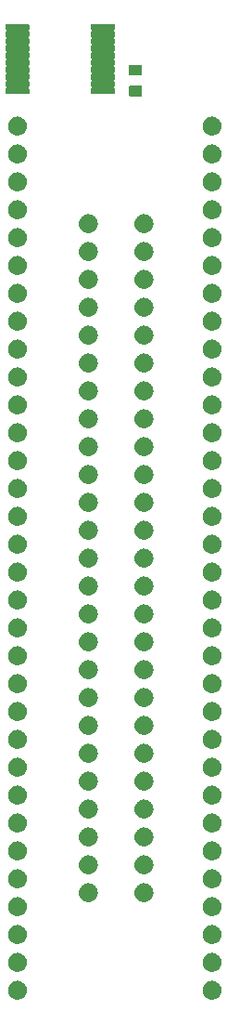
<source format=gbs>
G04 #@! TF.GenerationSoftware,KiCad,Pcbnew,7.0.8*
G04 #@! TF.CreationDate,2023-12-20T13:31:54-05:00*
G04 #@! TF.ProjectId,sms-umd,736d732d-756d-4642-9e6b-696361645f70,3.0*
G04 #@! TF.SameCoordinates,PX7c25018PY8f85f18*
G04 #@! TF.FileFunction,Soldermask,Bot*
G04 #@! TF.FilePolarity,Negative*
%FSLAX46Y46*%
G04 Gerber Fmt 4.6, Leading zero omitted, Abs format (unit mm)*
G04 Created by KiCad (PCBNEW 7.0.8) date 2023-12-20 13:31:54*
%MOMM*%
%LPD*%
G01*
G04 APERTURE LIST*
G04 APERTURE END LIST*
G36*
X5756899Y6573869D02*
G01*
X5805271Y6573869D01*
X5847042Y6564991D01*
X5883359Y6561413D01*
X5928984Y6547573D01*
X5981867Y6536332D01*
X6015707Y6521266D01*
X6045256Y6512302D01*
X6092213Y6487204D01*
X6146800Y6462900D01*
X6172176Y6444463D01*
X6194453Y6432556D01*
X6239896Y6395261D01*
X6292861Y6356780D01*
X6310058Y6337681D01*
X6325229Y6325230D01*
X6366001Y6275550D01*
X6413667Y6222611D01*
X6423679Y6205269D01*
X6432555Y6194454D01*
X6465377Y6133047D01*
X6503938Y6066258D01*
X6508375Y6052603D01*
X6512301Y6045257D01*
X6533949Y5973892D01*
X6559728Y5894553D01*
X6560635Y5885921D01*
X6561412Y5883360D01*
X6568977Y5806554D01*
X6578600Y5715000D01*
X6568976Y5623439D01*
X6561412Y5546641D01*
X6560635Y5544082D01*
X6559728Y5535447D01*
X6533945Y5456095D01*
X6512301Y5384744D01*
X6508375Y5377401D01*
X6503938Y5363742D01*
X6465370Y5296941D01*
X6432555Y5235547D01*
X6423681Y5224736D01*
X6413667Y5207389D01*
X6365991Y5154441D01*
X6325229Y5104771D01*
X6310061Y5092324D01*
X6292861Y5073220D01*
X6239886Y5034732D01*
X6194453Y4997445D01*
X6172181Y4985541D01*
X6146800Y4967100D01*
X6092202Y4942792D01*
X6045256Y4917699D01*
X6015714Y4908738D01*
X5981867Y4893668D01*
X5928973Y4882426D01*
X5883359Y4868588D01*
X5847051Y4865012D01*
X5805271Y4856131D01*
X5756889Y4856131D01*
X5715000Y4852005D01*
X5673111Y4856131D01*
X5624729Y4856131D01*
X5582949Y4865012D01*
X5546640Y4868588D01*
X5501023Y4882426D01*
X5448133Y4893668D01*
X5414287Y4908737D01*
X5384743Y4917699D01*
X5337791Y4942795D01*
X5283200Y4967100D01*
X5257821Y4985539D01*
X5235546Y4997445D01*
X5190105Y5034738D01*
X5137139Y5073220D01*
X5119940Y5092321D01*
X5104770Y5104771D01*
X5063996Y5154453D01*
X5016333Y5207389D01*
X5006320Y5224732D01*
X4997444Y5235547D01*
X4964616Y5296965D01*
X4926062Y5363742D01*
X4921625Y5377396D01*
X4917698Y5384744D01*
X4896039Y5456142D01*
X4870272Y5535447D01*
X4869365Y5544077D01*
X4868587Y5546641D01*
X4861007Y5623591D01*
X4851400Y5715000D01*
X4861006Y5806402D01*
X4868587Y5883360D01*
X4869365Y5885926D01*
X4870272Y5894553D01*
X4896035Y5973845D01*
X4917698Y6045257D01*
X4921626Y6052607D01*
X4926062Y6066258D01*
X4964609Y6133024D01*
X4997444Y6194454D01*
X5006322Y6205273D01*
X5016333Y6222611D01*
X5063987Y6275538D01*
X5104770Y6325230D01*
X5119944Y6337684D01*
X5137139Y6356780D01*
X5190094Y6395255D01*
X5235546Y6432556D01*
X5257826Y6444465D01*
X5283200Y6462900D01*
X5337780Y6487201D01*
X5384743Y6512302D01*
X5414294Y6521267D01*
X5448133Y6536332D01*
X5501012Y6547572D01*
X5546640Y6561413D01*
X5582958Y6564991D01*
X5624729Y6573869D01*
X5673100Y6573869D01*
X5715000Y6577996D01*
X5756899Y6573869D01*
G37*
G36*
X23536899Y6573869D02*
G01*
X23585271Y6573869D01*
X23627042Y6564991D01*
X23663359Y6561413D01*
X23708984Y6547573D01*
X23761867Y6536332D01*
X23795707Y6521266D01*
X23825256Y6512302D01*
X23872213Y6487204D01*
X23926800Y6462900D01*
X23952176Y6444463D01*
X23974453Y6432556D01*
X24019896Y6395261D01*
X24072861Y6356780D01*
X24090058Y6337681D01*
X24105229Y6325230D01*
X24146001Y6275550D01*
X24193667Y6222611D01*
X24203679Y6205269D01*
X24212555Y6194454D01*
X24245377Y6133047D01*
X24283938Y6066258D01*
X24288375Y6052603D01*
X24292301Y6045257D01*
X24313949Y5973892D01*
X24339728Y5894553D01*
X24340635Y5885921D01*
X24341412Y5883360D01*
X24348977Y5806554D01*
X24358600Y5715000D01*
X24348976Y5623439D01*
X24341412Y5546641D01*
X24340635Y5544082D01*
X24339728Y5535447D01*
X24313945Y5456095D01*
X24292301Y5384744D01*
X24288375Y5377401D01*
X24283938Y5363742D01*
X24245370Y5296941D01*
X24212555Y5235547D01*
X24203681Y5224736D01*
X24193667Y5207389D01*
X24145991Y5154441D01*
X24105229Y5104771D01*
X24090061Y5092324D01*
X24072861Y5073220D01*
X24019886Y5034732D01*
X23974453Y4997445D01*
X23952181Y4985541D01*
X23926800Y4967100D01*
X23872202Y4942792D01*
X23825256Y4917699D01*
X23795714Y4908738D01*
X23761867Y4893668D01*
X23708973Y4882426D01*
X23663359Y4868588D01*
X23627051Y4865012D01*
X23585271Y4856131D01*
X23536889Y4856131D01*
X23495000Y4852005D01*
X23453111Y4856131D01*
X23404729Y4856131D01*
X23362949Y4865012D01*
X23326640Y4868588D01*
X23281023Y4882426D01*
X23228133Y4893668D01*
X23194287Y4908737D01*
X23164743Y4917699D01*
X23117791Y4942795D01*
X23063200Y4967100D01*
X23037821Y4985539D01*
X23015546Y4997445D01*
X22970105Y5034738D01*
X22917139Y5073220D01*
X22899940Y5092321D01*
X22884770Y5104771D01*
X22843996Y5154453D01*
X22796333Y5207389D01*
X22786320Y5224732D01*
X22777444Y5235547D01*
X22744616Y5296965D01*
X22706062Y5363742D01*
X22701625Y5377396D01*
X22697698Y5384744D01*
X22676039Y5456142D01*
X22650272Y5535447D01*
X22649365Y5544077D01*
X22648587Y5546641D01*
X22641007Y5623591D01*
X22631400Y5715000D01*
X22641006Y5806402D01*
X22648587Y5883360D01*
X22649365Y5885926D01*
X22650272Y5894553D01*
X22676035Y5973845D01*
X22697698Y6045257D01*
X22701626Y6052607D01*
X22706062Y6066258D01*
X22744609Y6133024D01*
X22777444Y6194454D01*
X22786322Y6205273D01*
X22796333Y6222611D01*
X22843987Y6275538D01*
X22884770Y6325230D01*
X22899944Y6337684D01*
X22917139Y6356780D01*
X22970094Y6395255D01*
X23015546Y6432556D01*
X23037826Y6444465D01*
X23063200Y6462900D01*
X23117780Y6487201D01*
X23164743Y6512302D01*
X23194294Y6521267D01*
X23228133Y6536332D01*
X23281012Y6547572D01*
X23326640Y6561413D01*
X23362958Y6564991D01*
X23404729Y6573869D01*
X23453100Y6573869D01*
X23495000Y6577996D01*
X23536899Y6573869D01*
G37*
G36*
X5756899Y9113869D02*
G01*
X5805271Y9113869D01*
X5847042Y9104991D01*
X5883359Y9101413D01*
X5928984Y9087573D01*
X5981867Y9076332D01*
X6015707Y9061266D01*
X6045256Y9052302D01*
X6092213Y9027204D01*
X6146800Y9002900D01*
X6172176Y8984463D01*
X6194453Y8972556D01*
X6239896Y8935261D01*
X6292861Y8896780D01*
X6310058Y8877681D01*
X6325229Y8865230D01*
X6366001Y8815550D01*
X6413667Y8762611D01*
X6423679Y8745269D01*
X6432555Y8734454D01*
X6465377Y8673047D01*
X6503938Y8606258D01*
X6508375Y8592603D01*
X6512301Y8585257D01*
X6533949Y8513892D01*
X6559728Y8434553D01*
X6560635Y8425921D01*
X6561412Y8423360D01*
X6568977Y8346554D01*
X6578600Y8255000D01*
X6568976Y8163439D01*
X6561412Y8086641D01*
X6560635Y8084082D01*
X6559728Y8075447D01*
X6533945Y7996095D01*
X6512301Y7924744D01*
X6508375Y7917401D01*
X6503938Y7903742D01*
X6465370Y7836941D01*
X6432555Y7775547D01*
X6423681Y7764736D01*
X6413667Y7747389D01*
X6365991Y7694441D01*
X6325229Y7644771D01*
X6310061Y7632324D01*
X6292861Y7613220D01*
X6239886Y7574732D01*
X6194453Y7537445D01*
X6172181Y7525541D01*
X6146800Y7507100D01*
X6092202Y7482792D01*
X6045256Y7457699D01*
X6015714Y7448738D01*
X5981867Y7433668D01*
X5928973Y7422426D01*
X5883359Y7408588D01*
X5847051Y7405012D01*
X5805271Y7396131D01*
X5756889Y7396131D01*
X5715000Y7392005D01*
X5673111Y7396131D01*
X5624729Y7396131D01*
X5582949Y7405012D01*
X5546640Y7408588D01*
X5501023Y7422426D01*
X5448133Y7433668D01*
X5414287Y7448737D01*
X5384743Y7457699D01*
X5337791Y7482795D01*
X5283200Y7507100D01*
X5257821Y7525539D01*
X5235546Y7537445D01*
X5190105Y7574738D01*
X5137139Y7613220D01*
X5119940Y7632321D01*
X5104770Y7644771D01*
X5063996Y7694453D01*
X5016333Y7747389D01*
X5006320Y7764732D01*
X4997444Y7775547D01*
X4964616Y7836965D01*
X4926062Y7903742D01*
X4921625Y7917396D01*
X4917698Y7924744D01*
X4896039Y7996142D01*
X4870272Y8075447D01*
X4869365Y8084077D01*
X4868587Y8086641D01*
X4861007Y8163591D01*
X4851400Y8255000D01*
X4861006Y8346402D01*
X4868587Y8423360D01*
X4869365Y8425926D01*
X4870272Y8434553D01*
X4896035Y8513845D01*
X4917698Y8585257D01*
X4921626Y8592607D01*
X4926062Y8606258D01*
X4964609Y8673024D01*
X4997444Y8734454D01*
X5006322Y8745273D01*
X5016333Y8762611D01*
X5063987Y8815538D01*
X5104770Y8865230D01*
X5119944Y8877684D01*
X5137139Y8896780D01*
X5190094Y8935255D01*
X5235546Y8972556D01*
X5257826Y8984465D01*
X5283200Y9002900D01*
X5337780Y9027201D01*
X5384743Y9052302D01*
X5414294Y9061267D01*
X5448133Y9076332D01*
X5501012Y9087572D01*
X5546640Y9101413D01*
X5582958Y9104991D01*
X5624729Y9113869D01*
X5673100Y9113869D01*
X5715000Y9117996D01*
X5756899Y9113869D01*
G37*
G36*
X23536899Y9113869D02*
G01*
X23585271Y9113869D01*
X23627042Y9104991D01*
X23663359Y9101413D01*
X23708984Y9087573D01*
X23761867Y9076332D01*
X23795707Y9061266D01*
X23825256Y9052302D01*
X23872213Y9027204D01*
X23926800Y9002900D01*
X23952176Y8984463D01*
X23974453Y8972556D01*
X24019896Y8935261D01*
X24072861Y8896780D01*
X24090058Y8877681D01*
X24105229Y8865230D01*
X24146001Y8815550D01*
X24193667Y8762611D01*
X24203679Y8745269D01*
X24212555Y8734454D01*
X24245377Y8673047D01*
X24283938Y8606258D01*
X24288375Y8592603D01*
X24292301Y8585257D01*
X24313949Y8513892D01*
X24339728Y8434553D01*
X24340635Y8425921D01*
X24341412Y8423360D01*
X24348977Y8346554D01*
X24358600Y8255000D01*
X24348976Y8163439D01*
X24341412Y8086641D01*
X24340635Y8084082D01*
X24339728Y8075447D01*
X24313945Y7996095D01*
X24292301Y7924744D01*
X24288375Y7917401D01*
X24283938Y7903742D01*
X24245370Y7836941D01*
X24212555Y7775547D01*
X24203681Y7764736D01*
X24193667Y7747389D01*
X24145991Y7694441D01*
X24105229Y7644771D01*
X24090061Y7632324D01*
X24072861Y7613220D01*
X24019886Y7574732D01*
X23974453Y7537445D01*
X23952181Y7525541D01*
X23926800Y7507100D01*
X23872202Y7482792D01*
X23825256Y7457699D01*
X23795714Y7448738D01*
X23761867Y7433668D01*
X23708973Y7422426D01*
X23663359Y7408588D01*
X23627051Y7405012D01*
X23585271Y7396131D01*
X23536889Y7396131D01*
X23495000Y7392005D01*
X23453111Y7396131D01*
X23404729Y7396131D01*
X23362949Y7405012D01*
X23326640Y7408588D01*
X23281023Y7422426D01*
X23228133Y7433668D01*
X23194287Y7448737D01*
X23164743Y7457699D01*
X23117791Y7482795D01*
X23063200Y7507100D01*
X23037821Y7525539D01*
X23015546Y7537445D01*
X22970105Y7574738D01*
X22917139Y7613220D01*
X22899940Y7632321D01*
X22884770Y7644771D01*
X22843996Y7694453D01*
X22796333Y7747389D01*
X22786320Y7764732D01*
X22777444Y7775547D01*
X22744616Y7836965D01*
X22706062Y7903742D01*
X22701625Y7917396D01*
X22697698Y7924744D01*
X22676039Y7996142D01*
X22650272Y8075447D01*
X22649365Y8084077D01*
X22648587Y8086641D01*
X22641007Y8163591D01*
X22631400Y8255000D01*
X22641006Y8346402D01*
X22648587Y8423360D01*
X22649365Y8425926D01*
X22650272Y8434553D01*
X22676035Y8513845D01*
X22697698Y8585257D01*
X22701626Y8592607D01*
X22706062Y8606258D01*
X22744609Y8673024D01*
X22777444Y8734454D01*
X22786322Y8745273D01*
X22796333Y8762611D01*
X22843987Y8815538D01*
X22884770Y8865230D01*
X22899944Y8877684D01*
X22917139Y8896780D01*
X22970094Y8935255D01*
X23015546Y8972556D01*
X23037826Y8984465D01*
X23063200Y9002900D01*
X23117780Y9027201D01*
X23164743Y9052302D01*
X23194294Y9061267D01*
X23228133Y9076332D01*
X23281012Y9087572D01*
X23326640Y9101413D01*
X23362958Y9104991D01*
X23404729Y9113869D01*
X23453100Y9113869D01*
X23495000Y9117996D01*
X23536899Y9113869D01*
G37*
G36*
X5756899Y11653869D02*
G01*
X5805271Y11653869D01*
X5847042Y11644991D01*
X5883359Y11641413D01*
X5928984Y11627573D01*
X5981867Y11616332D01*
X6015707Y11601266D01*
X6045256Y11592302D01*
X6092213Y11567204D01*
X6146800Y11542900D01*
X6172176Y11524463D01*
X6194453Y11512556D01*
X6239896Y11475261D01*
X6292861Y11436780D01*
X6310058Y11417681D01*
X6325229Y11405230D01*
X6366001Y11355550D01*
X6413667Y11302611D01*
X6423679Y11285269D01*
X6432555Y11274454D01*
X6465377Y11213047D01*
X6503938Y11146258D01*
X6508375Y11132603D01*
X6512301Y11125257D01*
X6533949Y11053892D01*
X6559728Y10974553D01*
X6560635Y10965921D01*
X6561412Y10963360D01*
X6568977Y10886554D01*
X6578600Y10795000D01*
X6568976Y10703439D01*
X6561412Y10626641D01*
X6560635Y10624082D01*
X6559728Y10615447D01*
X6533945Y10536095D01*
X6512301Y10464744D01*
X6508375Y10457401D01*
X6503938Y10443742D01*
X6465370Y10376941D01*
X6432555Y10315547D01*
X6423681Y10304736D01*
X6413667Y10287389D01*
X6365991Y10234441D01*
X6325229Y10184771D01*
X6310061Y10172324D01*
X6292861Y10153220D01*
X6239886Y10114732D01*
X6194453Y10077445D01*
X6172181Y10065541D01*
X6146800Y10047100D01*
X6092202Y10022792D01*
X6045256Y9997699D01*
X6015714Y9988738D01*
X5981867Y9973668D01*
X5928973Y9962426D01*
X5883359Y9948588D01*
X5847051Y9945012D01*
X5805271Y9936131D01*
X5756889Y9936131D01*
X5715000Y9932005D01*
X5673111Y9936131D01*
X5624729Y9936131D01*
X5582949Y9945012D01*
X5546640Y9948588D01*
X5501023Y9962426D01*
X5448133Y9973668D01*
X5414287Y9988737D01*
X5384743Y9997699D01*
X5337791Y10022795D01*
X5283200Y10047100D01*
X5257821Y10065539D01*
X5235546Y10077445D01*
X5190105Y10114738D01*
X5137139Y10153220D01*
X5119940Y10172321D01*
X5104770Y10184771D01*
X5063996Y10234453D01*
X5016333Y10287389D01*
X5006320Y10304732D01*
X4997444Y10315547D01*
X4964616Y10376965D01*
X4926062Y10443742D01*
X4921625Y10457396D01*
X4917698Y10464744D01*
X4896039Y10536142D01*
X4870272Y10615447D01*
X4869365Y10624077D01*
X4868587Y10626641D01*
X4861007Y10703591D01*
X4851400Y10795000D01*
X4861006Y10886402D01*
X4868587Y10963360D01*
X4869365Y10965926D01*
X4870272Y10974553D01*
X4896035Y11053845D01*
X4917698Y11125257D01*
X4921626Y11132607D01*
X4926062Y11146258D01*
X4964609Y11213024D01*
X4997444Y11274454D01*
X5006322Y11285273D01*
X5016333Y11302611D01*
X5063987Y11355538D01*
X5104770Y11405230D01*
X5119944Y11417684D01*
X5137139Y11436780D01*
X5190094Y11475255D01*
X5235546Y11512556D01*
X5257826Y11524465D01*
X5283200Y11542900D01*
X5337780Y11567201D01*
X5384743Y11592302D01*
X5414294Y11601267D01*
X5448133Y11616332D01*
X5501012Y11627572D01*
X5546640Y11641413D01*
X5582958Y11644991D01*
X5624729Y11653869D01*
X5673100Y11653869D01*
X5715000Y11657996D01*
X5756899Y11653869D01*
G37*
G36*
X23536899Y11653869D02*
G01*
X23585271Y11653869D01*
X23627042Y11644991D01*
X23663359Y11641413D01*
X23708984Y11627573D01*
X23761867Y11616332D01*
X23795707Y11601266D01*
X23825256Y11592302D01*
X23872213Y11567204D01*
X23926800Y11542900D01*
X23952176Y11524463D01*
X23974453Y11512556D01*
X24019896Y11475261D01*
X24072861Y11436780D01*
X24090058Y11417681D01*
X24105229Y11405230D01*
X24146001Y11355550D01*
X24193667Y11302611D01*
X24203679Y11285269D01*
X24212555Y11274454D01*
X24245377Y11213047D01*
X24283938Y11146258D01*
X24288375Y11132603D01*
X24292301Y11125257D01*
X24313949Y11053892D01*
X24339728Y10974553D01*
X24340635Y10965921D01*
X24341412Y10963360D01*
X24348977Y10886554D01*
X24358600Y10795000D01*
X24348976Y10703439D01*
X24341412Y10626641D01*
X24340635Y10624082D01*
X24339728Y10615447D01*
X24313945Y10536095D01*
X24292301Y10464744D01*
X24288375Y10457401D01*
X24283938Y10443742D01*
X24245370Y10376941D01*
X24212555Y10315547D01*
X24203681Y10304736D01*
X24193667Y10287389D01*
X24145991Y10234441D01*
X24105229Y10184771D01*
X24090061Y10172324D01*
X24072861Y10153220D01*
X24019886Y10114732D01*
X23974453Y10077445D01*
X23952181Y10065541D01*
X23926800Y10047100D01*
X23872202Y10022792D01*
X23825256Y9997699D01*
X23795714Y9988738D01*
X23761867Y9973668D01*
X23708973Y9962426D01*
X23663359Y9948588D01*
X23627051Y9945012D01*
X23585271Y9936131D01*
X23536889Y9936131D01*
X23495000Y9932005D01*
X23453111Y9936131D01*
X23404729Y9936131D01*
X23362949Y9945012D01*
X23326640Y9948588D01*
X23281023Y9962426D01*
X23228133Y9973668D01*
X23194287Y9988737D01*
X23164743Y9997699D01*
X23117791Y10022795D01*
X23063200Y10047100D01*
X23037821Y10065539D01*
X23015546Y10077445D01*
X22970105Y10114738D01*
X22917139Y10153220D01*
X22899940Y10172321D01*
X22884770Y10184771D01*
X22843996Y10234453D01*
X22796333Y10287389D01*
X22786320Y10304732D01*
X22777444Y10315547D01*
X22744616Y10376965D01*
X22706062Y10443742D01*
X22701625Y10457396D01*
X22697698Y10464744D01*
X22676039Y10536142D01*
X22650272Y10615447D01*
X22649365Y10624077D01*
X22648587Y10626641D01*
X22641007Y10703591D01*
X22631400Y10795000D01*
X22641006Y10886402D01*
X22648587Y10963360D01*
X22649365Y10965926D01*
X22650272Y10974553D01*
X22676035Y11053845D01*
X22697698Y11125257D01*
X22701626Y11132607D01*
X22706062Y11146258D01*
X22744609Y11213024D01*
X22777444Y11274454D01*
X22786322Y11285273D01*
X22796333Y11302611D01*
X22843987Y11355538D01*
X22884770Y11405230D01*
X22899944Y11417684D01*
X22917139Y11436780D01*
X22970094Y11475255D01*
X23015546Y11512556D01*
X23037826Y11524465D01*
X23063200Y11542900D01*
X23117780Y11567201D01*
X23164743Y11592302D01*
X23194294Y11601267D01*
X23228133Y11616332D01*
X23281012Y11627572D01*
X23326640Y11641413D01*
X23362958Y11644991D01*
X23404729Y11653869D01*
X23453100Y11653869D01*
X23495000Y11657996D01*
X23536899Y11653869D01*
G37*
G36*
X5756899Y14193869D02*
G01*
X5805271Y14193869D01*
X5847042Y14184991D01*
X5883359Y14181413D01*
X5928984Y14167573D01*
X5981867Y14156332D01*
X6015707Y14141266D01*
X6045256Y14132302D01*
X6092213Y14107204D01*
X6146800Y14082900D01*
X6172176Y14064463D01*
X6194453Y14052556D01*
X6239896Y14015261D01*
X6292861Y13976780D01*
X6310058Y13957681D01*
X6325229Y13945230D01*
X6366001Y13895550D01*
X6413667Y13842611D01*
X6423679Y13825269D01*
X6432555Y13814454D01*
X6465377Y13753047D01*
X6503938Y13686258D01*
X6508375Y13672603D01*
X6512301Y13665257D01*
X6533949Y13593892D01*
X6559728Y13514553D01*
X6560635Y13505921D01*
X6561412Y13503360D01*
X6568977Y13426554D01*
X6578600Y13335000D01*
X6568976Y13243439D01*
X6561412Y13166641D01*
X6560635Y13164082D01*
X6559728Y13155447D01*
X6533945Y13076095D01*
X6512301Y13004744D01*
X6508375Y12997401D01*
X6503938Y12983742D01*
X6465370Y12916941D01*
X6432555Y12855547D01*
X6423681Y12844736D01*
X6413667Y12827389D01*
X6365991Y12774441D01*
X6325229Y12724771D01*
X6310061Y12712324D01*
X6292861Y12693220D01*
X6239886Y12654732D01*
X6194453Y12617445D01*
X6172181Y12605541D01*
X6146800Y12587100D01*
X6092202Y12562792D01*
X6045256Y12537699D01*
X6015714Y12528738D01*
X5981867Y12513668D01*
X5928973Y12502426D01*
X5883359Y12488588D01*
X5847051Y12485012D01*
X5805271Y12476131D01*
X5756889Y12476131D01*
X5715000Y12472005D01*
X5673111Y12476131D01*
X5624729Y12476131D01*
X5582949Y12485012D01*
X5546640Y12488588D01*
X5501023Y12502426D01*
X5448133Y12513668D01*
X5414287Y12528737D01*
X5384743Y12537699D01*
X5337791Y12562795D01*
X5283200Y12587100D01*
X5257821Y12605539D01*
X5235546Y12617445D01*
X5190105Y12654738D01*
X5137139Y12693220D01*
X5119940Y12712321D01*
X5104770Y12724771D01*
X5063996Y12774453D01*
X5016333Y12827389D01*
X5006320Y12844732D01*
X4997444Y12855547D01*
X4964616Y12916965D01*
X4926062Y12983742D01*
X4921625Y12997396D01*
X4917698Y13004744D01*
X4896039Y13076142D01*
X4870272Y13155447D01*
X4869365Y13164077D01*
X4868587Y13166641D01*
X4861007Y13243591D01*
X4851400Y13335000D01*
X4861006Y13426402D01*
X4868587Y13503360D01*
X4869365Y13505926D01*
X4870272Y13514553D01*
X4896035Y13593845D01*
X4917698Y13665257D01*
X4921626Y13672607D01*
X4926062Y13686258D01*
X4964609Y13753024D01*
X4997444Y13814454D01*
X5006322Y13825273D01*
X5016333Y13842611D01*
X5063987Y13895538D01*
X5104770Y13945230D01*
X5119944Y13957684D01*
X5137139Y13976780D01*
X5190094Y14015255D01*
X5235546Y14052556D01*
X5257826Y14064465D01*
X5283200Y14082900D01*
X5337780Y14107201D01*
X5384743Y14132302D01*
X5414294Y14141267D01*
X5448133Y14156332D01*
X5501012Y14167572D01*
X5546640Y14181413D01*
X5582958Y14184991D01*
X5624729Y14193869D01*
X5673100Y14193869D01*
X5715000Y14197996D01*
X5756899Y14193869D01*
G37*
G36*
X23536899Y14193869D02*
G01*
X23585271Y14193869D01*
X23627042Y14184991D01*
X23663359Y14181413D01*
X23708984Y14167573D01*
X23761867Y14156332D01*
X23795707Y14141266D01*
X23825256Y14132302D01*
X23872213Y14107204D01*
X23926800Y14082900D01*
X23952176Y14064463D01*
X23974453Y14052556D01*
X24019896Y14015261D01*
X24072861Y13976780D01*
X24090058Y13957681D01*
X24105229Y13945230D01*
X24146001Y13895550D01*
X24193667Y13842611D01*
X24203679Y13825269D01*
X24212555Y13814454D01*
X24245377Y13753047D01*
X24283938Y13686258D01*
X24288375Y13672603D01*
X24292301Y13665257D01*
X24313949Y13593892D01*
X24339728Y13514553D01*
X24340635Y13505921D01*
X24341412Y13503360D01*
X24348977Y13426554D01*
X24358600Y13335000D01*
X24348976Y13243439D01*
X24341412Y13166641D01*
X24340635Y13164082D01*
X24339728Y13155447D01*
X24313945Y13076095D01*
X24292301Y13004744D01*
X24288375Y12997401D01*
X24283938Y12983742D01*
X24245370Y12916941D01*
X24212555Y12855547D01*
X24203681Y12844736D01*
X24193667Y12827389D01*
X24145991Y12774441D01*
X24105229Y12724771D01*
X24090061Y12712324D01*
X24072861Y12693220D01*
X24019886Y12654732D01*
X23974453Y12617445D01*
X23952181Y12605541D01*
X23926800Y12587100D01*
X23872202Y12562792D01*
X23825256Y12537699D01*
X23795714Y12528738D01*
X23761867Y12513668D01*
X23708973Y12502426D01*
X23663359Y12488588D01*
X23627051Y12485012D01*
X23585271Y12476131D01*
X23536889Y12476131D01*
X23495000Y12472005D01*
X23453111Y12476131D01*
X23404729Y12476131D01*
X23362949Y12485012D01*
X23326640Y12488588D01*
X23281023Y12502426D01*
X23228133Y12513668D01*
X23194287Y12528737D01*
X23164743Y12537699D01*
X23117791Y12562795D01*
X23063200Y12587100D01*
X23037821Y12605539D01*
X23015546Y12617445D01*
X22970105Y12654738D01*
X22917139Y12693220D01*
X22899940Y12712321D01*
X22884770Y12724771D01*
X22843996Y12774453D01*
X22796333Y12827389D01*
X22786320Y12844732D01*
X22777444Y12855547D01*
X22744616Y12916965D01*
X22706062Y12983742D01*
X22701625Y12997396D01*
X22697698Y13004744D01*
X22676039Y13076142D01*
X22650272Y13155447D01*
X22649365Y13164077D01*
X22648587Y13166641D01*
X22641007Y13243591D01*
X22631400Y13335000D01*
X22641006Y13426402D01*
X22648587Y13503360D01*
X22649365Y13505926D01*
X22650272Y13514553D01*
X22676035Y13593845D01*
X22697698Y13665257D01*
X22701626Y13672607D01*
X22706062Y13686258D01*
X22744609Y13753024D01*
X22777444Y13814454D01*
X22786322Y13825273D01*
X22796333Y13842611D01*
X22843987Y13895538D01*
X22884770Y13945230D01*
X22899944Y13957684D01*
X22917139Y13976780D01*
X22970094Y14015255D01*
X23015546Y14052556D01*
X23037826Y14064465D01*
X23063200Y14082900D01*
X23117780Y14107201D01*
X23164743Y14132302D01*
X23194294Y14141267D01*
X23228133Y14156332D01*
X23281012Y14167572D01*
X23326640Y14181413D01*
X23362958Y14184991D01*
X23404729Y14193869D01*
X23453100Y14193869D01*
X23495000Y14197996D01*
X23536899Y14193869D01*
G37*
G36*
X12233899Y15463869D02*
G01*
X12282271Y15463869D01*
X12324042Y15454991D01*
X12360359Y15451413D01*
X12405984Y15437573D01*
X12458867Y15426332D01*
X12492707Y15411266D01*
X12522256Y15402302D01*
X12569213Y15377204D01*
X12623800Y15352900D01*
X12649176Y15334463D01*
X12671453Y15322556D01*
X12716896Y15285261D01*
X12769861Y15246780D01*
X12787058Y15227681D01*
X12802229Y15215230D01*
X12843001Y15165550D01*
X12890667Y15112611D01*
X12900679Y15095269D01*
X12909555Y15084454D01*
X12942377Y15023047D01*
X12980938Y14956258D01*
X12985375Y14942603D01*
X12989301Y14935257D01*
X13010949Y14863892D01*
X13036728Y14784553D01*
X13037635Y14775921D01*
X13038412Y14773360D01*
X13045977Y14696554D01*
X13055600Y14605000D01*
X13045976Y14513439D01*
X13038412Y14436641D01*
X13037635Y14434082D01*
X13036728Y14425447D01*
X13010945Y14346095D01*
X12989301Y14274744D01*
X12985375Y14267401D01*
X12980938Y14253742D01*
X12942370Y14186941D01*
X12909555Y14125547D01*
X12900681Y14114736D01*
X12890667Y14097389D01*
X12842991Y14044441D01*
X12802229Y13994771D01*
X12787061Y13982324D01*
X12769861Y13963220D01*
X12716886Y13924732D01*
X12671453Y13887445D01*
X12649181Y13875541D01*
X12623800Y13857100D01*
X12569202Y13832792D01*
X12522256Y13807699D01*
X12492714Y13798738D01*
X12458867Y13783668D01*
X12405973Y13772426D01*
X12360359Y13758588D01*
X12324051Y13755012D01*
X12282271Y13746131D01*
X12233889Y13746131D01*
X12192000Y13742005D01*
X12150111Y13746131D01*
X12101729Y13746131D01*
X12059949Y13755012D01*
X12023640Y13758588D01*
X11978023Y13772426D01*
X11925133Y13783668D01*
X11891287Y13798737D01*
X11861743Y13807699D01*
X11814791Y13832795D01*
X11760200Y13857100D01*
X11734821Y13875539D01*
X11712546Y13887445D01*
X11667105Y13924738D01*
X11614139Y13963220D01*
X11596940Y13982321D01*
X11581770Y13994771D01*
X11540996Y14044453D01*
X11493333Y14097389D01*
X11483320Y14114732D01*
X11474444Y14125547D01*
X11441616Y14186965D01*
X11403062Y14253742D01*
X11398625Y14267396D01*
X11394698Y14274744D01*
X11373039Y14346142D01*
X11347272Y14425447D01*
X11346365Y14434077D01*
X11345587Y14436641D01*
X11338007Y14513591D01*
X11328400Y14605000D01*
X11338006Y14696402D01*
X11345587Y14773360D01*
X11346365Y14775926D01*
X11347272Y14784553D01*
X11373035Y14863845D01*
X11394698Y14935257D01*
X11398626Y14942607D01*
X11403062Y14956258D01*
X11441609Y15023024D01*
X11474444Y15084454D01*
X11483322Y15095273D01*
X11493333Y15112611D01*
X11540987Y15165538D01*
X11581770Y15215230D01*
X11596944Y15227684D01*
X11614139Y15246780D01*
X11667094Y15285255D01*
X11712546Y15322556D01*
X11734826Y15334465D01*
X11760200Y15352900D01*
X11814780Y15377201D01*
X11861743Y15402302D01*
X11891294Y15411267D01*
X11925133Y15426332D01*
X11978012Y15437572D01*
X12023640Y15451413D01*
X12059958Y15454991D01*
X12101729Y15463869D01*
X12150100Y15463869D01*
X12192000Y15467996D01*
X12233899Y15463869D01*
G37*
G36*
X17313899Y15463869D02*
G01*
X17362271Y15463869D01*
X17404042Y15454991D01*
X17440359Y15451413D01*
X17485984Y15437573D01*
X17538867Y15426332D01*
X17572707Y15411266D01*
X17602256Y15402302D01*
X17649213Y15377204D01*
X17703800Y15352900D01*
X17729176Y15334463D01*
X17751453Y15322556D01*
X17796896Y15285261D01*
X17849861Y15246780D01*
X17867058Y15227681D01*
X17882229Y15215230D01*
X17923001Y15165550D01*
X17970667Y15112611D01*
X17980679Y15095269D01*
X17989555Y15084454D01*
X18022377Y15023047D01*
X18060938Y14956258D01*
X18065375Y14942603D01*
X18069301Y14935257D01*
X18090949Y14863892D01*
X18116728Y14784553D01*
X18117635Y14775921D01*
X18118412Y14773360D01*
X18125977Y14696554D01*
X18135600Y14605000D01*
X18125976Y14513439D01*
X18118412Y14436641D01*
X18117635Y14434082D01*
X18116728Y14425447D01*
X18090945Y14346095D01*
X18069301Y14274744D01*
X18065375Y14267401D01*
X18060938Y14253742D01*
X18022370Y14186941D01*
X17989555Y14125547D01*
X17980681Y14114736D01*
X17970667Y14097389D01*
X17922991Y14044441D01*
X17882229Y13994771D01*
X17867061Y13982324D01*
X17849861Y13963220D01*
X17796886Y13924732D01*
X17751453Y13887445D01*
X17729181Y13875541D01*
X17703800Y13857100D01*
X17649202Y13832792D01*
X17602256Y13807699D01*
X17572714Y13798738D01*
X17538867Y13783668D01*
X17485973Y13772426D01*
X17440359Y13758588D01*
X17404051Y13755012D01*
X17362271Y13746131D01*
X17313889Y13746131D01*
X17272000Y13742005D01*
X17230111Y13746131D01*
X17181729Y13746131D01*
X17139949Y13755012D01*
X17103640Y13758588D01*
X17058023Y13772426D01*
X17005133Y13783668D01*
X16971287Y13798737D01*
X16941743Y13807699D01*
X16894791Y13832795D01*
X16840200Y13857100D01*
X16814821Y13875539D01*
X16792546Y13887445D01*
X16747105Y13924738D01*
X16694139Y13963220D01*
X16676940Y13982321D01*
X16661770Y13994771D01*
X16620996Y14044453D01*
X16573333Y14097389D01*
X16563320Y14114732D01*
X16554444Y14125547D01*
X16521616Y14186965D01*
X16483062Y14253742D01*
X16478625Y14267396D01*
X16474698Y14274744D01*
X16453039Y14346142D01*
X16427272Y14425447D01*
X16426365Y14434077D01*
X16425587Y14436641D01*
X16418007Y14513591D01*
X16408400Y14605000D01*
X16418006Y14696402D01*
X16425587Y14773360D01*
X16426365Y14775926D01*
X16427272Y14784553D01*
X16453035Y14863845D01*
X16474698Y14935257D01*
X16478626Y14942607D01*
X16483062Y14956258D01*
X16521609Y15023024D01*
X16554444Y15084454D01*
X16563322Y15095273D01*
X16573333Y15112611D01*
X16620987Y15165538D01*
X16661770Y15215230D01*
X16676944Y15227684D01*
X16694139Y15246780D01*
X16747094Y15285255D01*
X16792546Y15322556D01*
X16814826Y15334465D01*
X16840200Y15352900D01*
X16894780Y15377201D01*
X16941743Y15402302D01*
X16971294Y15411267D01*
X17005133Y15426332D01*
X17058012Y15437572D01*
X17103640Y15451413D01*
X17139958Y15454991D01*
X17181729Y15463869D01*
X17230100Y15463869D01*
X17272000Y15467996D01*
X17313899Y15463869D01*
G37*
G36*
X5756899Y16733869D02*
G01*
X5805271Y16733869D01*
X5847042Y16724991D01*
X5883359Y16721413D01*
X5928984Y16707573D01*
X5981867Y16696332D01*
X6015707Y16681266D01*
X6045256Y16672302D01*
X6092213Y16647204D01*
X6146800Y16622900D01*
X6172176Y16604463D01*
X6194453Y16592556D01*
X6239896Y16555261D01*
X6292861Y16516780D01*
X6310058Y16497681D01*
X6325229Y16485230D01*
X6366001Y16435550D01*
X6413667Y16382611D01*
X6423679Y16365269D01*
X6432555Y16354454D01*
X6465377Y16293047D01*
X6503938Y16226258D01*
X6508375Y16212603D01*
X6512301Y16205257D01*
X6533949Y16133892D01*
X6559728Y16054553D01*
X6560635Y16045921D01*
X6561412Y16043360D01*
X6568977Y15966554D01*
X6578600Y15875000D01*
X6568976Y15783439D01*
X6561412Y15706641D01*
X6560635Y15704082D01*
X6559728Y15695447D01*
X6533945Y15616095D01*
X6512301Y15544744D01*
X6508375Y15537401D01*
X6503938Y15523742D01*
X6465370Y15456941D01*
X6432555Y15395547D01*
X6423681Y15384736D01*
X6413667Y15367389D01*
X6365991Y15314441D01*
X6325229Y15264771D01*
X6310061Y15252324D01*
X6292861Y15233220D01*
X6239886Y15194732D01*
X6194453Y15157445D01*
X6172181Y15145541D01*
X6146800Y15127100D01*
X6092202Y15102792D01*
X6045256Y15077699D01*
X6015714Y15068738D01*
X5981867Y15053668D01*
X5928973Y15042426D01*
X5883359Y15028588D01*
X5847051Y15025012D01*
X5805271Y15016131D01*
X5756889Y15016131D01*
X5715000Y15012005D01*
X5673111Y15016131D01*
X5624729Y15016131D01*
X5582949Y15025012D01*
X5546640Y15028588D01*
X5501023Y15042426D01*
X5448133Y15053668D01*
X5414287Y15068737D01*
X5384743Y15077699D01*
X5337791Y15102795D01*
X5283200Y15127100D01*
X5257821Y15145539D01*
X5235546Y15157445D01*
X5190105Y15194738D01*
X5137139Y15233220D01*
X5119940Y15252321D01*
X5104770Y15264771D01*
X5063996Y15314453D01*
X5016333Y15367389D01*
X5006320Y15384732D01*
X4997444Y15395547D01*
X4964616Y15456965D01*
X4926062Y15523742D01*
X4921625Y15537396D01*
X4917698Y15544744D01*
X4896039Y15616142D01*
X4870272Y15695447D01*
X4869365Y15704077D01*
X4868587Y15706641D01*
X4861007Y15783591D01*
X4851400Y15875000D01*
X4861006Y15966402D01*
X4868587Y16043360D01*
X4869365Y16045926D01*
X4870272Y16054553D01*
X4896035Y16133845D01*
X4917698Y16205257D01*
X4921626Y16212607D01*
X4926062Y16226258D01*
X4964609Y16293024D01*
X4997444Y16354454D01*
X5006322Y16365273D01*
X5016333Y16382611D01*
X5063987Y16435538D01*
X5104770Y16485230D01*
X5119944Y16497684D01*
X5137139Y16516780D01*
X5190094Y16555255D01*
X5235546Y16592556D01*
X5257826Y16604465D01*
X5283200Y16622900D01*
X5337780Y16647201D01*
X5384743Y16672302D01*
X5414294Y16681267D01*
X5448133Y16696332D01*
X5501012Y16707572D01*
X5546640Y16721413D01*
X5582958Y16724991D01*
X5624729Y16733869D01*
X5673100Y16733869D01*
X5715000Y16737996D01*
X5756899Y16733869D01*
G37*
G36*
X23536899Y16733869D02*
G01*
X23585271Y16733869D01*
X23627042Y16724991D01*
X23663359Y16721413D01*
X23708984Y16707573D01*
X23761867Y16696332D01*
X23795707Y16681266D01*
X23825256Y16672302D01*
X23872213Y16647204D01*
X23926800Y16622900D01*
X23952176Y16604463D01*
X23974453Y16592556D01*
X24019896Y16555261D01*
X24072861Y16516780D01*
X24090058Y16497681D01*
X24105229Y16485230D01*
X24146001Y16435550D01*
X24193667Y16382611D01*
X24203679Y16365269D01*
X24212555Y16354454D01*
X24245377Y16293047D01*
X24283938Y16226258D01*
X24288375Y16212603D01*
X24292301Y16205257D01*
X24313949Y16133892D01*
X24339728Y16054553D01*
X24340635Y16045921D01*
X24341412Y16043360D01*
X24348977Y15966554D01*
X24358600Y15875000D01*
X24348976Y15783439D01*
X24341412Y15706641D01*
X24340635Y15704082D01*
X24339728Y15695447D01*
X24313945Y15616095D01*
X24292301Y15544744D01*
X24288375Y15537401D01*
X24283938Y15523742D01*
X24245370Y15456941D01*
X24212555Y15395547D01*
X24203681Y15384736D01*
X24193667Y15367389D01*
X24145991Y15314441D01*
X24105229Y15264771D01*
X24090061Y15252324D01*
X24072861Y15233220D01*
X24019886Y15194732D01*
X23974453Y15157445D01*
X23952181Y15145541D01*
X23926800Y15127100D01*
X23872202Y15102792D01*
X23825256Y15077699D01*
X23795714Y15068738D01*
X23761867Y15053668D01*
X23708973Y15042426D01*
X23663359Y15028588D01*
X23627051Y15025012D01*
X23585271Y15016131D01*
X23536889Y15016131D01*
X23495000Y15012005D01*
X23453111Y15016131D01*
X23404729Y15016131D01*
X23362949Y15025012D01*
X23326640Y15028588D01*
X23281023Y15042426D01*
X23228133Y15053668D01*
X23194287Y15068737D01*
X23164743Y15077699D01*
X23117791Y15102795D01*
X23063200Y15127100D01*
X23037821Y15145539D01*
X23015546Y15157445D01*
X22970105Y15194738D01*
X22917139Y15233220D01*
X22899940Y15252321D01*
X22884770Y15264771D01*
X22843996Y15314453D01*
X22796333Y15367389D01*
X22786320Y15384732D01*
X22777444Y15395547D01*
X22744616Y15456965D01*
X22706062Y15523742D01*
X22701625Y15537396D01*
X22697698Y15544744D01*
X22676039Y15616142D01*
X22650272Y15695447D01*
X22649365Y15704077D01*
X22648587Y15706641D01*
X22641007Y15783591D01*
X22631400Y15875000D01*
X22641006Y15966402D01*
X22648587Y16043360D01*
X22649365Y16045926D01*
X22650272Y16054553D01*
X22676035Y16133845D01*
X22697698Y16205257D01*
X22701626Y16212607D01*
X22706062Y16226258D01*
X22744609Y16293024D01*
X22777444Y16354454D01*
X22786322Y16365273D01*
X22796333Y16382611D01*
X22843987Y16435538D01*
X22884770Y16485230D01*
X22899944Y16497684D01*
X22917139Y16516780D01*
X22970094Y16555255D01*
X23015546Y16592556D01*
X23037826Y16604465D01*
X23063200Y16622900D01*
X23117780Y16647201D01*
X23164743Y16672302D01*
X23194294Y16681267D01*
X23228133Y16696332D01*
X23281012Y16707572D01*
X23326640Y16721413D01*
X23362958Y16724991D01*
X23404729Y16733869D01*
X23453100Y16733869D01*
X23495000Y16737996D01*
X23536899Y16733869D01*
G37*
G36*
X12233899Y18003869D02*
G01*
X12282271Y18003869D01*
X12324042Y17994991D01*
X12360359Y17991413D01*
X12405984Y17977573D01*
X12458867Y17966332D01*
X12492707Y17951266D01*
X12522256Y17942302D01*
X12569213Y17917204D01*
X12623800Y17892900D01*
X12649176Y17874463D01*
X12671453Y17862556D01*
X12716896Y17825261D01*
X12769861Y17786780D01*
X12787058Y17767681D01*
X12802229Y17755230D01*
X12843001Y17705550D01*
X12890667Y17652611D01*
X12900679Y17635269D01*
X12909555Y17624454D01*
X12942377Y17563047D01*
X12980938Y17496258D01*
X12985375Y17482603D01*
X12989301Y17475257D01*
X13010949Y17403892D01*
X13036728Y17324553D01*
X13037635Y17315921D01*
X13038412Y17313360D01*
X13045977Y17236554D01*
X13055600Y17145000D01*
X13045976Y17053439D01*
X13038412Y16976641D01*
X13037635Y16974082D01*
X13036728Y16965447D01*
X13010945Y16886095D01*
X12989301Y16814744D01*
X12985375Y16807401D01*
X12980938Y16793742D01*
X12942370Y16726941D01*
X12909555Y16665547D01*
X12900681Y16654736D01*
X12890667Y16637389D01*
X12842991Y16584441D01*
X12802229Y16534771D01*
X12787061Y16522324D01*
X12769861Y16503220D01*
X12716886Y16464732D01*
X12671453Y16427445D01*
X12649181Y16415541D01*
X12623800Y16397100D01*
X12569202Y16372792D01*
X12522256Y16347699D01*
X12492714Y16338738D01*
X12458867Y16323668D01*
X12405973Y16312426D01*
X12360359Y16298588D01*
X12324051Y16295012D01*
X12282271Y16286131D01*
X12233889Y16286131D01*
X12192000Y16282005D01*
X12150111Y16286131D01*
X12101729Y16286131D01*
X12059949Y16295012D01*
X12023640Y16298588D01*
X11978023Y16312426D01*
X11925133Y16323668D01*
X11891287Y16338737D01*
X11861743Y16347699D01*
X11814791Y16372795D01*
X11760200Y16397100D01*
X11734821Y16415539D01*
X11712546Y16427445D01*
X11667105Y16464738D01*
X11614139Y16503220D01*
X11596940Y16522321D01*
X11581770Y16534771D01*
X11540996Y16584453D01*
X11493333Y16637389D01*
X11483320Y16654732D01*
X11474444Y16665547D01*
X11441616Y16726965D01*
X11403062Y16793742D01*
X11398625Y16807396D01*
X11394698Y16814744D01*
X11373039Y16886142D01*
X11347272Y16965447D01*
X11346365Y16974077D01*
X11345587Y16976641D01*
X11338007Y17053591D01*
X11328400Y17145000D01*
X11338006Y17236402D01*
X11345587Y17313360D01*
X11346365Y17315926D01*
X11347272Y17324553D01*
X11373035Y17403845D01*
X11394698Y17475257D01*
X11398626Y17482607D01*
X11403062Y17496258D01*
X11441609Y17563024D01*
X11474444Y17624454D01*
X11483322Y17635273D01*
X11493333Y17652611D01*
X11540987Y17705538D01*
X11581770Y17755230D01*
X11596944Y17767684D01*
X11614139Y17786780D01*
X11667094Y17825255D01*
X11712546Y17862556D01*
X11734826Y17874465D01*
X11760200Y17892900D01*
X11814780Y17917201D01*
X11861743Y17942302D01*
X11891294Y17951267D01*
X11925133Y17966332D01*
X11978012Y17977572D01*
X12023640Y17991413D01*
X12059958Y17994991D01*
X12101729Y18003869D01*
X12150100Y18003869D01*
X12192000Y18007996D01*
X12233899Y18003869D01*
G37*
G36*
X17313899Y18003869D02*
G01*
X17362271Y18003869D01*
X17404042Y17994991D01*
X17440359Y17991413D01*
X17485984Y17977573D01*
X17538867Y17966332D01*
X17572707Y17951266D01*
X17602256Y17942302D01*
X17649213Y17917204D01*
X17703800Y17892900D01*
X17729176Y17874463D01*
X17751453Y17862556D01*
X17796896Y17825261D01*
X17849861Y17786780D01*
X17867058Y17767681D01*
X17882229Y17755230D01*
X17923001Y17705550D01*
X17970667Y17652611D01*
X17980679Y17635269D01*
X17989555Y17624454D01*
X18022377Y17563047D01*
X18060938Y17496258D01*
X18065375Y17482603D01*
X18069301Y17475257D01*
X18090949Y17403892D01*
X18116728Y17324553D01*
X18117635Y17315921D01*
X18118412Y17313360D01*
X18125977Y17236554D01*
X18135600Y17145000D01*
X18125976Y17053439D01*
X18118412Y16976641D01*
X18117635Y16974082D01*
X18116728Y16965447D01*
X18090945Y16886095D01*
X18069301Y16814744D01*
X18065375Y16807401D01*
X18060938Y16793742D01*
X18022370Y16726941D01*
X17989555Y16665547D01*
X17980681Y16654736D01*
X17970667Y16637389D01*
X17922991Y16584441D01*
X17882229Y16534771D01*
X17867061Y16522324D01*
X17849861Y16503220D01*
X17796886Y16464732D01*
X17751453Y16427445D01*
X17729181Y16415541D01*
X17703800Y16397100D01*
X17649202Y16372792D01*
X17602256Y16347699D01*
X17572714Y16338738D01*
X17538867Y16323668D01*
X17485973Y16312426D01*
X17440359Y16298588D01*
X17404051Y16295012D01*
X17362271Y16286131D01*
X17313889Y16286131D01*
X17272000Y16282005D01*
X17230111Y16286131D01*
X17181729Y16286131D01*
X17139949Y16295012D01*
X17103640Y16298588D01*
X17058023Y16312426D01*
X17005133Y16323668D01*
X16971287Y16338737D01*
X16941743Y16347699D01*
X16894791Y16372795D01*
X16840200Y16397100D01*
X16814821Y16415539D01*
X16792546Y16427445D01*
X16747105Y16464738D01*
X16694139Y16503220D01*
X16676940Y16522321D01*
X16661770Y16534771D01*
X16620996Y16584453D01*
X16573333Y16637389D01*
X16563320Y16654732D01*
X16554444Y16665547D01*
X16521616Y16726965D01*
X16483062Y16793742D01*
X16478625Y16807396D01*
X16474698Y16814744D01*
X16453039Y16886142D01*
X16427272Y16965447D01*
X16426365Y16974077D01*
X16425587Y16976641D01*
X16418007Y17053591D01*
X16408400Y17145000D01*
X16418006Y17236402D01*
X16425587Y17313360D01*
X16426365Y17315926D01*
X16427272Y17324553D01*
X16453035Y17403845D01*
X16474698Y17475257D01*
X16478626Y17482607D01*
X16483062Y17496258D01*
X16521609Y17563024D01*
X16554444Y17624454D01*
X16563322Y17635273D01*
X16573333Y17652611D01*
X16620987Y17705538D01*
X16661770Y17755230D01*
X16676944Y17767684D01*
X16694139Y17786780D01*
X16747094Y17825255D01*
X16792546Y17862556D01*
X16814826Y17874465D01*
X16840200Y17892900D01*
X16894780Y17917201D01*
X16941743Y17942302D01*
X16971294Y17951267D01*
X17005133Y17966332D01*
X17058012Y17977572D01*
X17103640Y17991413D01*
X17139958Y17994991D01*
X17181729Y18003869D01*
X17230100Y18003869D01*
X17272000Y18007996D01*
X17313899Y18003869D01*
G37*
G36*
X5756899Y19273869D02*
G01*
X5805271Y19273869D01*
X5847042Y19264991D01*
X5883359Y19261413D01*
X5928984Y19247573D01*
X5981867Y19236332D01*
X6015707Y19221266D01*
X6045256Y19212302D01*
X6092213Y19187204D01*
X6146800Y19162900D01*
X6172176Y19144463D01*
X6194453Y19132556D01*
X6239896Y19095261D01*
X6292861Y19056780D01*
X6310058Y19037681D01*
X6325229Y19025230D01*
X6366001Y18975550D01*
X6413667Y18922611D01*
X6423679Y18905269D01*
X6432555Y18894454D01*
X6465377Y18833047D01*
X6503938Y18766258D01*
X6508375Y18752603D01*
X6512301Y18745257D01*
X6533949Y18673892D01*
X6559728Y18594553D01*
X6560635Y18585921D01*
X6561412Y18583360D01*
X6568977Y18506554D01*
X6578600Y18415000D01*
X6568976Y18323439D01*
X6561412Y18246641D01*
X6560635Y18244082D01*
X6559728Y18235447D01*
X6533945Y18156095D01*
X6512301Y18084744D01*
X6508375Y18077401D01*
X6503938Y18063742D01*
X6465370Y17996941D01*
X6432555Y17935547D01*
X6423681Y17924736D01*
X6413667Y17907389D01*
X6365991Y17854441D01*
X6325229Y17804771D01*
X6310061Y17792324D01*
X6292861Y17773220D01*
X6239886Y17734732D01*
X6194453Y17697445D01*
X6172181Y17685541D01*
X6146800Y17667100D01*
X6092202Y17642792D01*
X6045256Y17617699D01*
X6015714Y17608738D01*
X5981867Y17593668D01*
X5928973Y17582426D01*
X5883359Y17568588D01*
X5847051Y17565012D01*
X5805271Y17556131D01*
X5756889Y17556131D01*
X5715000Y17552005D01*
X5673111Y17556131D01*
X5624729Y17556131D01*
X5582949Y17565012D01*
X5546640Y17568588D01*
X5501023Y17582426D01*
X5448133Y17593668D01*
X5414287Y17608737D01*
X5384743Y17617699D01*
X5337791Y17642795D01*
X5283200Y17667100D01*
X5257821Y17685539D01*
X5235546Y17697445D01*
X5190105Y17734738D01*
X5137139Y17773220D01*
X5119940Y17792321D01*
X5104770Y17804771D01*
X5063996Y17854453D01*
X5016333Y17907389D01*
X5006320Y17924732D01*
X4997444Y17935547D01*
X4964616Y17996965D01*
X4926062Y18063742D01*
X4921625Y18077396D01*
X4917698Y18084744D01*
X4896039Y18156142D01*
X4870272Y18235447D01*
X4869365Y18244077D01*
X4868587Y18246641D01*
X4861007Y18323591D01*
X4851400Y18415000D01*
X4861006Y18506402D01*
X4868587Y18583360D01*
X4869365Y18585926D01*
X4870272Y18594553D01*
X4896035Y18673845D01*
X4917698Y18745257D01*
X4921626Y18752607D01*
X4926062Y18766258D01*
X4964609Y18833024D01*
X4997444Y18894454D01*
X5006322Y18905273D01*
X5016333Y18922611D01*
X5063987Y18975538D01*
X5104770Y19025230D01*
X5119944Y19037684D01*
X5137139Y19056780D01*
X5190094Y19095255D01*
X5235546Y19132556D01*
X5257826Y19144465D01*
X5283200Y19162900D01*
X5337780Y19187201D01*
X5384743Y19212302D01*
X5414294Y19221267D01*
X5448133Y19236332D01*
X5501012Y19247572D01*
X5546640Y19261413D01*
X5582958Y19264991D01*
X5624729Y19273869D01*
X5673100Y19273869D01*
X5715000Y19277996D01*
X5756899Y19273869D01*
G37*
G36*
X23536899Y19273869D02*
G01*
X23585271Y19273869D01*
X23627042Y19264991D01*
X23663359Y19261413D01*
X23708984Y19247573D01*
X23761867Y19236332D01*
X23795707Y19221266D01*
X23825256Y19212302D01*
X23872213Y19187204D01*
X23926800Y19162900D01*
X23952176Y19144463D01*
X23974453Y19132556D01*
X24019896Y19095261D01*
X24072861Y19056780D01*
X24090058Y19037681D01*
X24105229Y19025230D01*
X24146001Y18975550D01*
X24193667Y18922611D01*
X24203679Y18905269D01*
X24212555Y18894454D01*
X24245377Y18833047D01*
X24283938Y18766258D01*
X24288375Y18752603D01*
X24292301Y18745257D01*
X24313949Y18673892D01*
X24339728Y18594553D01*
X24340635Y18585921D01*
X24341412Y18583360D01*
X24348977Y18506554D01*
X24358600Y18415000D01*
X24348976Y18323439D01*
X24341412Y18246641D01*
X24340635Y18244082D01*
X24339728Y18235447D01*
X24313945Y18156095D01*
X24292301Y18084744D01*
X24288375Y18077401D01*
X24283938Y18063742D01*
X24245370Y17996941D01*
X24212555Y17935547D01*
X24203681Y17924736D01*
X24193667Y17907389D01*
X24145991Y17854441D01*
X24105229Y17804771D01*
X24090061Y17792324D01*
X24072861Y17773220D01*
X24019886Y17734732D01*
X23974453Y17697445D01*
X23952181Y17685541D01*
X23926800Y17667100D01*
X23872202Y17642792D01*
X23825256Y17617699D01*
X23795714Y17608738D01*
X23761867Y17593668D01*
X23708973Y17582426D01*
X23663359Y17568588D01*
X23627051Y17565012D01*
X23585271Y17556131D01*
X23536889Y17556131D01*
X23495000Y17552005D01*
X23453111Y17556131D01*
X23404729Y17556131D01*
X23362949Y17565012D01*
X23326640Y17568588D01*
X23281023Y17582426D01*
X23228133Y17593668D01*
X23194287Y17608737D01*
X23164743Y17617699D01*
X23117791Y17642795D01*
X23063200Y17667100D01*
X23037821Y17685539D01*
X23015546Y17697445D01*
X22970105Y17734738D01*
X22917139Y17773220D01*
X22899940Y17792321D01*
X22884770Y17804771D01*
X22843996Y17854453D01*
X22796333Y17907389D01*
X22786320Y17924732D01*
X22777444Y17935547D01*
X22744616Y17996965D01*
X22706062Y18063742D01*
X22701625Y18077396D01*
X22697698Y18084744D01*
X22676039Y18156142D01*
X22650272Y18235447D01*
X22649365Y18244077D01*
X22648587Y18246641D01*
X22641007Y18323591D01*
X22631400Y18415000D01*
X22641006Y18506402D01*
X22648587Y18583360D01*
X22649365Y18585926D01*
X22650272Y18594553D01*
X22676035Y18673845D01*
X22697698Y18745257D01*
X22701626Y18752607D01*
X22706062Y18766258D01*
X22744609Y18833024D01*
X22777444Y18894454D01*
X22786322Y18905273D01*
X22796333Y18922611D01*
X22843987Y18975538D01*
X22884770Y19025230D01*
X22899944Y19037684D01*
X22917139Y19056780D01*
X22970094Y19095255D01*
X23015546Y19132556D01*
X23037826Y19144465D01*
X23063200Y19162900D01*
X23117780Y19187201D01*
X23164743Y19212302D01*
X23194294Y19221267D01*
X23228133Y19236332D01*
X23281012Y19247572D01*
X23326640Y19261413D01*
X23362958Y19264991D01*
X23404729Y19273869D01*
X23453100Y19273869D01*
X23495000Y19277996D01*
X23536899Y19273869D01*
G37*
G36*
X12233899Y20543869D02*
G01*
X12282271Y20543869D01*
X12324042Y20534991D01*
X12360359Y20531413D01*
X12405984Y20517573D01*
X12458867Y20506332D01*
X12492707Y20491266D01*
X12522256Y20482302D01*
X12569213Y20457204D01*
X12623800Y20432900D01*
X12649176Y20414463D01*
X12671453Y20402556D01*
X12716896Y20365261D01*
X12769861Y20326780D01*
X12787058Y20307681D01*
X12802229Y20295230D01*
X12843001Y20245550D01*
X12890667Y20192611D01*
X12900679Y20175269D01*
X12909555Y20164454D01*
X12942377Y20103047D01*
X12980938Y20036258D01*
X12985375Y20022603D01*
X12989301Y20015257D01*
X13010949Y19943892D01*
X13036728Y19864553D01*
X13037635Y19855921D01*
X13038412Y19853360D01*
X13045977Y19776554D01*
X13055600Y19685000D01*
X13045976Y19593439D01*
X13038412Y19516641D01*
X13037635Y19514082D01*
X13036728Y19505447D01*
X13010945Y19426095D01*
X12989301Y19354744D01*
X12985375Y19347401D01*
X12980938Y19333742D01*
X12942370Y19266941D01*
X12909555Y19205547D01*
X12900681Y19194736D01*
X12890667Y19177389D01*
X12842991Y19124441D01*
X12802229Y19074771D01*
X12787061Y19062324D01*
X12769861Y19043220D01*
X12716886Y19004732D01*
X12671453Y18967445D01*
X12649181Y18955541D01*
X12623800Y18937100D01*
X12569202Y18912792D01*
X12522256Y18887699D01*
X12492714Y18878738D01*
X12458867Y18863668D01*
X12405973Y18852426D01*
X12360359Y18838588D01*
X12324051Y18835012D01*
X12282271Y18826131D01*
X12233889Y18826131D01*
X12192000Y18822005D01*
X12150111Y18826131D01*
X12101729Y18826131D01*
X12059949Y18835012D01*
X12023640Y18838588D01*
X11978023Y18852426D01*
X11925133Y18863668D01*
X11891287Y18878737D01*
X11861743Y18887699D01*
X11814791Y18912795D01*
X11760200Y18937100D01*
X11734821Y18955539D01*
X11712546Y18967445D01*
X11667105Y19004738D01*
X11614139Y19043220D01*
X11596940Y19062321D01*
X11581770Y19074771D01*
X11540996Y19124453D01*
X11493333Y19177389D01*
X11483320Y19194732D01*
X11474444Y19205547D01*
X11441616Y19266965D01*
X11403062Y19333742D01*
X11398625Y19347396D01*
X11394698Y19354744D01*
X11373039Y19426142D01*
X11347272Y19505447D01*
X11346365Y19514077D01*
X11345587Y19516641D01*
X11338007Y19593591D01*
X11328400Y19685000D01*
X11338006Y19776402D01*
X11345587Y19853360D01*
X11346365Y19855926D01*
X11347272Y19864553D01*
X11373035Y19943845D01*
X11394698Y20015257D01*
X11398626Y20022607D01*
X11403062Y20036258D01*
X11441609Y20103024D01*
X11474444Y20164454D01*
X11483322Y20175273D01*
X11493333Y20192611D01*
X11540987Y20245538D01*
X11581770Y20295230D01*
X11596944Y20307684D01*
X11614139Y20326780D01*
X11667094Y20365255D01*
X11712546Y20402556D01*
X11734826Y20414465D01*
X11760200Y20432900D01*
X11814780Y20457201D01*
X11861743Y20482302D01*
X11891294Y20491267D01*
X11925133Y20506332D01*
X11978012Y20517572D01*
X12023640Y20531413D01*
X12059958Y20534991D01*
X12101729Y20543869D01*
X12150100Y20543869D01*
X12192000Y20547996D01*
X12233899Y20543869D01*
G37*
G36*
X17313899Y20543869D02*
G01*
X17362271Y20543869D01*
X17404042Y20534991D01*
X17440359Y20531413D01*
X17485984Y20517573D01*
X17538867Y20506332D01*
X17572707Y20491266D01*
X17602256Y20482302D01*
X17649213Y20457204D01*
X17703800Y20432900D01*
X17729176Y20414463D01*
X17751453Y20402556D01*
X17796896Y20365261D01*
X17849861Y20326780D01*
X17867058Y20307681D01*
X17882229Y20295230D01*
X17923001Y20245550D01*
X17970667Y20192611D01*
X17980679Y20175269D01*
X17989555Y20164454D01*
X18022377Y20103047D01*
X18060938Y20036258D01*
X18065375Y20022603D01*
X18069301Y20015257D01*
X18090949Y19943892D01*
X18116728Y19864553D01*
X18117635Y19855921D01*
X18118412Y19853360D01*
X18125977Y19776554D01*
X18135600Y19685000D01*
X18125976Y19593439D01*
X18118412Y19516641D01*
X18117635Y19514082D01*
X18116728Y19505447D01*
X18090945Y19426095D01*
X18069301Y19354744D01*
X18065375Y19347401D01*
X18060938Y19333742D01*
X18022370Y19266941D01*
X17989555Y19205547D01*
X17980681Y19194736D01*
X17970667Y19177389D01*
X17922991Y19124441D01*
X17882229Y19074771D01*
X17867061Y19062324D01*
X17849861Y19043220D01*
X17796886Y19004732D01*
X17751453Y18967445D01*
X17729181Y18955541D01*
X17703800Y18937100D01*
X17649202Y18912792D01*
X17602256Y18887699D01*
X17572714Y18878738D01*
X17538867Y18863668D01*
X17485973Y18852426D01*
X17440359Y18838588D01*
X17404051Y18835012D01*
X17362271Y18826131D01*
X17313889Y18826131D01*
X17272000Y18822005D01*
X17230111Y18826131D01*
X17181729Y18826131D01*
X17139949Y18835012D01*
X17103640Y18838588D01*
X17058023Y18852426D01*
X17005133Y18863668D01*
X16971287Y18878737D01*
X16941743Y18887699D01*
X16894791Y18912795D01*
X16840200Y18937100D01*
X16814821Y18955539D01*
X16792546Y18967445D01*
X16747105Y19004738D01*
X16694139Y19043220D01*
X16676940Y19062321D01*
X16661770Y19074771D01*
X16620996Y19124453D01*
X16573333Y19177389D01*
X16563320Y19194732D01*
X16554444Y19205547D01*
X16521616Y19266965D01*
X16483062Y19333742D01*
X16478625Y19347396D01*
X16474698Y19354744D01*
X16453039Y19426142D01*
X16427272Y19505447D01*
X16426365Y19514077D01*
X16425587Y19516641D01*
X16418007Y19593591D01*
X16408400Y19685000D01*
X16418006Y19776402D01*
X16425587Y19853360D01*
X16426365Y19855926D01*
X16427272Y19864553D01*
X16453035Y19943845D01*
X16474698Y20015257D01*
X16478626Y20022607D01*
X16483062Y20036258D01*
X16521609Y20103024D01*
X16554444Y20164454D01*
X16563322Y20175273D01*
X16573333Y20192611D01*
X16620987Y20245538D01*
X16661770Y20295230D01*
X16676944Y20307684D01*
X16694139Y20326780D01*
X16747094Y20365255D01*
X16792546Y20402556D01*
X16814826Y20414465D01*
X16840200Y20432900D01*
X16894780Y20457201D01*
X16941743Y20482302D01*
X16971294Y20491267D01*
X17005133Y20506332D01*
X17058012Y20517572D01*
X17103640Y20531413D01*
X17139958Y20534991D01*
X17181729Y20543869D01*
X17230100Y20543869D01*
X17272000Y20547996D01*
X17313899Y20543869D01*
G37*
G36*
X5756899Y21813869D02*
G01*
X5805271Y21813869D01*
X5847042Y21804991D01*
X5883359Y21801413D01*
X5928984Y21787573D01*
X5981867Y21776332D01*
X6015707Y21761266D01*
X6045256Y21752302D01*
X6092213Y21727204D01*
X6146800Y21702900D01*
X6172176Y21684463D01*
X6194453Y21672556D01*
X6239896Y21635261D01*
X6292861Y21596780D01*
X6310058Y21577681D01*
X6325229Y21565230D01*
X6366001Y21515550D01*
X6413667Y21462611D01*
X6423679Y21445269D01*
X6432555Y21434454D01*
X6465377Y21373047D01*
X6503938Y21306258D01*
X6508375Y21292603D01*
X6512301Y21285257D01*
X6533949Y21213892D01*
X6559728Y21134553D01*
X6560635Y21125921D01*
X6561412Y21123360D01*
X6568977Y21046554D01*
X6578600Y20955000D01*
X6568976Y20863439D01*
X6561412Y20786641D01*
X6560635Y20784082D01*
X6559728Y20775447D01*
X6533945Y20696095D01*
X6512301Y20624744D01*
X6508375Y20617401D01*
X6503938Y20603742D01*
X6465370Y20536941D01*
X6432555Y20475547D01*
X6423681Y20464736D01*
X6413667Y20447389D01*
X6365991Y20394441D01*
X6325229Y20344771D01*
X6310061Y20332324D01*
X6292861Y20313220D01*
X6239886Y20274732D01*
X6194453Y20237445D01*
X6172181Y20225541D01*
X6146800Y20207100D01*
X6092202Y20182792D01*
X6045256Y20157699D01*
X6015714Y20148738D01*
X5981867Y20133668D01*
X5928973Y20122426D01*
X5883359Y20108588D01*
X5847051Y20105012D01*
X5805271Y20096131D01*
X5756889Y20096131D01*
X5715000Y20092005D01*
X5673111Y20096131D01*
X5624729Y20096131D01*
X5582949Y20105012D01*
X5546640Y20108588D01*
X5501023Y20122426D01*
X5448133Y20133668D01*
X5414287Y20148737D01*
X5384743Y20157699D01*
X5337791Y20182795D01*
X5283200Y20207100D01*
X5257821Y20225539D01*
X5235546Y20237445D01*
X5190105Y20274738D01*
X5137139Y20313220D01*
X5119940Y20332321D01*
X5104770Y20344771D01*
X5063996Y20394453D01*
X5016333Y20447389D01*
X5006320Y20464732D01*
X4997444Y20475547D01*
X4964616Y20536965D01*
X4926062Y20603742D01*
X4921625Y20617396D01*
X4917698Y20624744D01*
X4896039Y20696142D01*
X4870272Y20775447D01*
X4869365Y20784077D01*
X4868587Y20786641D01*
X4861007Y20863591D01*
X4851400Y20955000D01*
X4861006Y21046402D01*
X4868587Y21123360D01*
X4869365Y21125926D01*
X4870272Y21134553D01*
X4896035Y21213845D01*
X4917698Y21285257D01*
X4921626Y21292607D01*
X4926062Y21306258D01*
X4964609Y21373024D01*
X4997444Y21434454D01*
X5006322Y21445273D01*
X5016333Y21462611D01*
X5063987Y21515538D01*
X5104770Y21565230D01*
X5119944Y21577684D01*
X5137139Y21596780D01*
X5190094Y21635255D01*
X5235546Y21672556D01*
X5257826Y21684465D01*
X5283200Y21702900D01*
X5337780Y21727201D01*
X5384743Y21752302D01*
X5414294Y21761267D01*
X5448133Y21776332D01*
X5501012Y21787572D01*
X5546640Y21801413D01*
X5582958Y21804991D01*
X5624729Y21813869D01*
X5673100Y21813869D01*
X5715000Y21817996D01*
X5756899Y21813869D01*
G37*
G36*
X23536899Y21813869D02*
G01*
X23585271Y21813869D01*
X23627042Y21804991D01*
X23663359Y21801413D01*
X23708984Y21787573D01*
X23761867Y21776332D01*
X23795707Y21761266D01*
X23825256Y21752302D01*
X23872213Y21727204D01*
X23926800Y21702900D01*
X23952176Y21684463D01*
X23974453Y21672556D01*
X24019896Y21635261D01*
X24072861Y21596780D01*
X24090058Y21577681D01*
X24105229Y21565230D01*
X24146001Y21515550D01*
X24193667Y21462611D01*
X24203679Y21445269D01*
X24212555Y21434454D01*
X24245377Y21373047D01*
X24283938Y21306258D01*
X24288375Y21292603D01*
X24292301Y21285257D01*
X24313949Y21213892D01*
X24339728Y21134553D01*
X24340635Y21125921D01*
X24341412Y21123360D01*
X24348977Y21046554D01*
X24358600Y20955000D01*
X24348976Y20863439D01*
X24341412Y20786641D01*
X24340635Y20784082D01*
X24339728Y20775447D01*
X24313945Y20696095D01*
X24292301Y20624744D01*
X24288375Y20617401D01*
X24283938Y20603742D01*
X24245370Y20536941D01*
X24212555Y20475547D01*
X24203681Y20464736D01*
X24193667Y20447389D01*
X24145991Y20394441D01*
X24105229Y20344771D01*
X24090061Y20332324D01*
X24072861Y20313220D01*
X24019886Y20274732D01*
X23974453Y20237445D01*
X23952181Y20225541D01*
X23926800Y20207100D01*
X23872202Y20182792D01*
X23825256Y20157699D01*
X23795714Y20148738D01*
X23761867Y20133668D01*
X23708973Y20122426D01*
X23663359Y20108588D01*
X23627051Y20105012D01*
X23585271Y20096131D01*
X23536889Y20096131D01*
X23495000Y20092005D01*
X23453111Y20096131D01*
X23404729Y20096131D01*
X23362949Y20105012D01*
X23326640Y20108588D01*
X23281023Y20122426D01*
X23228133Y20133668D01*
X23194287Y20148737D01*
X23164743Y20157699D01*
X23117791Y20182795D01*
X23063200Y20207100D01*
X23037821Y20225539D01*
X23015546Y20237445D01*
X22970105Y20274738D01*
X22917139Y20313220D01*
X22899940Y20332321D01*
X22884770Y20344771D01*
X22843996Y20394453D01*
X22796333Y20447389D01*
X22786320Y20464732D01*
X22777444Y20475547D01*
X22744616Y20536965D01*
X22706062Y20603742D01*
X22701625Y20617396D01*
X22697698Y20624744D01*
X22676039Y20696142D01*
X22650272Y20775447D01*
X22649365Y20784077D01*
X22648587Y20786641D01*
X22641007Y20863591D01*
X22631400Y20955000D01*
X22641006Y21046402D01*
X22648587Y21123360D01*
X22649365Y21125926D01*
X22650272Y21134553D01*
X22676035Y21213845D01*
X22697698Y21285257D01*
X22701626Y21292607D01*
X22706062Y21306258D01*
X22744609Y21373024D01*
X22777444Y21434454D01*
X22786322Y21445273D01*
X22796333Y21462611D01*
X22843987Y21515538D01*
X22884770Y21565230D01*
X22899944Y21577684D01*
X22917139Y21596780D01*
X22970094Y21635255D01*
X23015546Y21672556D01*
X23037826Y21684465D01*
X23063200Y21702900D01*
X23117780Y21727201D01*
X23164743Y21752302D01*
X23194294Y21761267D01*
X23228133Y21776332D01*
X23281012Y21787572D01*
X23326640Y21801413D01*
X23362958Y21804991D01*
X23404729Y21813869D01*
X23453100Y21813869D01*
X23495000Y21817996D01*
X23536899Y21813869D01*
G37*
G36*
X12233899Y23083869D02*
G01*
X12282271Y23083869D01*
X12324042Y23074991D01*
X12360359Y23071413D01*
X12405984Y23057573D01*
X12458867Y23046332D01*
X12492707Y23031266D01*
X12522256Y23022302D01*
X12569213Y22997204D01*
X12623800Y22972900D01*
X12649176Y22954463D01*
X12671453Y22942556D01*
X12716896Y22905261D01*
X12769861Y22866780D01*
X12787058Y22847681D01*
X12802229Y22835230D01*
X12843001Y22785550D01*
X12890667Y22732611D01*
X12900679Y22715269D01*
X12909555Y22704454D01*
X12942377Y22643047D01*
X12980938Y22576258D01*
X12985375Y22562603D01*
X12989301Y22555257D01*
X13010949Y22483892D01*
X13036728Y22404553D01*
X13037635Y22395921D01*
X13038412Y22393360D01*
X13045977Y22316554D01*
X13055600Y22225000D01*
X13045976Y22133439D01*
X13038412Y22056641D01*
X13037635Y22054082D01*
X13036728Y22045447D01*
X13010945Y21966095D01*
X12989301Y21894744D01*
X12985375Y21887401D01*
X12980938Y21873742D01*
X12942370Y21806941D01*
X12909555Y21745547D01*
X12900681Y21734736D01*
X12890667Y21717389D01*
X12842991Y21664441D01*
X12802229Y21614771D01*
X12787061Y21602324D01*
X12769861Y21583220D01*
X12716886Y21544732D01*
X12671453Y21507445D01*
X12649181Y21495541D01*
X12623800Y21477100D01*
X12569202Y21452792D01*
X12522256Y21427699D01*
X12492714Y21418738D01*
X12458867Y21403668D01*
X12405973Y21392426D01*
X12360359Y21378588D01*
X12324051Y21375012D01*
X12282271Y21366131D01*
X12233889Y21366131D01*
X12192000Y21362005D01*
X12150111Y21366131D01*
X12101729Y21366131D01*
X12059949Y21375012D01*
X12023640Y21378588D01*
X11978023Y21392426D01*
X11925133Y21403668D01*
X11891287Y21418737D01*
X11861743Y21427699D01*
X11814791Y21452795D01*
X11760200Y21477100D01*
X11734821Y21495539D01*
X11712546Y21507445D01*
X11667105Y21544738D01*
X11614139Y21583220D01*
X11596940Y21602321D01*
X11581770Y21614771D01*
X11540996Y21664453D01*
X11493333Y21717389D01*
X11483320Y21734732D01*
X11474444Y21745547D01*
X11441616Y21806965D01*
X11403062Y21873742D01*
X11398625Y21887396D01*
X11394698Y21894744D01*
X11373039Y21966142D01*
X11347272Y22045447D01*
X11346365Y22054077D01*
X11345587Y22056641D01*
X11338007Y22133591D01*
X11328400Y22225000D01*
X11338006Y22316402D01*
X11345587Y22393360D01*
X11346365Y22395926D01*
X11347272Y22404553D01*
X11373035Y22483845D01*
X11394698Y22555257D01*
X11398626Y22562607D01*
X11403062Y22576258D01*
X11441609Y22643024D01*
X11474444Y22704454D01*
X11483322Y22715273D01*
X11493333Y22732611D01*
X11540987Y22785538D01*
X11581770Y22835230D01*
X11596944Y22847684D01*
X11614139Y22866780D01*
X11667094Y22905255D01*
X11712546Y22942556D01*
X11734826Y22954465D01*
X11760200Y22972900D01*
X11814780Y22997201D01*
X11861743Y23022302D01*
X11891294Y23031267D01*
X11925133Y23046332D01*
X11978012Y23057572D01*
X12023640Y23071413D01*
X12059958Y23074991D01*
X12101729Y23083869D01*
X12150100Y23083869D01*
X12192000Y23087996D01*
X12233899Y23083869D01*
G37*
G36*
X17313899Y23083869D02*
G01*
X17362271Y23083869D01*
X17404042Y23074991D01*
X17440359Y23071413D01*
X17485984Y23057573D01*
X17538867Y23046332D01*
X17572707Y23031266D01*
X17602256Y23022302D01*
X17649213Y22997204D01*
X17703800Y22972900D01*
X17729176Y22954463D01*
X17751453Y22942556D01*
X17796896Y22905261D01*
X17849861Y22866780D01*
X17867058Y22847681D01*
X17882229Y22835230D01*
X17923001Y22785550D01*
X17970667Y22732611D01*
X17980679Y22715269D01*
X17989555Y22704454D01*
X18022377Y22643047D01*
X18060938Y22576258D01*
X18065375Y22562603D01*
X18069301Y22555257D01*
X18090949Y22483892D01*
X18116728Y22404553D01*
X18117635Y22395921D01*
X18118412Y22393360D01*
X18125977Y22316554D01*
X18135600Y22225000D01*
X18125976Y22133439D01*
X18118412Y22056641D01*
X18117635Y22054082D01*
X18116728Y22045447D01*
X18090945Y21966095D01*
X18069301Y21894744D01*
X18065375Y21887401D01*
X18060938Y21873742D01*
X18022370Y21806941D01*
X17989555Y21745547D01*
X17980681Y21734736D01*
X17970667Y21717389D01*
X17922991Y21664441D01*
X17882229Y21614771D01*
X17867061Y21602324D01*
X17849861Y21583220D01*
X17796886Y21544732D01*
X17751453Y21507445D01*
X17729181Y21495541D01*
X17703800Y21477100D01*
X17649202Y21452792D01*
X17602256Y21427699D01*
X17572714Y21418738D01*
X17538867Y21403668D01*
X17485973Y21392426D01*
X17440359Y21378588D01*
X17404051Y21375012D01*
X17362271Y21366131D01*
X17313889Y21366131D01*
X17272000Y21362005D01*
X17230111Y21366131D01*
X17181729Y21366131D01*
X17139949Y21375012D01*
X17103640Y21378588D01*
X17058023Y21392426D01*
X17005133Y21403668D01*
X16971287Y21418737D01*
X16941743Y21427699D01*
X16894791Y21452795D01*
X16840200Y21477100D01*
X16814821Y21495539D01*
X16792546Y21507445D01*
X16747105Y21544738D01*
X16694139Y21583220D01*
X16676940Y21602321D01*
X16661770Y21614771D01*
X16620996Y21664453D01*
X16573333Y21717389D01*
X16563320Y21734732D01*
X16554444Y21745547D01*
X16521616Y21806965D01*
X16483062Y21873742D01*
X16478625Y21887396D01*
X16474698Y21894744D01*
X16453039Y21966142D01*
X16427272Y22045447D01*
X16426365Y22054077D01*
X16425587Y22056641D01*
X16418007Y22133591D01*
X16408400Y22225000D01*
X16418006Y22316402D01*
X16425587Y22393360D01*
X16426365Y22395926D01*
X16427272Y22404553D01*
X16453035Y22483845D01*
X16474698Y22555257D01*
X16478626Y22562607D01*
X16483062Y22576258D01*
X16521609Y22643024D01*
X16554444Y22704454D01*
X16563322Y22715273D01*
X16573333Y22732611D01*
X16620987Y22785538D01*
X16661770Y22835230D01*
X16676944Y22847684D01*
X16694139Y22866780D01*
X16747094Y22905255D01*
X16792546Y22942556D01*
X16814826Y22954465D01*
X16840200Y22972900D01*
X16894780Y22997201D01*
X16941743Y23022302D01*
X16971294Y23031267D01*
X17005133Y23046332D01*
X17058012Y23057572D01*
X17103640Y23071413D01*
X17139958Y23074991D01*
X17181729Y23083869D01*
X17230100Y23083869D01*
X17272000Y23087996D01*
X17313899Y23083869D01*
G37*
G36*
X5756899Y24353869D02*
G01*
X5805271Y24353869D01*
X5847042Y24344991D01*
X5883359Y24341413D01*
X5928984Y24327573D01*
X5981867Y24316332D01*
X6015707Y24301266D01*
X6045256Y24292302D01*
X6092213Y24267204D01*
X6146800Y24242900D01*
X6172176Y24224463D01*
X6194453Y24212556D01*
X6239896Y24175261D01*
X6292861Y24136780D01*
X6310058Y24117681D01*
X6325229Y24105230D01*
X6366001Y24055550D01*
X6413667Y24002611D01*
X6423679Y23985269D01*
X6432555Y23974454D01*
X6465377Y23913047D01*
X6503938Y23846258D01*
X6508375Y23832603D01*
X6512301Y23825257D01*
X6533949Y23753892D01*
X6559728Y23674553D01*
X6560635Y23665921D01*
X6561412Y23663360D01*
X6568977Y23586554D01*
X6578600Y23495000D01*
X6568976Y23403439D01*
X6561412Y23326641D01*
X6560635Y23324082D01*
X6559728Y23315447D01*
X6533945Y23236095D01*
X6512301Y23164744D01*
X6508375Y23157401D01*
X6503938Y23143742D01*
X6465370Y23076941D01*
X6432555Y23015547D01*
X6423681Y23004736D01*
X6413667Y22987389D01*
X6365991Y22934441D01*
X6325229Y22884771D01*
X6310061Y22872324D01*
X6292861Y22853220D01*
X6239886Y22814732D01*
X6194453Y22777445D01*
X6172181Y22765541D01*
X6146800Y22747100D01*
X6092202Y22722792D01*
X6045256Y22697699D01*
X6015714Y22688738D01*
X5981867Y22673668D01*
X5928973Y22662426D01*
X5883359Y22648588D01*
X5847051Y22645012D01*
X5805271Y22636131D01*
X5756889Y22636131D01*
X5715000Y22632005D01*
X5673111Y22636131D01*
X5624729Y22636131D01*
X5582949Y22645012D01*
X5546640Y22648588D01*
X5501023Y22662426D01*
X5448133Y22673668D01*
X5414287Y22688737D01*
X5384743Y22697699D01*
X5337791Y22722795D01*
X5283200Y22747100D01*
X5257821Y22765539D01*
X5235546Y22777445D01*
X5190105Y22814738D01*
X5137139Y22853220D01*
X5119940Y22872321D01*
X5104770Y22884771D01*
X5063996Y22934453D01*
X5016333Y22987389D01*
X5006320Y23004732D01*
X4997444Y23015547D01*
X4964616Y23076965D01*
X4926062Y23143742D01*
X4921625Y23157396D01*
X4917698Y23164744D01*
X4896039Y23236142D01*
X4870272Y23315447D01*
X4869365Y23324077D01*
X4868587Y23326641D01*
X4861007Y23403591D01*
X4851400Y23495000D01*
X4861006Y23586402D01*
X4868587Y23663360D01*
X4869365Y23665926D01*
X4870272Y23674553D01*
X4896035Y23753845D01*
X4917698Y23825257D01*
X4921626Y23832607D01*
X4926062Y23846258D01*
X4964609Y23913024D01*
X4997444Y23974454D01*
X5006322Y23985273D01*
X5016333Y24002611D01*
X5063987Y24055538D01*
X5104770Y24105230D01*
X5119944Y24117684D01*
X5137139Y24136780D01*
X5190094Y24175255D01*
X5235546Y24212556D01*
X5257826Y24224465D01*
X5283200Y24242900D01*
X5337780Y24267201D01*
X5384743Y24292302D01*
X5414294Y24301267D01*
X5448133Y24316332D01*
X5501012Y24327572D01*
X5546640Y24341413D01*
X5582958Y24344991D01*
X5624729Y24353869D01*
X5673100Y24353869D01*
X5715000Y24357996D01*
X5756899Y24353869D01*
G37*
G36*
X23536899Y24353869D02*
G01*
X23585271Y24353869D01*
X23627042Y24344991D01*
X23663359Y24341413D01*
X23708984Y24327573D01*
X23761867Y24316332D01*
X23795707Y24301266D01*
X23825256Y24292302D01*
X23872213Y24267204D01*
X23926800Y24242900D01*
X23952176Y24224463D01*
X23974453Y24212556D01*
X24019896Y24175261D01*
X24072861Y24136780D01*
X24090058Y24117681D01*
X24105229Y24105230D01*
X24146001Y24055550D01*
X24193667Y24002611D01*
X24203679Y23985269D01*
X24212555Y23974454D01*
X24245377Y23913047D01*
X24283938Y23846258D01*
X24288375Y23832603D01*
X24292301Y23825257D01*
X24313949Y23753892D01*
X24339728Y23674553D01*
X24340635Y23665921D01*
X24341412Y23663360D01*
X24348977Y23586554D01*
X24358600Y23495000D01*
X24348976Y23403439D01*
X24341412Y23326641D01*
X24340635Y23324082D01*
X24339728Y23315447D01*
X24313945Y23236095D01*
X24292301Y23164744D01*
X24288375Y23157401D01*
X24283938Y23143742D01*
X24245370Y23076941D01*
X24212555Y23015547D01*
X24203681Y23004736D01*
X24193667Y22987389D01*
X24145991Y22934441D01*
X24105229Y22884771D01*
X24090061Y22872324D01*
X24072861Y22853220D01*
X24019886Y22814732D01*
X23974453Y22777445D01*
X23952181Y22765541D01*
X23926800Y22747100D01*
X23872202Y22722792D01*
X23825256Y22697699D01*
X23795714Y22688738D01*
X23761867Y22673668D01*
X23708973Y22662426D01*
X23663359Y22648588D01*
X23627051Y22645012D01*
X23585271Y22636131D01*
X23536889Y22636131D01*
X23495000Y22632005D01*
X23453111Y22636131D01*
X23404729Y22636131D01*
X23362949Y22645012D01*
X23326640Y22648588D01*
X23281023Y22662426D01*
X23228133Y22673668D01*
X23194287Y22688737D01*
X23164743Y22697699D01*
X23117791Y22722795D01*
X23063200Y22747100D01*
X23037821Y22765539D01*
X23015546Y22777445D01*
X22970105Y22814738D01*
X22917139Y22853220D01*
X22899940Y22872321D01*
X22884770Y22884771D01*
X22843996Y22934453D01*
X22796333Y22987389D01*
X22786320Y23004732D01*
X22777444Y23015547D01*
X22744616Y23076965D01*
X22706062Y23143742D01*
X22701625Y23157396D01*
X22697698Y23164744D01*
X22676039Y23236142D01*
X22650272Y23315447D01*
X22649365Y23324077D01*
X22648587Y23326641D01*
X22641007Y23403591D01*
X22631400Y23495000D01*
X22641006Y23586402D01*
X22648587Y23663360D01*
X22649365Y23665926D01*
X22650272Y23674553D01*
X22676035Y23753845D01*
X22697698Y23825257D01*
X22701626Y23832607D01*
X22706062Y23846258D01*
X22744609Y23913024D01*
X22777444Y23974454D01*
X22786322Y23985273D01*
X22796333Y24002611D01*
X22843987Y24055538D01*
X22884770Y24105230D01*
X22899944Y24117684D01*
X22917139Y24136780D01*
X22970094Y24175255D01*
X23015546Y24212556D01*
X23037826Y24224465D01*
X23063200Y24242900D01*
X23117780Y24267201D01*
X23164743Y24292302D01*
X23194294Y24301267D01*
X23228133Y24316332D01*
X23281012Y24327572D01*
X23326640Y24341413D01*
X23362958Y24344991D01*
X23404729Y24353869D01*
X23453100Y24353869D01*
X23495000Y24357996D01*
X23536899Y24353869D01*
G37*
G36*
X12233899Y25623869D02*
G01*
X12282271Y25623869D01*
X12324042Y25614991D01*
X12360359Y25611413D01*
X12405984Y25597573D01*
X12458867Y25586332D01*
X12492707Y25571266D01*
X12522256Y25562302D01*
X12569213Y25537204D01*
X12623800Y25512900D01*
X12649176Y25494463D01*
X12671453Y25482556D01*
X12716896Y25445261D01*
X12769861Y25406780D01*
X12787058Y25387681D01*
X12802229Y25375230D01*
X12843001Y25325550D01*
X12890667Y25272611D01*
X12900679Y25255269D01*
X12909555Y25244454D01*
X12942377Y25183047D01*
X12980938Y25116258D01*
X12985375Y25102603D01*
X12989301Y25095257D01*
X13010949Y25023892D01*
X13036728Y24944553D01*
X13037635Y24935921D01*
X13038412Y24933360D01*
X13045977Y24856554D01*
X13055600Y24765000D01*
X13045976Y24673439D01*
X13038412Y24596641D01*
X13037635Y24594082D01*
X13036728Y24585447D01*
X13010945Y24506095D01*
X12989301Y24434744D01*
X12985375Y24427401D01*
X12980938Y24413742D01*
X12942370Y24346941D01*
X12909555Y24285547D01*
X12900681Y24274736D01*
X12890667Y24257389D01*
X12842991Y24204441D01*
X12802229Y24154771D01*
X12787061Y24142324D01*
X12769861Y24123220D01*
X12716886Y24084732D01*
X12671453Y24047445D01*
X12649181Y24035541D01*
X12623800Y24017100D01*
X12569202Y23992792D01*
X12522256Y23967699D01*
X12492714Y23958738D01*
X12458867Y23943668D01*
X12405973Y23932426D01*
X12360359Y23918588D01*
X12324051Y23915012D01*
X12282271Y23906131D01*
X12233889Y23906131D01*
X12192000Y23902005D01*
X12150111Y23906131D01*
X12101729Y23906131D01*
X12059949Y23915012D01*
X12023640Y23918588D01*
X11978023Y23932426D01*
X11925133Y23943668D01*
X11891287Y23958737D01*
X11861743Y23967699D01*
X11814791Y23992795D01*
X11760200Y24017100D01*
X11734821Y24035539D01*
X11712546Y24047445D01*
X11667105Y24084738D01*
X11614139Y24123220D01*
X11596940Y24142321D01*
X11581770Y24154771D01*
X11540996Y24204453D01*
X11493333Y24257389D01*
X11483320Y24274732D01*
X11474444Y24285547D01*
X11441616Y24346965D01*
X11403062Y24413742D01*
X11398625Y24427396D01*
X11394698Y24434744D01*
X11373039Y24506142D01*
X11347272Y24585447D01*
X11346365Y24594077D01*
X11345587Y24596641D01*
X11338007Y24673591D01*
X11328400Y24765000D01*
X11338006Y24856402D01*
X11345587Y24933360D01*
X11346365Y24935926D01*
X11347272Y24944553D01*
X11373035Y25023845D01*
X11394698Y25095257D01*
X11398626Y25102607D01*
X11403062Y25116258D01*
X11441609Y25183024D01*
X11474444Y25244454D01*
X11483322Y25255273D01*
X11493333Y25272611D01*
X11540987Y25325538D01*
X11581770Y25375230D01*
X11596944Y25387684D01*
X11614139Y25406780D01*
X11667094Y25445255D01*
X11712546Y25482556D01*
X11734826Y25494465D01*
X11760200Y25512900D01*
X11814780Y25537201D01*
X11861743Y25562302D01*
X11891294Y25571267D01*
X11925133Y25586332D01*
X11978012Y25597572D01*
X12023640Y25611413D01*
X12059958Y25614991D01*
X12101729Y25623869D01*
X12150100Y25623869D01*
X12192000Y25627996D01*
X12233899Y25623869D01*
G37*
G36*
X17313899Y25623869D02*
G01*
X17362271Y25623869D01*
X17404042Y25614991D01*
X17440359Y25611413D01*
X17485984Y25597573D01*
X17538867Y25586332D01*
X17572707Y25571266D01*
X17602256Y25562302D01*
X17649213Y25537204D01*
X17703800Y25512900D01*
X17729176Y25494463D01*
X17751453Y25482556D01*
X17796896Y25445261D01*
X17849861Y25406780D01*
X17867058Y25387681D01*
X17882229Y25375230D01*
X17923001Y25325550D01*
X17970667Y25272611D01*
X17980679Y25255269D01*
X17989555Y25244454D01*
X18022377Y25183047D01*
X18060938Y25116258D01*
X18065375Y25102603D01*
X18069301Y25095257D01*
X18090949Y25023892D01*
X18116728Y24944553D01*
X18117635Y24935921D01*
X18118412Y24933360D01*
X18125977Y24856554D01*
X18135600Y24765000D01*
X18125976Y24673439D01*
X18118412Y24596641D01*
X18117635Y24594082D01*
X18116728Y24585447D01*
X18090945Y24506095D01*
X18069301Y24434744D01*
X18065375Y24427401D01*
X18060938Y24413742D01*
X18022370Y24346941D01*
X17989555Y24285547D01*
X17980681Y24274736D01*
X17970667Y24257389D01*
X17922991Y24204441D01*
X17882229Y24154771D01*
X17867061Y24142324D01*
X17849861Y24123220D01*
X17796886Y24084732D01*
X17751453Y24047445D01*
X17729181Y24035541D01*
X17703800Y24017100D01*
X17649202Y23992792D01*
X17602256Y23967699D01*
X17572714Y23958738D01*
X17538867Y23943668D01*
X17485973Y23932426D01*
X17440359Y23918588D01*
X17404051Y23915012D01*
X17362271Y23906131D01*
X17313889Y23906131D01*
X17272000Y23902005D01*
X17230111Y23906131D01*
X17181729Y23906131D01*
X17139949Y23915012D01*
X17103640Y23918588D01*
X17058023Y23932426D01*
X17005133Y23943668D01*
X16971287Y23958737D01*
X16941743Y23967699D01*
X16894791Y23992795D01*
X16840200Y24017100D01*
X16814821Y24035539D01*
X16792546Y24047445D01*
X16747105Y24084738D01*
X16694139Y24123220D01*
X16676940Y24142321D01*
X16661770Y24154771D01*
X16620996Y24204453D01*
X16573333Y24257389D01*
X16563320Y24274732D01*
X16554444Y24285547D01*
X16521616Y24346965D01*
X16483062Y24413742D01*
X16478625Y24427396D01*
X16474698Y24434744D01*
X16453039Y24506142D01*
X16427272Y24585447D01*
X16426365Y24594077D01*
X16425587Y24596641D01*
X16418007Y24673591D01*
X16408400Y24765000D01*
X16418006Y24856402D01*
X16425587Y24933360D01*
X16426365Y24935926D01*
X16427272Y24944553D01*
X16453035Y25023845D01*
X16474698Y25095257D01*
X16478626Y25102607D01*
X16483062Y25116258D01*
X16521609Y25183024D01*
X16554444Y25244454D01*
X16563322Y25255273D01*
X16573333Y25272611D01*
X16620987Y25325538D01*
X16661770Y25375230D01*
X16676944Y25387684D01*
X16694139Y25406780D01*
X16747094Y25445255D01*
X16792546Y25482556D01*
X16814826Y25494465D01*
X16840200Y25512900D01*
X16894780Y25537201D01*
X16941743Y25562302D01*
X16971294Y25571267D01*
X17005133Y25586332D01*
X17058012Y25597572D01*
X17103640Y25611413D01*
X17139958Y25614991D01*
X17181729Y25623869D01*
X17230100Y25623869D01*
X17272000Y25627996D01*
X17313899Y25623869D01*
G37*
G36*
X5756899Y26893869D02*
G01*
X5805271Y26893869D01*
X5847042Y26884991D01*
X5883359Y26881413D01*
X5928984Y26867573D01*
X5981867Y26856332D01*
X6015707Y26841266D01*
X6045256Y26832302D01*
X6092213Y26807204D01*
X6146800Y26782900D01*
X6172176Y26764463D01*
X6194453Y26752556D01*
X6239896Y26715261D01*
X6292861Y26676780D01*
X6310058Y26657681D01*
X6325229Y26645230D01*
X6366001Y26595550D01*
X6413667Y26542611D01*
X6423679Y26525269D01*
X6432555Y26514454D01*
X6465377Y26453047D01*
X6503938Y26386258D01*
X6508375Y26372603D01*
X6512301Y26365257D01*
X6533949Y26293892D01*
X6559728Y26214553D01*
X6560635Y26205921D01*
X6561412Y26203360D01*
X6568977Y26126554D01*
X6578600Y26035000D01*
X6568976Y25943439D01*
X6561412Y25866641D01*
X6560635Y25864082D01*
X6559728Y25855447D01*
X6533945Y25776095D01*
X6512301Y25704744D01*
X6508375Y25697401D01*
X6503938Y25683742D01*
X6465370Y25616941D01*
X6432555Y25555547D01*
X6423681Y25544736D01*
X6413667Y25527389D01*
X6365991Y25474441D01*
X6325229Y25424771D01*
X6310061Y25412324D01*
X6292861Y25393220D01*
X6239886Y25354732D01*
X6194453Y25317445D01*
X6172181Y25305541D01*
X6146800Y25287100D01*
X6092202Y25262792D01*
X6045256Y25237699D01*
X6015714Y25228738D01*
X5981867Y25213668D01*
X5928973Y25202426D01*
X5883359Y25188588D01*
X5847051Y25185012D01*
X5805271Y25176131D01*
X5756889Y25176131D01*
X5715000Y25172005D01*
X5673111Y25176131D01*
X5624729Y25176131D01*
X5582949Y25185012D01*
X5546640Y25188588D01*
X5501023Y25202426D01*
X5448133Y25213668D01*
X5414287Y25228737D01*
X5384743Y25237699D01*
X5337791Y25262795D01*
X5283200Y25287100D01*
X5257821Y25305539D01*
X5235546Y25317445D01*
X5190105Y25354738D01*
X5137139Y25393220D01*
X5119940Y25412321D01*
X5104770Y25424771D01*
X5063996Y25474453D01*
X5016333Y25527389D01*
X5006320Y25544732D01*
X4997444Y25555547D01*
X4964616Y25616965D01*
X4926062Y25683742D01*
X4921625Y25697396D01*
X4917698Y25704744D01*
X4896039Y25776142D01*
X4870272Y25855447D01*
X4869365Y25864077D01*
X4868587Y25866641D01*
X4861007Y25943591D01*
X4851400Y26035000D01*
X4861006Y26126402D01*
X4868587Y26203360D01*
X4869365Y26205926D01*
X4870272Y26214553D01*
X4896035Y26293845D01*
X4917698Y26365257D01*
X4921626Y26372607D01*
X4926062Y26386258D01*
X4964609Y26453024D01*
X4997444Y26514454D01*
X5006322Y26525273D01*
X5016333Y26542611D01*
X5063987Y26595538D01*
X5104770Y26645230D01*
X5119944Y26657684D01*
X5137139Y26676780D01*
X5190094Y26715255D01*
X5235546Y26752556D01*
X5257826Y26764465D01*
X5283200Y26782900D01*
X5337780Y26807201D01*
X5384743Y26832302D01*
X5414294Y26841267D01*
X5448133Y26856332D01*
X5501012Y26867572D01*
X5546640Y26881413D01*
X5582958Y26884991D01*
X5624729Y26893869D01*
X5673100Y26893869D01*
X5715000Y26897996D01*
X5756899Y26893869D01*
G37*
G36*
X23536899Y26893869D02*
G01*
X23585271Y26893869D01*
X23627042Y26884991D01*
X23663359Y26881413D01*
X23708984Y26867573D01*
X23761867Y26856332D01*
X23795707Y26841266D01*
X23825256Y26832302D01*
X23872213Y26807204D01*
X23926800Y26782900D01*
X23952176Y26764463D01*
X23974453Y26752556D01*
X24019896Y26715261D01*
X24072861Y26676780D01*
X24090058Y26657681D01*
X24105229Y26645230D01*
X24146001Y26595550D01*
X24193667Y26542611D01*
X24203679Y26525269D01*
X24212555Y26514454D01*
X24245377Y26453047D01*
X24283938Y26386258D01*
X24288375Y26372603D01*
X24292301Y26365257D01*
X24313949Y26293892D01*
X24339728Y26214553D01*
X24340635Y26205921D01*
X24341412Y26203360D01*
X24348977Y26126554D01*
X24358600Y26035000D01*
X24348976Y25943439D01*
X24341412Y25866641D01*
X24340635Y25864082D01*
X24339728Y25855447D01*
X24313945Y25776095D01*
X24292301Y25704744D01*
X24288375Y25697401D01*
X24283938Y25683742D01*
X24245370Y25616941D01*
X24212555Y25555547D01*
X24203681Y25544736D01*
X24193667Y25527389D01*
X24145991Y25474441D01*
X24105229Y25424771D01*
X24090061Y25412324D01*
X24072861Y25393220D01*
X24019886Y25354732D01*
X23974453Y25317445D01*
X23952181Y25305541D01*
X23926800Y25287100D01*
X23872202Y25262792D01*
X23825256Y25237699D01*
X23795714Y25228738D01*
X23761867Y25213668D01*
X23708973Y25202426D01*
X23663359Y25188588D01*
X23627051Y25185012D01*
X23585271Y25176131D01*
X23536889Y25176131D01*
X23495000Y25172005D01*
X23453111Y25176131D01*
X23404729Y25176131D01*
X23362949Y25185012D01*
X23326640Y25188588D01*
X23281023Y25202426D01*
X23228133Y25213668D01*
X23194287Y25228737D01*
X23164743Y25237699D01*
X23117791Y25262795D01*
X23063200Y25287100D01*
X23037821Y25305539D01*
X23015546Y25317445D01*
X22970105Y25354738D01*
X22917139Y25393220D01*
X22899940Y25412321D01*
X22884770Y25424771D01*
X22843996Y25474453D01*
X22796333Y25527389D01*
X22786320Y25544732D01*
X22777444Y25555547D01*
X22744616Y25616965D01*
X22706062Y25683742D01*
X22701625Y25697396D01*
X22697698Y25704744D01*
X22676039Y25776142D01*
X22650272Y25855447D01*
X22649365Y25864077D01*
X22648587Y25866641D01*
X22641007Y25943591D01*
X22631400Y26035000D01*
X22641006Y26126402D01*
X22648587Y26203360D01*
X22649365Y26205926D01*
X22650272Y26214553D01*
X22676035Y26293845D01*
X22697698Y26365257D01*
X22701626Y26372607D01*
X22706062Y26386258D01*
X22744609Y26453024D01*
X22777444Y26514454D01*
X22786322Y26525273D01*
X22796333Y26542611D01*
X22843987Y26595538D01*
X22884770Y26645230D01*
X22899944Y26657684D01*
X22917139Y26676780D01*
X22970094Y26715255D01*
X23015546Y26752556D01*
X23037826Y26764465D01*
X23063200Y26782900D01*
X23117780Y26807201D01*
X23164743Y26832302D01*
X23194294Y26841267D01*
X23228133Y26856332D01*
X23281012Y26867572D01*
X23326640Y26881413D01*
X23362958Y26884991D01*
X23404729Y26893869D01*
X23453100Y26893869D01*
X23495000Y26897996D01*
X23536899Y26893869D01*
G37*
G36*
X12233899Y28163869D02*
G01*
X12282271Y28163869D01*
X12324042Y28154991D01*
X12360359Y28151413D01*
X12405984Y28137573D01*
X12458867Y28126332D01*
X12492707Y28111266D01*
X12522256Y28102302D01*
X12569213Y28077204D01*
X12623800Y28052900D01*
X12649176Y28034463D01*
X12671453Y28022556D01*
X12716896Y27985261D01*
X12769861Y27946780D01*
X12787058Y27927681D01*
X12802229Y27915230D01*
X12843001Y27865550D01*
X12890667Y27812611D01*
X12900679Y27795269D01*
X12909555Y27784454D01*
X12942377Y27723047D01*
X12980938Y27656258D01*
X12985375Y27642603D01*
X12989301Y27635257D01*
X13010949Y27563892D01*
X13036728Y27484553D01*
X13037635Y27475921D01*
X13038412Y27473360D01*
X13045977Y27396554D01*
X13055600Y27305000D01*
X13045976Y27213439D01*
X13038412Y27136641D01*
X13037635Y27134082D01*
X13036728Y27125447D01*
X13010945Y27046095D01*
X12989301Y26974744D01*
X12985375Y26967401D01*
X12980938Y26953742D01*
X12942370Y26886941D01*
X12909555Y26825547D01*
X12900681Y26814736D01*
X12890667Y26797389D01*
X12842991Y26744441D01*
X12802229Y26694771D01*
X12787061Y26682324D01*
X12769861Y26663220D01*
X12716886Y26624732D01*
X12671453Y26587445D01*
X12649181Y26575541D01*
X12623800Y26557100D01*
X12569202Y26532792D01*
X12522256Y26507699D01*
X12492714Y26498738D01*
X12458867Y26483668D01*
X12405973Y26472426D01*
X12360359Y26458588D01*
X12324051Y26455012D01*
X12282271Y26446131D01*
X12233889Y26446131D01*
X12192000Y26442005D01*
X12150111Y26446131D01*
X12101729Y26446131D01*
X12059949Y26455012D01*
X12023640Y26458588D01*
X11978023Y26472426D01*
X11925133Y26483668D01*
X11891287Y26498737D01*
X11861743Y26507699D01*
X11814791Y26532795D01*
X11760200Y26557100D01*
X11734821Y26575539D01*
X11712546Y26587445D01*
X11667105Y26624738D01*
X11614139Y26663220D01*
X11596940Y26682321D01*
X11581770Y26694771D01*
X11540996Y26744453D01*
X11493333Y26797389D01*
X11483320Y26814732D01*
X11474444Y26825547D01*
X11441616Y26886965D01*
X11403062Y26953742D01*
X11398625Y26967396D01*
X11394698Y26974744D01*
X11373039Y27046142D01*
X11347272Y27125447D01*
X11346365Y27134077D01*
X11345587Y27136641D01*
X11338007Y27213591D01*
X11328400Y27305000D01*
X11338006Y27396402D01*
X11345587Y27473360D01*
X11346365Y27475926D01*
X11347272Y27484553D01*
X11373035Y27563845D01*
X11394698Y27635257D01*
X11398626Y27642607D01*
X11403062Y27656258D01*
X11441609Y27723024D01*
X11474444Y27784454D01*
X11483322Y27795273D01*
X11493333Y27812611D01*
X11540987Y27865538D01*
X11581770Y27915230D01*
X11596944Y27927684D01*
X11614139Y27946780D01*
X11667094Y27985255D01*
X11712546Y28022556D01*
X11734826Y28034465D01*
X11760200Y28052900D01*
X11814780Y28077201D01*
X11861743Y28102302D01*
X11891294Y28111267D01*
X11925133Y28126332D01*
X11978012Y28137572D01*
X12023640Y28151413D01*
X12059958Y28154991D01*
X12101729Y28163869D01*
X12150100Y28163869D01*
X12192000Y28167996D01*
X12233899Y28163869D01*
G37*
G36*
X17313899Y28163869D02*
G01*
X17362271Y28163869D01*
X17404042Y28154991D01*
X17440359Y28151413D01*
X17485984Y28137573D01*
X17538867Y28126332D01*
X17572707Y28111266D01*
X17602256Y28102302D01*
X17649213Y28077204D01*
X17703800Y28052900D01*
X17729176Y28034463D01*
X17751453Y28022556D01*
X17796896Y27985261D01*
X17849861Y27946780D01*
X17867058Y27927681D01*
X17882229Y27915230D01*
X17923001Y27865550D01*
X17970667Y27812611D01*
X17980679Y27795269D01*
X17989555Y27784454D01*
X18022377Y27723047D01*
X18060938Y27656258D01*
X18065375Y27642603D01*
X18069301Y27635257D01*
X18090949Y27563892D01*
X18116728Y27484553D01*
X18117635Y27475921D01*
X18118412Y27473360D01*
X18125977Y27396554D01*
X18135600Y27305000D01*
X18125976Y27213439D01*
X18118412Y27136641D01*
X18117635Y27134082D01*
X18116728Y27125447D01*
X18090945Y27046095D01*
X18069301Y26974744D01*
X18065375Y26967401D01*
X18060938Y26953742D01*
X18022370Y26886941D01*
X17989555Y26825547D01*
X17980681Y26814736D01*
X17970667Y26797389D01*
X17922991Y26744441D01*
X17882229Y26694771D01*
X17867061Y26682324D01*
X17849861Y26663220D01*
X17796886Y26624732D01*
X17751453Y26587445D01*
X17729181Y26575541D01*
X17703800Y26557100D01*
X17649202Y26532792D01*
X17602256Y26507699D01*
X17572714Y26498738D01*
X17538867Y26483668D01*
X17485973Y26472426D01*
X17440359Y26458588D01*
X17404051Y26455012D01*
X17362271Y26446131D01*
X17313889Y26446131D01*
X17272000Y26442005D01*
X17230111Y26446131D01*
X17181729Y26446131D01*
X17139949Y26455012D01*
X17103640Y26458588D01*
X17058023Y26472426D01*
X17005133Y26483668D01*
X16971287Y26498737D01*
X16941743Y26507699D01*
X16894791Y26532795D01*
X16840200Y26557100D01*
X16814821Y26575539D01*
X16792546Y26587445D01*
X16747105Y26624738D01*
X16694139Y26663220D01*
X16676940Y26682321D01*
X16661770Y26694771D01*
X16620996Y26744453D01*
X16573333Y26797389D01*
X16563320Y26814732D01*
X16554444Y26825547D01*
X16521616Y26886965D01*
X16483062Y26953742D01*
X16478625Y26967396D01*
X16474698Y26974744D01*
X16453039Y27046142D01*
X16427272Y27125447D01*
X16426365Y27134077D01*
X16425587Y27136641D01*
X16418007Y27213591D01*
X16408400Y27305000D01*
X16418006Y27396402D01*
X16425587Y27473360D01*
X16426365Y27475926D01*
X16427272Y27484553D01*
X16453035Y27563845D01*
X16474698Y27635257D01*
X16478626Y27642607D01*
X16483062Y27656258D01*
X16521609Y27723024D01*
X16554444Y27784454D01*
X16563322Y27795273D01*
X16573333Y27812611D01*
X16620987Y27865538D01*
X16661770Y27915230D01*
X16676944Y27927684D01*
X16694139Y27946780D01*
X16747094Y27985255D01*
X16792546Y28022556D01*
X16814826Y28034465D01*
X16840200Y28052900D01*
X16894780Y28077201D01*
X16941743Y28102302D01*
X16971294Y28111267D01*
X17005133Y28126332D01*
X17058012Y28137572D01*
X17103640Y28151413D01*
X17139958Y28154991D01*
X17181729Y28163869D01*
X17230100Y28163869D01*
X17272000Y28167996D01*
X17313899Y28163869D01*
G37*
G36*
X5756899Y29433869D02*
G01*
X5805271Y29433869D01*
X5847042Y29424991D01*
X5883359Y29421413D01*
X5928984Y29407573D01*
X5981867Y29396332D01*
X6015707Y29381266D01*
X6045256Y29372302D01*
X6092213Y29347204D01*
X6146800Y29322900D01*
X6172176Y29304463D01*
X6194453Y29292556D01*
X6239896Y29255261D01*
X6292861Y29216780D01*
X6310058Y29197681D01*
X6325229Y29185230D01*
X6366001Y29135550D01*
X6413667Y29082611D01*
X6423679Y29065269D01*
X6432555Y29054454D01*
X6465377Y28993047D01*
X6503938Y28926258D01*
X6508375Y28912603D01*
X6512301Y28905257D01*
X6533949Y28833892D01*
X6559728Y28754553D01*
X6560635Y28745921D01*
X6561412Y28743360D01*
X6568977Y28666554D01*
X6578600Y28575000D01*
X6568976Y28483439D01*
X6561412Y28406641D01*
X6560635Y28404082D01*
X6559728Y28395447D01*
X6533945Y28316095D01*
X6512301Y28244744D01*
X6508375Y28237401D01*
X6503938Y28223742D01*
X6465370Y28156941D01*
X6432555Y28095547D01*
X6423681Y28084736D01*
X6413667Y28067389D01*
X6365991Y28014441D01*
X6325229Y27964771D01*
X6310061Y27952324D01*
X6292861Y27933220D01*
X6239886Y27894732D01*
X6194453Y27857445D01*
X6172181Y27845541D01*
X6146800Y27827100D01*
X6092202Y27802792D01*
X6045256Y27777699D01*
X6015714Y27768738D01*
X5981867Y27753668D01*
X5928973Y27742426D01*
X5883359Y27728588D01*
X5847051Y27725012D01*
X5805271Y27716131D01*
X5756889Y27716131D01*
X5715000Y27712005D01*
X5673111Y27716131D01*
X5624729Y27716131D01*
X5582949Y27725012D01*
X5546640Y27728588D01*
X5501023Y27742426D01*
X5448133Y27753668D01*
X5414287Y27768737D01*
X5384743Y27777699D01*
X5337791Y27802795D01*
X5283200Y27827100D01*
X5257821Y27845539D01*
X5235546Y27857445D01*
X5190105Y27894738D01*
X5137139Y27933220D01*
X5119940Y27952321D01*
X5104770Y27964771D01*
X5063996Y28014453D01*
X5016333Y28067389D01*
X5006320Y28084732D01*
X4997444Y28095547D01*
X4964616Y28156965D01*
X4926062Y28223742D01*
X4921625Y28237396D01*
X4917698Y28244744D01*
X4896039Y28316142D01*
X4870272Y28395447D01*
X4869365Y28404077D01*
X4868587Y28406641D01*
X4861007Y28483591D01*
X4851400Y28575000D01*
X4861006Y28666402D01*
X4868587Y28743360D01*
X4869365Y28745926D01*
X4870272Y28754553D01*
X4896035Y28833845D01*
X4917698Y28905257D01*
X4921626Y28912607D01*
X4926062Y28926258D01*
X4964609Y28993024D01*
X4997444Y29054454D01*
X5006322Y29065273D01*
X5016333Y29082611D01*
X5063987Y29135538D01*
X5104770Y29185230D01*
X5119944Y29197684D01*
X5137139Y29216780D01*
X5190094Y29255255D01*
X5235546Y29292556D01*
X5257826Y29304465D01*
X5283200Y29322900D01*
X5337780Y29347201D01*
X5384743Y29372302D01*
X5414294Y29381267D01*
X5448133Y29396332D01*
X5501012Y29407572D01*
X5546640Y29421413D01*
X5582958Y29424991D01*
X5624729Y29433869D01*
X5673100Y29433869D01*
X5715000Y29437996D01*
X5756899Y29433869D01*
G37*
G36*
X23536899Y29433869D02*
G01*
X23585271Y29433869D01*
X23627042Y29424991D01*
X23663359Y29421413D01*
X23708984Y29407573D01*
X23761867Y29396332D01*
X23795707Y29381266D01*
X23825256Y29372302D01*
X23872213Y29347204D01*
X23926800Y29322900D01*
X23952176Y29304463D01*
X23974453Y29292556D01*
X24019896Y29255261D01*
X24072861Y29216780D01*
X24090058Y29197681D01*
X24105229Y29185230D01*
X24146001Y29135550D01*
X24193667Y29082611D01*
X24203679Y29065269D01*
X24212555Y29054454D01*
X24245377Y28993047D01*
X24283938Y28926258D01*
X24288375Y28912603D01*
X24292301Y28905257D01*
X24313949Y28833892D01*
X24339728Y28754553D01*
X24340635Y28745921D01*
X24341412Y28743360D01*
X24348977Y28666554D01*
X24358600Y28575000D01*
X24348976Y28483439D01*
X24341412Y28406641D01*
X24340635Y28404082D01*
X24339728Y28395447D01*
X24313945Y28316095D01*
X24292301Y28244744D01*
X24288375Y28237401D01*
X24283938Y28223742D01*
X24245370Y28156941D01*
X24212555Y28095547D01*
X24203681Y28084736D01*
X24193667Y28067389D01*
X24145991Y28014441D01*
X24105229Y27964771D01*
X24090061Y27952324D01*
X24072861Y27933220D01*
X24019886Y27894732D01*
X23974453Y27857445D01*
X23952181Y27845541D01*
X23926800Y27827100D01*
X23872202Y27802792D01*
X23825256Y27777699D01*
X23795714Y27768738D01*
X23761867Y27753668D01*
X23708973Y27742426D01*
X23663359Y27728588D01*
X23627051Y27725012D01*
X23585271Y27716131D01*
X23536889Y27716131D01*
X23495000Y27712005D01*
X23453111Y27716131D01*
X23404729Y27716131D01*
X23362949Y27725012D01*
X23326640Y27728588D01*
X23281023Y27742426D01*
X23228133Y27753668D01*
X23194287Y27768737D01*
X23164743Y27777699D01*
X23117791Y27802795D01*
X23063200Y27827100D01*
X23037821Y27845539D01*
X23015546Y27857445D01*
X22970105Y27894738D01*
X22917139Y27933220D01*
X22899940Y27952321D01*
X22884770Y27964771D01*
X22843996Y28014453D01*
X22796333Y28067389D01*
X22786320Y28084732D01*
X22777444Y28095547D01*
X22744616Y28156965D01*
X22706062Y28223742D01*
X22701625Y28237396D01*
X22697698Y28244744D01*
X22676039Y28316142D01*
X22650272Y28395447D01*
X22649365Y28404077D01*
X22648587Y28406641D01*
X22641007Y28483591D01*
X22631400Y28575000D01*
X22641006Y28666402D01*
X22648587Y28743360D01*
X22649365Y28745926D01*
X22650272Y28754553D01*
X22676035Y28833845D01*
X22697698Y28905257D01*
X22701626Y28912607D01*
X22706062Y28926258D01*
X22744609Y28993024D01*
X22777444Y29054454D01*
X22786322Y29065273D01*
X22796333Y29082611D01*
X22843987Y29135538D01*
X22884770Y29185230D01*
X22899944Y29197684D01*
X22917139Y29216780D01*
X22970094Y29255255D01*
X23015546Y29292556D01*
X23037826Y29304465D01*
X23063200Y29322900D01*
X23117780Y29347201D01*
X23164743Y29372302D01*
X23194294Y29381267D01*
X23228133Y29396332D01*
X23281012Y29407572D01*
X23326640Y29421413D01*
X23362958Y29424991D01*
X23404729Y29433869D01*
X23453100Y29433869D01*
X23495000Y29437996D01*
X23536899Y29433869D01*
G37*
G36*
X12233899Y30703869D02*
G01*
X12282271Y30703869D01*
X12324042Y30694991D01*
X12360359Y30691413D01*
X12405984Y30677573D01*
X12458867Y30666332D01*
X12492707Y30651266D01*
X12522256Y30642302D01*
X12569213Y30617204D01*
X12623800Y30592900D01*
X12649176Y30574463D01*
X12671453Y30562556D01*
X12716896Y30525261D01*
X12769861Y30486780D01*
X12787058Y30467681D01*
X12802229Y30455230D01*
X12843001Y30405550D01*
X12890667Y30352611D01*
X12900679Y30335269D01*
X12909555Y30324454D01*
X12942377Y30263047D01*
X12980938Y30196258D01*
X12985375Y30182603D01*
X12989301Y30175257D01*
X13010949Y30103892D01*
X13036728Y30024553D01*
X13037635Y30015921D01*
X13038412Y30013360D01*
X13045977Y29936554D01*
X13055600Y29845000D01*
X13045976Y29753439D01*
X13038412Y29676641D01*
X13037635Y29674082D01*
X13036728Y29665447D01*
X13010945Y29586095D01*
X12989301Y29514744D01*
X12985375Y29507401D01*
X12980938Y29493742D01*
X12942370Y29426941D01*
X12909555Y29365547D01*
X12900681Y29354736D01*
X12890667Y29337389D01*
X12842991Y29284441D01*
X12802229Y29234771D01*
X12787061Y29222324D01*
X12769861Y29203220D01*
X12716886Y29164732D01*
X12671453Y29127445D01*
X12649181Y29115541D01*
X12623800Y29097100D01*
X12569202Y29072792D01*
X12522256Y29047699D01*
X12492714Y29038738D01*
X12458867Y29023668D01*
X12405973Y29012426D01*
X12360359Y28998588D01*
X12324051Y28995012D01*
X12282271Y28986131D01*
X12233889Y28986131D01*
X12192000Y28982005D01*
X12150111Y28986131D01*
X12101729Y28986131D01*
X12059949Y28995012D01*
X12023640Y28998588D01*
X11978023Y29012426D01*
X11925133Y29023668D01*
X11891287Y29038737D01*
X11861743Y29047699D01*
X11814791Y29072795D01*
X11760200Y29097100D01*
X11734821Y29115539D01*
X11712546Y29127445D01*
X11667105Y29164738D01*
X11614139Y29203220D01*
X11596940Y29222321D01*
X11581770Y29234771D01*
X11540996Y29284453D01*
X11493333Y29337389D01*
X11483320Y29354732D01*
X11474444Y29365547D01*
X11441616Y29426965D01*
X11403062Y29493742D01*
X11398625Y29507396D01*
X11394698Y29514744D01*
X11373039Y29586142D01*
X11347272Y29665447D01*
X11346365Y29674077D01*
X11345587Y29676641D01*
X11338007Y29753591D01*
X11328400Y29845000D01*
X11338006Y29936402D01*
X11345587Y30013360D01*
X11346365Y30015926D01*
X11347272Y30024553D01*
X11373035Y30103845D01*
X11394698Y30175257D01*
X11398626Y30182607D01*
X11403062Y30196258D01*
X11441609Y30263024D01*
X11474444Y30324454D01*
X11483322Y30335273D01*
X11493333Y30352611D01*
X11540987Y30405538D01*
X11581770Y30455230D01*
X11596944Y30467684D01*
X11614139Y30486780D01*
X11667094Y30525255D01*
X11712546Y30562556D01*
X11734826Y30574465D01*
X11760200Y30592900D01*
X11814780Y30617201D01*
X11861743Y30642302D01*
X11891294Y30651267D01*
X11925133Y30666332D01*
X11978012Y30677572D01*
X12023640Y30691413D01*
X12059958Y30694991D01*
X12101729Y30703869D01*
X12150100Y30703869D01*
X12192000Y30707996D01*
X12233899Y30703869D01*
G37*
G36*
X17313899Y30703869D02*
G01*
X17362271Y30703869D01*
X17404042Y30694991D01*
X17440359Y30691413D01*
X17485984Y30677573D01*
X17538867Y30666332D01*
X17572707Y30651266D01*
X17602256Y30642302D01*
X17649213Y30617204D01*
X17703800Y30592900D01*
X17729176Y30574463D01*
X17751453Y30562556D01*
X17796896Y30525261D01*
X17849861Y30486780D01*
X17867058Y30467681D01*
X17882229Y30455230D01*
X17923001Y30405550D01*
X17970667Y30352611D01*
X17980679Y30335269D01*
X17989555Y30324454D01*
X18022377Y30263047D01*
X18060938Y30196258D01*
X18065375Y30182603D01*
X18069301Y30175257D01*
X18090949Y30103892D01*
X18116728Y30024553D01*
X18117635Y30015921D01*
X18118412Y30013360D01*
X18125977Y29936554D01*
X18135600Y29845000D01*
X18125976Y29753439D01*
X18118412Y29676641D01*
X18117635Y29674082D01*
X18116728Y29665447D01*
X18090945Y29586095D01*
X18069301Y29514744D01*
X18065375Y29507401D01*
X18060938Y29493742D01*
X18022370Y29426941D01*
X17989555Y29365547D01*
X17980681Y29354736D01*
X17970667Y29337389D01*
X17922991Y29284441D01*
X17882229Y29234771D01*
X17867061Y29222324D01*
X17849861Y29203220D01*
X17796886Y29164732D01*
X17751453Y29127445D01*
X17729181Y29115541D01*
X17703800Y29097100D01*
X17649202Y29072792D01*
X17602256Y29047699D01*
X17572714Y29038738D01*
X17538867Y29023668D01*
X17485973Y29012426D01*
X17440359Y28998588D01*
X17404051Y28995012D01*
X17362271Y28986131D01*
X17313889Y28986131D01*
X17272000Y28982005D01*
X17230111Y28986131D01*
X17181729Y28986131D01*
X17139949Y28995012D01*
X17103640Y28998588D01*
X17058023Y29012426D01*
X17005133Y29023668D01*
X16971287Y29038737D01*
X16941743Y29047699D01*
X16894791Y29072795D01*
X16840200Y29097100D01*
X16814821Y29115539D01*
X16792546Y29127445D01*
X16747105Y29164738D01*
X16694139Y29203220D01*
X16676940Y29222321D01*
X16661770Y29234771D01*
X16620996Y29284453D01*
X16573333Y29337389D01*
X16563320Y29354732D01*
X16554444Y29365547D01*
X16521616Y29426965D01*
X16483062Y29493742D01*
X16478625Y29507396D01*
X16474698Y29514744D01*
X16453039Y29586142D01*
X16427272Y29665447D01*
X16426365Y29674077D01*
X16425587Y29676641D01*
X16418007Y29753591D01*
X16408400Y29845000D01*
X16418006Y29936402D01*
X16425587Y30013360D01*
X16426365Y30015926D01*
X16427272Y30024553D01*
X16453035Y30103845D01*
X16474698Y30175257D01*
X16478626Y30182607D01*
X16483062Y30196258D01*
X16521609Y30263024D01*
X16554444Y30324454D01*
X16563322Y30335273D01*
X16573333Y30352611D01*
X16620987Y30405538D01*
X16661770Y30455230D01*
X16676944Y30467684D01*
X16694139Y30486780D01*
X16747094Y30525255D01*
X16792546Y30562556D01*
X16814826Y30574465D01*
X16840200Y30592900D01*
X16894780Y30617201D01*
X16941743Y30642302D01*
X16971294Y30651267D01*
X17005133Y30666332D01*
X17058012Y30677572D01*
X17103640Y30691413D01*
X17139958Y30694991D01*
X17181729Y30703869D01*
X17230100Y30703869D01*
X17272000Y30707996D01*
X17313899Y30703869D01*
G37*
G36*
X5756899Y31973869D02*
G01*
X5805271Y31973869D01*
X5847042Y31964991D01*
X5883359Y31961413D01*
X5928984Y31947573D01*
X5981867Y31936332D01*
X6015707Y31921266D01*
X6045256Y31912302D01*
X6092213Y31887204D01*
X6146800Y31862900D01*
X6172176Y31844463D01*
X6194453Y31832556D01*
X6239896Y31795261D01*
X6292861Y31756780D01*
X6310058Y31737681D01*
X6325229Y31725230D01*
X6366001Y31675550D01*
X6413667Y31622611D01*
X6423679Y31605269D01*
X6432555Y31594454D01*
X6465377Y31533047D01*
X6503938Y31466258D01*
X6508375Y31452603D01*
X6512301Y31445257D01*
X6533949Y31373892D01*
X6559728Y31294553D01*
X6560635Y31285921D01*
X6561412Y31283360D01*
X6568977Y31206554D01*
X6578600Y31115000D01*
X6568976Y31023439D01*
X6561412Y30946641D01*
X6560635Y30944082D01*
X6559728Y30935447D01*
X6533945Y30856095D01*
X6512301Y30784744D01*
X6508375Y30777401D01*
X6503938Y30763742D01*
X6465370Y30696941D01*
X6432555Y30635547D01*
X6423681Y30624736D01*
X6413667Y30607389D01*
X6365991Y30554441D01*
X6325229Y30504771D01*
X6310061Y30492324D01*
X6292861Y30473220D01*
X6239886Y30434732D01*
X6194453Y30397445D01*
X6172181Y30385541D01*
X6146800Y30367100D01*
X6092202Y30342792D01*
X6045256Y30317699D01*
X6015714Y30308738D01*
X5981867Y30293668D01*
X5928973Y30282426D01*
X5883359Y30268588D01*
X5847051Y30265012D01*
X5805271Y30256131D01*
X5756889Y30256131D01*
X5715000Y30252005D01*
X5673111Y30256131D01*
X5624729Y30256131D01*
X5582949Y30265012D01*
X5546640Y30268588D01*
X5501023Y30282426D01*
X5448133Y30293668D01*
X5414287Y30308737D01*
X5384743Y30317699D01*
X5337791Y30342795D01*
X5283200Y30367100D01*
X5257821Y30385539D01*
X5235546Y30397445D01*
X5190105Y30434738D01*
X5137139Y30473220D01*
X5119940Y30492321D01*
X5104770Y30504771D01*
X5063996Y30554453D01*
X5016333Y30607389D01*
X5006320Y30624732D01*
X4997444Y30635547D01*
X4964616Y30696965D01*
X4926062Y30763742D01*
X4921625Y30777396D01*
X4917698Y30784744D01*
X4896039Y30856142D01*
X4870272Y30935447D01*
X4869365Y30944077D01*
X4868587Y30946641D01*
X4861007Y31023591D01*
X4851400Y31115000D01*
X4861006Y31206402D01*
X4868587Y31283360D01*
X4869365Y31285926D01*
X4870272Y31294553D01*
X4896035Y31373845D01*
X4917698Y31445257D01*
X4921626Y31452607D01*
X4926062Y31466258D01*
X4964609Y31533024D01*
X4997444Y31594454D01*
X5006322Y31605273D01*
X5016333Y31622611D01*
X5063987Y31675538D01*
X5104770Y31725230D01*
X5119944Y31737684D01*
X5137139Y31756780D01*
X5190094Y31795255D01*
X5235546Y31832556D01*
X5257826Y31844465D01*
X5283200Y31862900D01*
X5337780Y31887201D01*
X5384743Y31912302D01*
X5414294Y31921267D01*
X5448133Y31936332D01*
X5501012Y31947572D01*
X5546640Y31961413D01*
X5582958Y31964991D01*
X5624729Y31973869D01*
X5673100Y31973869D01*
X5715000Y31977996D01*
X5756899Y31973869D01*
G37*
G36*
X23536899Y31973869D02*
G01*
X23585271Y31973869D01*
X23627042Y31964991D01*
X23663359Y31961413D01*
X23708984Y31947573D01*
X23761867Y31936332D01*
X23795707Y31921266D01*
X23825256Y31912302D01*
X23872213Y31887204D01*
X23926800Y31862900D01*
X23952176Y31844463D01*
X23974453Y31832556D01*
X24019896Y31795261D01*
X24072861Y31756780D01*
X24090058Y31737681D01*
X24105229Y31725230D01*
X24146001Y31675550D01*
X24193667Y31622611D01*
X24203679Y31605269D01*
X24212555Y31594454D01*
X24245377Y31533047D01*
X24283938Y31466258D01*
X24288375Y31452603D01*
X24292301Y31445257D01*
X24313949Y31373892D01*
X24339728Y31294553D01*
X24340635Y31285921D01*
X24341412Y31283360D01*
X24348977Y31206554D01*
X24358600Y31115000D01*
X24348976Y31023439D01*
X24341412Y30946641D01*
X24340635Y30944082D01*
X24339728Y30935447D01*
X24313945Y30856095D01*
X24292301Y30784744D01*
X24288375Y30777401D01*
X24283938Y30763742D01*
X24245370Y30696941D01*
X24212555Y30635547D01*
X24203681Y30624736D01*
X24193667Y30607389D01*
X24145991Y30554441D01*
X24105229Y30504771D01*
X24090061Y30492324D01*
X24072861Y30473220D01*
X24019886Y30434732D01*
X23974453Y30397445D01*
X23952181Y30385541D01*
X23926800Y30367100D01*
X23872202Y30342792D01*
X23825256Y30317699D01*
X23795714Y30308738D01*
X23761867Y30293668D01*
X23708973Y30282426D01*
X23663359Y30268588D01*
X23627051Y30265012D01*
X23585271Y30256131D01*
X23536889Y30256131D01*
X23495000Y30252005D01*
X23453111Y30256131D01*
X23404729Y30256131D01*
X23362949Y30265012D01*
X23326640Y30268588D01*
X23281023Y30282426D01*
X23228133Y30293668D01*
X23194287Y30308737D01*
X23164743Y30317699D01*
X23117791Y30342795D01*
X23063200Y30367100D01*
X23037821Y30385539D01*
X23015546Y30397445D01*
X22970105Y30434738D01*
X22917139Y30473220D01*
X22899940Y30492321D01*
X22884770Y30504771D01*
X22843996Y30554453D01*
X22796333Y30607389D01*
X22786320Y30624732D01*
X22777444Y30635547D01*
X22744616Y30696965D01*
X22706062Y30763742D01*
X22701625Y30777396D01*
X22697698Y30784744D01*
X22676039Y30856142D01*
X22650272Y30935447D01*
X22649365Y30944077D01*
X22648587Y30946641D01*
X22641007Y31023591D01*
X22631400Y31115000D01*
X22641006Y31206402D01*
X22648587Y31283360D01*
X22649365Y31285926D01*
X22650272Y31294553D01*
X22676035Y31373845D01*
X22697698Y31445257D01*
X22701626Y31452607D01*
X22706062Y31466258D01*
X22744609Y31533024D01*
X22777444Y31594454D01*
X22786322Y31605273D01*
X22796333Y31622611D01*
X22843987Y31675538D01*
X22884770Y31725230D01*
X22899944Y31737684D01*
X22917139Y31756780D01*
X22970094Y31795255D01*
X23015546Y31832556D01*
X23037826Y31844465D01*
X23063200Y31862900D01*
X23117780Y31887201D01*
X23164743Y31912302D01*
X23194294Y31921267D01*
X23228133Y31936332D01*
X23281012Y31947572D01*
X23326640Y31961413D01*
X23362958Y31964991D01*
X23404729Y31973869D01*
X23453100Y31973869D01*
X23495000Y31977996D01*
X23536899Y31973869D01*
G37*
G36*
X12233899Y33243869D02*
G01*
X12282271Y33243869D01*
X12324042Y33234991D01*
X12360359Y33231413D01*
X12405984Y33217573D01*
X12458867Y33206332D01*
X12492707Y33191266D01*
X12522256Y33182302D01*
X12569213Y33157204D01*
X12623800Y33132900D01*
X12649176Y33114463D01*
X12671453Y33102556D01*
X12716896Y33065261D01*
X12769861Y33026780D01*
X12787058Y33007681D01*
X12802229Y32995230D01*
X12843001Y32945550D01*
X12890667Y32892611D01*
X12900679Y32875269D01*
X12909555Y32864454D01*
X12942377Y32803047D01*
X12980938Y32736258D01*
X12985375Y32722603D01*
X12989301Y32715257D01*
X13010949Y32643892D01*
X13036728Y32564553D01*
X13037635Y32555921D01*
X13038412Y32553360D01*
X13045977Y32476554D01*
X13055600Y32385000D01*
X13045976Y32293439D01*
X13038412Y32216641D01*
X13037635Y32214082D01*
X13036728Y32205447D01*
X13010945Y32126095D01*
X12989301Y32054744D01*
X12985375Y32047401D01*
X12980938Y32033742D01*
X12942370Y31966941D01*
X12909555Y31905547D01*
X12900681Y31894736D01*
X12890667Y31877389D01*
X12842991Y31824441D01*
X12802229Y31774771D01*
X12787061Y31762324D01*
X12769861Y31743220D01*
X12716886Y31704732D01*
X12671453Y31667445D01*
X12649181Y31655541D01*
X12623800Y31637100D01*
X12569202Y31612792D01*
X12522256Y31587699D01*
X12492714Y31578738D01*
X12458867Y31563668D01*
X12405973Y31552426D01*
X12360359Y31538588D01*
X12324051Y31535012D01*
X12282271Y31526131D01*
X12233889Y31526131D01*
X12192000Y31522005D01*
X12150111Y31526131D01*
X12101729Y31526131D01*
X12059949Y31535012D01*
X12023640Y31538588D01*
X11978023Y31552426D01*
X11925133Y31563668D01*
X11891287Y31578737D01*
X11861743Y31587699D01*
X11814791Y31612795D01*
X11760200Y31637100D01*
X11734821Y31655539D01*
X11712546Y31667445D01*
X11667105Y31704738D01*
X11614139Y31743220D01*
X11596940Y31762321D01*
X11581770Y31774771D01*
X11540996Y31824453D01*
X11493333Y31877389D01*
X11483320Y31894732D01*
X11474444Y31905547D01*
X11441616Y31966965D01*
X11403062Y32033742D01*
X11398625Y32047396D01*
X11394698Y32054744D01*
X11373039Y32126142D01*
X11347272Y32205447D01*
X11346365Y32214077D01*
X11345587Y32216641D01*
X11338007Y32293591D01*
X11328400Y32385000D01*
X11338006Y32476402D01*
X11345587Y32553360D01*
X11346365Y32555926D01*
X11347272Y32564553D01*
X11373035Y32643845D01*
X11394698Y32715257D01*
X11398626Y32722607D01*
X11403062Y32736258D01*
X11441609Y32803024D01*
X11474444Y32864454D01*
X11483322Y32875273D01*
X11493333Y32892611D01*
X11540987Y32945538D01*
X11581770Y32995230D01*
X11596944Y33007684D01*
X11614139Y33026780D01*
X11667094Y33065255D01*
X11712546Y33102556D01*
X11734826Y33114465D01*
X11760200Y33132900D01*
X11814780Y33157201D01*
X11861743Y33182302D01*
X11891294Y33191267D01*
X11925133Y33206332D01*
X11978012Y33217572D01*
X12023640Y33231413D01*
X12059958Y33234991D01*
X12101729Y33243869D01*
X12150100Y33243869D01*
X12192000Y33247996D01*
X12233899Y33243869D01*
G37*
G36*
X17313899Y33243869D02*
G01*
X17362271Y33243869D01*
X17404042Y33234991D01*
X17440359Y33231413D01*
X17485984Y33217573D01*
X17538867Y33206332D01*
X17572707Y33191266D01*
X17602256Y33182302D01*
X17649213Y33157204D01*
X17703800Y33132900D01*
X17729176Y33114463D01*
X17751453Y33102556D01*
X17796896Y33065261D01*
X17849861Y33026780D01*
X17867058Y33007681D01*
X17882229Y32995230D01*
X17923001Y32945550D01*
X17970667Y32892611D01*
X17980679Y32875269D01*
X17989555Y32864454D01*
X18022377Y32803047D01*
X18060938Y32736258D01*
X18065375Y32722603D01*
X18069301Y32715257D01*
X18090949Y32643892D01*
X18116728Y32564553D01*
X18117635Y32555921D01*
X18118412Y32553360D01*
X18125977Y32476554D01*
X18135600Y32385000D01*
X18125976Y32293439D01*
X18118412Y32216641D01*
X18117635Y32214082D01*
X18116728Y32205447D01*
X18090945Y32126095D01*
X18069301Y32054744D01*
X18065375Y32047401D01*
X18060938Y32033742D01*
X18022370Y31966941D01*
X17989555Y31905547D01*
X17980681Y31894736D01*
X17970667Y31877389D01*
X17922991Y31824441D01*
X17882229Y31774771D01*
X17867061Y31762324D01*
X17849861Y31743220D01*
X17796886Y31704732D01*
X17751453Y31667445D01*
X17729181Y31655541D01*
X17703800Y31637100D01*
X17649202Y31612792D01*
X17602256Y31587699D01*
X17572714Y31578738D01*
X17538867Y31563668D01*
X17485973Y31552426D01*
X17440359Y31538588D01*
X17404051Y31535012D01*
X17362271Y31526131D01*
X17313889Y31526131D01*
X17272000Y31522005D01*
X17230111Y31526131D01*
X17181729Y31526131D01*
X17139949Y31535012D01*
X17103640Y31538588D01*
X17058023Y31552426D01*
X17005133Y31563668D01*
X16971287Y31578737D01*
X16941743Y31587699D01*
X16894791Y31612795D01*
X16840200Y31637100D01*
X16814821Y31655539D01*
X16792546Y31667445D01*
X16747105Y31704738D01*
X16694139Y31743220D01*
X16676940Y31762321D01*
X16661770Y31774771D01*
X16620996Y31824453D01*
X16573333Y31877389D01*
X16563320Y31894732D01*
X16554444Y31905547D01*
X16521616Y31966965D01*
X16483062Y32033742D01*
X16478625Y32047396D01*
X16474698Y32054744D01*
X16453039Y32126142D01*
X16427272Y32205447D01*
X16426365Y32214077D01*
X16425587Y32216641D01*
X16418007Y32293591D01*
X16408400Y32385000D01*
X16418006Y32476402D01*
X16425587Y32553360D01*
X16426365Y32555926D01*
X16427272Y32564553D01*
X16453035Y32643845D01*
X16474698Y32715257D01*
X16478626Y32722607D01*
X16483062Y32736258D01*
X16521609Y32803024D01*
X16554444Y32864454D01*
X16563322Y32875273D01*
X16573333Y32892611D01*
X16620987Y32945538D01*
X16661770Y32995230D01*
X16676944Y33007684D01*
X16694139Y33026780D01*
X16747094Y33065255D01*
X16792546Y33102556D01*
X16814826Y33114465D01*
X16840200Y33132900D01*
X16894780Y33157201D01*
X16941743Y33182302D01*
X16971294Y33191267D01*
X17005133Y33206332D01*
X17058012Y33217572D01*
X17103640Y33231413D01*
X17139958Y33234991D01*
X17181729Y33243869D01*
X17230100Y33243869D01*
X17272000Y33247996D01*
X17313899Y33243869D01*
G37*
G36*
X5756899Y34513869D02*
G01*
X5805271Y34513869D01*
X5847042Y34504991D01*
X5883359Y34501413D01*
X5928984Y34487573D01*
X5981867Y34476332D01*
X6015707Y34461266D01*
X6045256Y34452302D01*
X6092213Y34427204D01*
X6146800Y34402900D01*
X6172176Y34384463D01*
X6194453Y34372556D01*
X6239896Y34335261D01*
X6292861Y34296780D01*
X6310058Y34277681D01*
X6325229Y34265230D01*
X6366001Y34215550D01*
X6413667Y34162611D01*
X6423679Y34145269D01*
X6432555Y34134454D01*
X6465377Y34073047D01*
X6503938Y34006258D01*
X6508375Y33992603D01*
X6512301Y33985257D01*
X6533949Y33913892D01*
X6559728Y33834553D01*
X6560635Y33825921D01*
X6561412Y33823360D01*
X6568977Y33746554D01*
X6578600Y33655000D01*
X6568976Y33563439D01*
X6561412Y33486641D01*
X6560635Y33484082D01*
X6559728Y33475447D01*
X6533945Y33396095D01*
X6512301Y33324744D01*
X6508375Y33317401D01*
X6503938Y33303742D01*
X6465370Y33236941D01*
X6432555Y33175547D01*
X6423681Y33164736D01*
X6413667Y33147389D01*
X6365991Y33094441D01*
X6325229Y33044771D01*
X6310061Y33032324D01*
X6292861Y33013220D01*
X6239886Y32974732D01*
X6194453Y32937445D01*
X6172181Y32925541D01*
X6146800Y32907100D01*
X6092202Y32882792D01*
X6045256Y32857699D01*
X6015714Y32848738D01*
X5981867Y32833668D01*
X5928973Y32822426D01*
X5883359Y32808588D01*
X5847051Y32805012D01*
X5805271Y32796131D01*
X5756889Y32796131D01*
X5715000Y32792005D01*
X5673111Y32796131D01*
X5624729Y32796131D01*
X5582949Y32805012D01*
X5546640Y32808588D01*
X5501023Y32822426D01*
X5448133Y32833668D01*
X5414287Y32848737D01*
X5384743Y32857699D01*
X5337791Y32882795D01*
X5283200Y32907100D01*
X5257821Y32925539D01*
X5235546Y32937445D01*
X5190105Y32974738D01*
X5137139Y33013220D01*
X5119940Y33032321D01*
X5104770Y33044771D01*
X5063996Y33094453D01*
X5016333Y33147389D01*
X5006320Y33164732D01*
X4997444Y33175547D01*
X4964616Y33236965D01*
X4926062Y33303742D01*
X4921625Y33317396D01*
X4917698Y33324744D01*
X4896039Y33396142D01*
X4870272Y33475447D01*
X4869365Y33484077D01*
X4868587Y33486641D01*
X4861007Y33563591D01*
X4851400Y33655000D01*
X4861006Y33746402D01*
X4868587Y33823360D01*
X4869365Y33825926D01*
X4870272Y33834553D01*
X4896035Y33913845D01*
X4917698Y33985257D01*
X4921626Y33992607D01*
X4926062Y34006258D01*
X4964609Y34073024D01*
X4997444Y34134454D01*
X5006322Y34145273D01*
X5016333Y34162611D01*
X5063987Y34215538D01*
X5104770Y34265230D01*
X5119944Y34277684D01*
X5137139Y34296780D01*
X5190094Y34335255D01*
X5235546Y34372556D01*
X5257826Y34384465D01*
X5283200Y34402900D01*
X5337780Y34427201D01*
X5384743Y34452302D01*
X5414294Y34461267D01*
X5448133Y34476332D01*
X5501012Y34487572D01*
X5546640Y34501413D01*
X5582958Y34504991D01*
X5624729Y34513869D01*
X5673100Y34513869D01*
X5715000Y34517996D01*
X5756899Y34513869D01*
G37*
G36*
X23536899Y34513869D02*
G01*
X23585271Y34513869D01*
X23627042Y34504991D01*
X23663359Y34501413D01*
X23708984Y34487573D01*
X23761867Y34476332D01*
X23795707Y34461266D01*
X23825256Y34452302D01*
X23872213Y34427204D01*
X23926800Y34402900D01*
X23952176Y34384463D01*
X23974453Y34372556D01*
X24019896Y34335261D01*
X24072861Y34296780D01*
X24090058Y34277681D01*
X24105229Y34265230D01*
X24146001Y34215550D01*
X24193667Y34162611D01*
X24203679Y34145269D01*
X24212555Y34134454D01*
X24245377Y34073047D01*
X24283938Y34006258D01*
X24288375Y33992603D01*
X24292301Y33985257D01*
X24313949Y33913892D01*
X24339728Y33834553D01*
X24340635Y33825921D01*
X24341412Y33823360D01*
X24348977Y33746554D01*
X24358600Y33655000D01*
X24348976Y33563439D01*
X24341412Y33486641D01*
X24340635Y33484082D01*
X24339728Y33475447D01*
X24313945Y33396095D01*
X24292301Y33324744D01*
X24288375Y33317401D01*
X24283938Y33303742D01*
X24245370Y33236941D01*
X24212555Y33175547D01*
X24203681Y33164736D01*
X24193667Y33147389D01*
X24145991Y33094441D01*
X24105229Y33044771D01*
X24090061Y33032324D01*
X24072861Y33013220D01*
X24019886Y32974732D01*
X23974453Y32937445D01*
X23952181Y32925541D01*
X23926800Y32907100D01*
X23872202Y32882792D01*
X23825256Y32857699D01*
X23795714Y32848738D01*
X23761867Y32833668D01*
X23708973Y32822426D01*
X23663359Y32808588D01*
X23627051Y32805012D01*
X23585271Y32796131D01*
X23536889Y32796131D01*
X23495000Y32792005D01*
X23453111Y32796131D01*
X23404729Y32796131D01*
X23362949Y32805012D01*
X23326640Y32808588D01*
X23281023Y32822426D01*
X23228133Y32833668D01*
X23194287Y32848737D01*
X23164743Y32857699D01*
X23117791Y32882795D01*
X23063200Y32907100D01*
X23037821Y32925539D01*
X23015546Y32937445D01*
X22970105Y32974738D01*
X22917139Y33013220D01*
X22899940Y33032321D01*
X22884770Y33044771D01*
X22843996Y33094453D01*
X22796333Y33147389D01*
X22786320Y33164732D01*
X22777444Y33175547D01*
X22744616Y33236965D01*
X22706062Y33303742D01*
X22701625Y33317396D01*
X22697698Y33324744D01*
X22676039Y33396142D01*
X22650272Y33475447D01*
X22649365Y33484077D01*
X22648587Y33486641D01*
X22641007Y33563591D01*
X22631400Y33655000D01*
X22641006Y33746402D01*
X22648587Y33823360D01*
X22649365Y33825926D01*
X22650272Y33834553D01*
X22676035Y33913845D01*
X22697698Y33985257D01*
X22701626Y33992607D01*
X22706062Y34006258D01*
X22744609Y34073024D01*
X22777444Y34134454D01*
X22786322Y34145273D01*
X22796333Y34162611D01*
X22843987Y34215538D01*
X22884770Y34265230D01*
X22899944Y34277684D01*
X22917139Y34296780D01*
X22970094Y34335255D01*
X23015546Y34372556D01*
X23037826Y34384465D01*
X23063200Y34402900D01*
X23117780Y34427201D01*
X23164743Y34452302D01*
X23194294Y34461267D01*
X23228133Y34476332D01*
X23281012Y34487572D01*
X23326640Y34501413D01*
X23362958Y34504991D01*
X23404729Y34513869D01*
X23453100Y34513869D01*
X23495000Y34517996D01*
X23536899Y34513869D01*
G37*
G36*
X12233899Y35783869D02*
G01*
X12282271Y35783869D01*
X12324042Y35774991D01*
X12360359Y35771413D01*
X12405984Y35757573D01*
X12458867Y35746332D01*
X12492707Y35731266D01*
X12522256Y35722302D01*
X12569213Y35697204D01*
X12623800Y35672900D01*
X12649176Y35654463D01*
X12671453Y35642556D01*
X12716896Y35605261D01*
X12769861Y35566780D01*
X12787058Y35547681D01*
X12802229Y35535230D01*
X12843001Y35485550D01*
X12890667Y35432611D01*
X12900679Y35415269D01*
X12909555Y35404454D01*
X12942377Y35343047D01*
X12980938Y35276258D01*
X12985375Y35262603D01*
X12989301Y35255257D01*
X13010949Y35183892D01*
X13036728Y35104553D01*
X13037635Y35095921D01*
X13038412Y35093360D01*
X13045977Y35016554D01*
X13055600Y34925000D01*
X13045976Y34833439D01*
X13038412Y34756641D01*
X13037635Y34754082D01*
X13036728Y34745447D01*
X13010945Y34666095D01*
X12989301Y34594744D01*
X12985375Y34587401D01*
X12980938Y34573742D01*
X12942370Y34506941D01*
X12909555Y34445547D01*
X12900681Y34434736D01*
X12890667Y34417389D01*
X12842991Y34364441D01*
X12802229Y34314771D01*
X12787061Y34302324D01*
X12769861Y34283220D01*
X12716886Y34244732D01*
X12671453Y34207445D01*
X12649181Y34195541D01*
X12623800Y34177100D01*
X12569202Y34152792D01*
X12522256Y34127699D01*
X12492714Y34118738D01*
X12458867Y34103668D01*
X12405973Y34092426D01*
X12360359Y34078588D01*
X12324051Y34075012D01*
X12282271Y34066131D01*
X12233889Y34066131D01*
X12192000Y34062005D01*
X12150111Y34066131D01*
X12101729Y34066131D01*
X12059949Y34075012D01*
X12023640Y34078588D01*
X11978023Y34092426D01*
X11925133Y34103668D01*
X11891287Y34118737D01*
X11861743Y34127699D01*
X11814791Y34152795D01*
X11760200Y34177100D01*
X11734821Y34195539D01*
X11712546Y34207445D01*
X11667105Y34244738D01*
X11614139Y34283220D01*
X11596940Y34302321D01*
X11581770Y34314771D01*
X11540996Y34364453D01*
X11493333Y34417389D01*
X11483320Y34434732D01*
X11474444Y34445547D01*
X11441616Y34506965D01*
X11403062Y34573742D01*
X11398625Y34587396D01*
X11394698Y34594744D01*
X11373039Y34666142D01*
X11347272Y34745447D01*
X11346365Y34754077D01*
X11345587Y34756641D01*
X11338007Y34833591D01*
X11328400Y34925000D01*
X11338006Y35016402D01*
X11345587Y35093360D01*
X11346365Y35095926D01*
X11347272Y35104553D01*
X11373035Y35183845D01*
X11394698Y35255257D01*
X11398626Y35262607D01*
X11403062Y35276258D01*
X11441609Y35343024D01*
X11474444Y35404454D01*
X11483322Y35415273D01*
X11493333Y35432611D01*
X11540987Y35485538D01*
X11581770Y35535230D01*
X11596944Y35547684D01*
X11614139Y35566780D01*
X11667094Y35605255D01*
X11712546Y35642556D01*
X11734826Y35654465D01*
X11760200Y35672900D01*
X11814780Y35697201D01*
X11861743Y35722302D01*
X11891294Y35731267D01*
X11925133Y35746332D01*
X11978012Y35757572D01*
X12023640Y35771413D01*
X12059958Y35774991D01*
X12101729Y35783869D01*
X12150100Y35783869D01*
X12192000Y35787996D01*
X12233899Y35783869D01*
G37*
G36*
X17313899Y35783869D02*
G01*
X17362271Y35783869D01*
X17404042Y35774991D01*
X17440359Y35771413D01*
X17485984Y35757573D01*
X17538867Y35746332D01*
X17572707Y35731266D01*
X17602256Y35722302D01*
X17649213Y35697204D01*
X17703800Y35672900D01*
X17729176Y35654463D01*
X17751453Y35642556D01*
X17796896Y35605261D01*
X17849861Y35566780D01*
X17867058Y35547681D01*
X17882229Y35535230D01*
X17923001Y35485550D01*
X17970667Y35432611D01*
X17980679Y35415269D01*
X17989555Y35404454D01*
X18022377Y35343047D01*
X18060938Y35276258D01*
X18065375Y35262603D01*
X18069301Y35255257D01*
X18090949Y35183892D01*
X18116728Y35104553D01*
X18117635Y35095921D01*
X18118412Y35093360D01*
X18125977Y35016554D01*
X18135600Y34925000D01*
X18125976Y34833439D01*
X18118412Y34756641D01*
X18117635Y34754082D01*
X18116728Y34745447D01*
X18090945Y34666095D01*
X18069301Y34594744D01*
X18065375Y34587401D01*
X18060938Y34573742D01*
X18022370Y34506941D01*
X17989555Y34445547D01*
X17980681Y34434736D01*
X17970667Y34417389D01*
X17922991Y34364441D01*
X17882229Y34314771D01*
X17867061Y34302324D01*
X17849861Y34283220D01*
X17796886Y34244732D01*
X17751453Y34207445D01*
X17729181Y34195541D01*
X17703800Y34177100D01*
X17649202Y34152792D01*
X17602256Y34127699D01*
X17572714Y34118738D01*
X17538867Y34103668D01*
X17485973Y34092426D01*
X17440359Y34078588D01*
X17404051Y34075012D01*
X17362271Y34066131D01*
X17313889Y34066131D01*
X17272000Y34062005D01*
X17230111Y34066131D01*
X17181729Y34066131D01*
X17139949Y34075012D01*
X17103640Y34078588D01*
X17058023Y34092426D01*
X17005133Y34103668D01*
X16971287Y34118737D01*
X16941743Y34127699D01*
X16894791Y34152795D01*
X16840200Y34177100D01*
X16814821Y34195539D01*
X16792546Y34207445D01*
X16747105Y34244738D01*
X16694139Y34283220D01*
X16676940Y34302321D01*
X16661770Y34314771D01*
X16620996Y34364453D01*
X16573333Y34417389D01*
X16563320Y34434732D01*
X16554444Y34445547D01*
X16521616Y34506965D01*
X16483062Y34573742D01*
X16478625Y34587396D01*
X16474698Y34594744D01*
X16453039Y34666142D01*
X16427272Y34745447D01*
X16426365Y34754077D01*
X16425587Y34756641D01*
X16418007Y34833591D01*
X16408400Y34925000D01*
X16418006Y35016402D01*
X16425587Y35093360D01*
X16426365Y35095926D01*
X16427272Y35104553D01*
X16453035Y35183845D01*
X16474698Y35255257D01*
X16478626Y35262607D01*
X16483062Y35276258D01*
X16521609Y35343024D01*
X16554444Y35404454D01*
X16563322Y35415273D01*
X16573333Y35432611D01*
X16620987Y35485538D01*
X16661770Y35535230D01*
X16676944Y35547684D01*
X16694139Y35566780D01*
X16747094Y35605255D01*
X16792546Y35642556D01*
X16814826Y35654465D01*
X16840200Y35672900D01*
X16894780Y35697201D01*
X16941743Y35722302D01*
X16971294Y35731267D01*
X17005133Y35746332D01*
X17058012Y35757572D01*
X17103640Y35771413D01*
X17139958Y35774991D01*
X17181729Y35783869D01*
X17230100Y35783869D01*
X17272000Y35787996D01*
X17313899Y35783869D01*
G37*
G36*
X5756899Y37053869D02*
G01*
X5805271Y37053869D01*
X5847042Y37044991D01*
X5883359Y37041413D01*
X5928984Y37027573D01*
X5981867Y37016332D01*
X6015707Y37001266D01*
X6045256Y36992302D01*
X6092213Y36967204D01*
X6146800Y36942900D01*
X6172176Y36924463D01*
X6194453Y36912556D01*
X6239896Y36875261D01*
X6292861Y36836780D01*
X6310058Y36817681D01*
X6325229Y36805230D01*
X6366001Y36755550D01*
X6413667Y36702611D01*
X6423679Y36685269D01*
X6432555Y36674454D01*
X6465377Y36613047D01*
X6503938Y36546258D01*
X6508375Y36532603D01*
X6512301Y36525257D01*
X6533949Y36453892D01*
X6559728Y36374553D01*
X6560635Y36365921D01*
X6561412Y36363360D01*
X6568977Y36286554D01*
X6578600Y36195000D01*
X6568976Y36103439D01*
X6561412Y36026641D01*
X6560635Y36024082D01*
X6559728Y36015447D01*
X6533945Y35936095D01*
X6512301Y35864744D01*
X6508375Y35857401D01*
X6503938Y35843742D01*
X6465370Y35776941D01*
X6432555Y35715547D01*
X6423681Y35704736D01*
X6413667Y35687389D01*
X6365991Y35634441D01*
X6325229Y35584771D01*
X6310061Y35572324D01*
X6292861Y35553220D01*
X6239886Y35514732D01*
X6194453Y35477445D01*
X6172181Y35465541D01*
X6146800Y35447100D01*
X6092202Y35422792D01*
X6045256Y35397699D01*
X6015714Y35388738D01*
X5981867Y35373668D01*
X5928973Y35362426D01*
X5883359Y35348588D01*
X5847051Y35345012D01*
X5805271Y35336131D01*
X5756889Y35336131D01*
X5715000Y35332005D01*
X5673111Y35336131D01*
X5624729Y35336131D01*
X5582949Y35345012D01*
X5546640Y35348588D01*
X5501023Y35362426D01*
X5448133Y35373668D01*
X5414287Y35388737D01*
X5384743Y35397699D01*
X5337791Y35422795D01*
X5283200Y35447100D01*
X5257821Y35465539D01*
X5235546Y35477445D01*
X5190105Y35514738D01*
X5137139Y35553220D01*
X5119940Y35572321D01*
X5104770Y35584771D01*
X5063996Y35634453D01*
X5016333Y35687389D01*
X5006320Y35704732D01*
X4997444Y35715547D01*
X4964616Y35776965D01*
X4926062Y35843742D01*
X4921625Y35857396D01*
X4917698Y35864744D01*
X4896039Y35936142D01*
X4870272Y36015447D01*
X4869365Y36024077D01*
X4868587Y36026641D01*
X4861007Y36103591D01*
X4851400Y36195000D01*
X4861006Y36286402D01*
X4868587Y36363360D01*
X4869365Y36365926D01*
X4870272Y36374553D01*
X4896035Y36453845D01*
X4917698Y36525257D01*
X4921626Y36532607D01*
X4926062Y36546258D01*
X4964609Y36613024D01*
X4997444Y36674454D01*
X5006322Y36685273D01*
X5016333Y36702611D01*
X5063987Y36755538D01*
X5104770Y36805230D01*
X5119944Y36817684D01*
X5137139Y36836780D01*
X5190094Y36875255D01*
X5235546Y36912556D01*
X5257826Y36924465D01*
X5283200Y36942900D01*
X5337780Y36967201D01*
X5384743Y36992302D01*
X5414294Y37001267D01*
X5448133Y37016332D01*
X5501012Y37027572D01*
X5546640Y37041413D01*
X5582958Y37044991D01*
X5624729Y37053869D01*
X5673100Y37053869D01*
X5715000Y37057996D01*
X5756899Y37053869D01*
G37*
G36*
X23536899Y37053869D02*
G01*
X23585271Y37053869D01*
X23627042Y37044991D01*
X23663359Y37041413D01*
X23708984Y37027573D01*
X23761867Y37016332D01*
X23795707Y37001266D01*
X23825256Y36992302D01*
X23872213Y36967204D01*
X23926800Y36942900D01*
X23952176Y36924463D01*
X23974453Y36912556D01*
X24019896Y36875261D01*
X24072861Y36836780D01*
X24090058Y36817681D01*
X24105229Y36805230D01*
X24146001Y36755550D01*
X24193667Y36702611D01*
X24203679Y36685269D01*
X24212555Y36674454D01*
X24245377Y36613047D01*
X24283938Y36546258D01*
X24288375Y36532603D01*
X24292301Y36525257D01*
X24313949Y36453892D01*
X24339728Y36374553D01*
X24340635Y36365921D01*
X24341412Y36363360D01*
X24348977Y36286554D01*
X24358600Y36195000D01*
X24348976Y36103439D01*
X24341412Y36026641D01*
X24340635Y36024082D01*
X24339728Y36015447D01*
X24313945Y35936095D01*
X24292301Y35864744D01*
X24288375Y35857401D01*
X24283938Y35843742D01*
X24245370Y35776941D01*
X24212555Y35715547D01*
X24203681Y35704736D01*
X24193667Y35687389D01*
X24145991Y35634441D01*
X24105229Y35584771D01*
X24090061Y35572324D01*
X24072861Y35553220D01*
X24019886Y35514732D01*
X23974453Y35477445D01*
X23952181Y35465541D01*
X23926800Y35447100D01*
X23872202Y35422792D01*
X23825256Y35397699D01*
X23795714Y35388738D01*
X23761867Y35373668D01*
X23708973Y35362426D01*
X23663359Y35348588D01*
X23627051Y35345012D01*
X23585271Y35336131D01*
X23536889Y35336131D01*
X23495000Y35332005D01*
X23453111Y35336131D01*
X23404729Y35336131D01*
X23362949Y35345012D01*
X23326640Y35348588D01*
X23281023Y35362426D01*
X23228133Y35373668D01*
X23194287Y35388737D01*
X23164743Y35397699D01*
X23117791Y35422795D01*
X23063200Y35447100D01*
X23037821Y35465539D01*
X23015546Y35477445D01*
X22970105Y35514738D01*
X22917139Y35553220D01*
X22899940Y35572321D01*
X22884770Y35584771D01*
X22843996Y35634453D01*
X22796333Y35687389D01*
X22786320Y35704732D01*
X22777444Y35715547D01*
X22744616Y35776965D01*
X22706062Y35843742D01*
X22701625Y35857396D01*
X22697698Y35864744D01*
X22676039Y35936142D01*
X22650272Y36015447D01*
X22649365Y36024077D01*
X22648587Y36026641D01*
X22641007Y36103591D01*
X22631400Y36195000D01*
X22641006Y36286402D01*
X22648587Y36363360D01*
X22649365Y36365926D01*
X22650272Y36374553D01*
X22676035Y36453845D01*
X22697698Y36525257D01*
X22701626Y36532607D01*
X22706062Y36546258D01*
X22744609Y36613024D01*
X22777444Y36674454D01*
X22786322Y36685273D01*
X22796333Y36702611D01*
X22843987Y36755538D01*
X22884770Y36805230D01*
X22899944Y36817684D01*
X22917139Y36836780D01*
X22970094Y36875255D01*
X23015546Y36912556D01*
X23037826Y36924465D01*
X23063200Y36942900D01*
X23117780Y36967201D01*
X23164743Y36992302D01*
X23194294Y37001267D01*
X23228133Y37016332D01*
X23281012Y37027572D01*
X23326640Y37041413D01*
X23362958Y37044991D01*
X23404729Y37053869D01*
X23453100Y37053869D01*
X23495000Y37057996D01*
X23536899Y37053869D01*
G37*
G36*
X12233899Y38323869D02*
G01*
X12282271Y38323869D01*
X12324042Y38314991D01*
X12360359Y38311413D01*
X12405984Y38297573D01*
X12458867Y38286332D01*
X12492707Y38271266D01*
X12522256Y38262302D01*
X12569213Y38237204D01*
X12623800Y38212900D01*
X12649176Y38194463D01*
X12671453Y38182556D01*
X12716896Y38145261D01*
X12769861Y38106780D01*
X12787058Y38087681D01*
X12802229Y38075230D01*
X12843001Y38025550D01*
X12890667Y37972611D01*
X12900679Y37955269D01*
X12909555Y37944454D01*
X12942377Y37883047D01*
X12980938Y37816258D01*
X12985375Y37802603D01*
X12989301Y37795257D01*
X13010949Y37723892D01*
X13036728Y37644553D01*
X13037635Y37635921D01*
X13038412Y37633360D01*
X13045977Y37556554D01*
X13055600Y37465000D01*
X13045976Y37373439D01*
X13038412Y37296641D01*
X13037635Y37294082D01*
X13036728Y37285447D01*
X13010945Y37206095D01*
X12989301Y37134744D01*
X12985375Y37127401D01*
X12980938Y37113742D01*
X12942370Y37046941D01*
X12909555Y36985547D01*
X12900681Y36974736D01*
X12890667Y36957389D01*
X12842991Y36904441D01*
X12802229Y36854771D01*
X12787061Y36842324D01*
X12769861Y36823220D01*
X12716886Y36784732D01*
X12671453Y36747445D01*
X12649181Y36735541D01*
X12623800Y36717100D01*
X12569202Y36692792D01*
X12522256Y36667699D01*
X12492714Y36658738D01*
X12458867Y36643668D01*
X12405973Y36632426D01*
X12360359Y36618588D01*
X12324051Y36615012D01*
X12282271Y36606131D01*
X12233889Y36606131D01*
X12192000Y36602005D01*
X12150111Y36606131D01*
X12101729Y36606131D01*
X12059949Y36615012D01*
X12023640Y36618588D01*
X11978023Y36632426D01*
X11925133Y36643668D01*
X11891287Y36658737D01*
X11861743Y36667699D01*
X11814791Y36692795D01*
X11760200Y36717100D01*
X11734821Y36735539D01*
X11712546Y36747445D01*
X11667105Y36784738D01*
X11614139Y36823220D01*
X11596940Y36842321D01*
X11581770Y36854771D01*
X11540996Y36904453D01*
X11493333Y36957389D01*
X11483320Y36974732D01*
X11474444Y36985547D01*
X11441616Y37046965D01*
X11403062Y37113742D01*
X11398625Y37127396D01*
X11394698Y37134744D01*
X11373039Y37206142D01*
X11347272Y37285447D01*
X11346365Y37294077D01*
X11345587Y37296641D01*
X11338007Y37373591D01*
X11328400Y37465000D01*
X11338006Y37556402D01*
X11345587Y37633360D01*
X11346365Y37635926D01*
X11347272Y37644553D01*
X11373035Y37723845D01*
X11394698Y37795257D01*
X11398626Y37802607D01*
X11403062Y37816258D01*
X11441609Y37883024D01*
X11474444Y37944454D01*
X11483322Y37955273D01*
X11493333Y37972611D01*
X11540987Y38025538D01*
X11581770Y38075230D01*
X11596944Y38087684D01*
X11614139Y38106780D01*
X11667094Y38145255D01*
X11712546Y38182556D01*
X11734826Y38194465D01*
X11760200Y38212900D01*
X11814780Y38237201D01*
X11861743Y38262302D01*
X11891294Y38271267D01*
X11925133Y38286332D01*
X11978012Y38297572D01*
X12023640Y38311413D01*
X12059958Y38314991D01*
X12101729Y38323869D01*
X12150100Y38323869D01*
X12192000Y38327996D01*
X12233899Y38323869D01*
G37*
G36*
X17313899Y38323869D02*
G01*
X17362271Y38323869D01*
X17404042Y38314991D01*
X17440359Y38311413D01*
X17485984Y38297573D01*
X17538867Y38286332D01*
X17572707Y38271266D01*
X17602256Y38262302D01*
X17649213Y38237204D01*
X17703800Y38212900D01*
X17729176Y38194463D01*
X17751453Y38182556D01*
X17796896Y38145261D01*
X17849861Y38106780D01*
X17867058Y38087681D01*
X17882229Y38075230D01*
X17923001Y38025550D01*
X17970667Y37972611D01*
X17980679Y37955269D01*
X17989555Y37944454D01*
X18022377Y37883047D01*
X18060938Y37816258D01*
X18065375Y37802603D01*
X18069301Y37795257D01*
X18090949Y37723892D01*
X18116728Y37644553D01*
X18117635Y37635921D01*
X18118412Y37633360D01*
X18125977Y37556554D01*
X18135600Y37465000D01*
X18125976Y37373439D01*
X18118412Y37296641D01*
X18117635Y37294082D01*
X18116728Y37285447D01*
X18090945Y37206095D01*
X18069301Y37134744D01*
X18065375Y37127401D01*
X18060938Y37113742D01*
X18022370Y37046941D01*
X17989555Y36985547D01*
X17980681Y36974736D01*
X17970667Y36957389D01*
X17922991Y36904441D01*
X17882229Y36854771D01*
X17867061Y36842324D01*
X17849861Y36823220D01*
X17796886Y36784732D01*
X17751453Y36747445D01*
X17729181Y36735541D01*
X17703800Y36717100D01*
X17649202Y36692792D01*
X17602256Y36667699D01*
X17572714Y36658738D01*
X17538867Y36643668D01*
X17485973Y36632426D01*
X17440359Y36618588D01*
X17404051Y36615012D01*
X17362271Y36606131D01*
X17313889Y36606131D01*
X17272000Y36602005D01*
X17230111Y36606131D01*
X17181729Y36606131D01*
X17139949Y36615012D01*
X17103640Y36618588D01*
X17058023Y36632426D01*
X17005133Y36643668D01*
X16971287Y36658737D01*
X16941743Y36667699D01*
X16894791Y36692795D01*
X16840200Y36717100D01*
X16814821Y36735539D01*
X16792546Y36747445D01*
X16747105Y36784738D01*
X16694139Y36823220D01*
X16676940Y36842321D01*
X16661770Y36854771D01*
X16620996Y36904453D01*
X16573333Y36957389D01*
X16563320Y36974732D01*
X16554444Y36985547D01*
X16521616Y37046965D01*
X16483062Y37113742D01*
X16478625Y37127396D01*
X16474698Y37134744D01*
X16453039Y37206142D01*
X16427272Y37285447D01*
X16426365Y37294077D01*
X16425587Y37296641D01*
X16418007Y37373591D01*
X16408400Y37465000D01*
X16418006Y37556402D01*
X16425587Y37633360D01*
X16426365Y37635926D01*
X16427272Y37644553D01*
X16453035Y37723845D01*
X16474698Y37795257D01*
X16478626Y37802607D01*
X16483062Y37816258D01*
X16521609Y37883024D01*
X16554444Y37944454D01*
X16563322Y37955273D01*
X16573333Y37972611D01*
X16620987Y38025538D01*
X16661770Y38075230D01*
X16676944Y38087684D01*
X16694139Y38106780D01*
X16747094Y38145255D01*
X16792546Y38182556D01*
X16814826Y38194465D01*
X16840200Y38212900D01*
X16894780Y38237201D01*
X16941743Y38262302D01*
X16971294Y38271267D01*
X17005133Y38286332D01*
X17058012Y38297572D01*
X17103640Y38311413D01*
X17139958Y38314991D01*
X17181729Y38323869D01*
X17230100Y38323869D01*
X17272000Y38327996D01*
X17313899Y38323869D01*
G37*
G36*
X5756899Y39593869D02*
G01*
X5805271Y39593869D01*
X5847042Y39584991D01*
X5883359Y39581413D01*
X5928984Y39567573D01*
X5981867Y39556332D01*
X6015707Y39541266D01*
X6045256Y39532302D01*
X6092213Y39507204D01*
X6146800Y39482900D01*
X6172176Y39464463D01*
X6194453Y39452556D01*
X6239896Y39415261D01*
X6292861Y39376780D01*
X6310058Y39357681D01*
X6325229Y39345230D01*
X6366001Y39295550D01*
X6413667Y39242611D01*
X6423679Y39225269D01*
X6432555Y39214454D01*
X6465377Y39153047D01*
X6503938Y39086258D01*
X6508375Y39072603D01*
X6512301Y39065257D01*
X6533949Y38993892D01*
X6559728Y38914553D01*
X6560635Y38905921D01*
X6561412Y38903360D01*
X6568977Y38826554D01*
X6578600Y38735000D01*
X6568976Y38643439D01*
X6561412Y38566641D01*
X6560635Y38564082D01*
X6559728Y38555447D01*
X6533945Y38476095D01*
X6512301Y38404744D01*
X6508375Y38397401D01*
X6503938Y38383742D01*
X6465370Y38316941D01*
X6432555Y38255547D01*
X6423681Y38244736D01*
X6413667Y38227389D01*
X6365991Y38174441D01*
X6325229Y38124771D01*
X6310061Y38112324D01*
X6292861Y38093220D01*
X6239886Y38054732D01*
X6194453Y38017445D01*
X6172181Y38005541D01*
X6146800Y37987100D01*
X6092202Y37962792D01*
X6045256Y37937699D01*
X6015714Y37928738D01*
X5981867Y37913668D01*
X5928973Y37902426D01*
X5883359Y37888588D01*
X5847051Y37885012D01*
X5805271Y37876131D01*
X5756889Y37876131D01*
X5715000Y37872005D01*
X5673111Y37876131D01*
X5624729Y37876131D01*
X5582949Y37885012D01*
X5546640Y37888588D01*
X5501023Y37902426D01*
X5448133Y37913668D01*
X5414287Y37928737D01*
X5384743Y37937699D01*
X5337791Y37962795D01*
X5283200Y37987100D01*
X5257821Y38005539D01*
X5235546Y38017445D01*
X5190105Y38054738D01*
X5137139Y38093220D01*
X5119940Y38112321D01*
X5104770Y38124771D01*
X5063996Y38174453D01*
X5016333Y38227389D01*
X5006320Y38244732D01*
X4997444Y38255547D01*
X4964616Y38316965D01*
X4926062Y38383742D01*
X4921625Y38397396D01*
X4917698Y38404744D01*
X4896039Y38476142D01*
X4870272Y38555447D01*
X4869365Y38564077D01*
X4868587Y38566641D01*
X4861007Y38643591D01*
X4851400Y38735000D01*
X4861006Y38826402D01*
X4868587Y38903360D01*
X4869365Y38905926D01*
X4870272Y38914553D01*
X4896035Y38993845D01*
X4917698Y39065257D01*
X4921626Y39072607D01*
X4926062Y39086258D01*
X4964609Y39153024D01*
X4997444Y39214454D01*
X5006322Y39225273D01*
X5016333Y39242611D01*
X5063987Y39295538D01*
X5104770Y39345230D01*
X5119944Y39357684D01*
X5137139Y39376780D01*
X5190094Y39415255D01*
X5235546Y39452556D01*
X5257826Y39464465D01*
X5283200Y39482900D01*
X5337780Y39507201D01*
X5384743Y39532302D01*
X5414294Y39541267D01*
X5448133Y39556332D01*
X5501012Y39567572D01*
X5546640Y39581413D01*
X5582958Y39584991D01*
X5624729Y39593869D01*
X5673100Y39593869D01*
X5715000Y39597996D01*
X5756899Y39593869D01*
G37*
G36*
X23536899Y39593869D02*
G01*
X23585271Y39593869D01*
X23627042Y39584991D01*
X23663359Y39581413D01*
X23708984Y39567573D01*
X23761867Y39556332D01*
X23795707Y39541266D01*
X23825256Y39532302D01*
X23872213Y39507204D01*
X23926800Y39482900D01*
X23952176Y39464463D01*
X23974453Y39452556D01*
X24019896Y39415261D01*
X24072861Y39376780D01*
X24090058Y39357681D01*
X24105229Y39345230D01*
X24146001Y39295550D01*
X24193667Y39242611D01*
X24203679Y39225269D01*
X24212555Y39214454D01*
X24245377Y39153047D01*
X24283938Y39086258D01*
X24288375Y39072603D01*
X24292301Y39065257D01*
X24313949Y38993892D01*
X24339728Y38914553D01*
X24340635Y38905921D01*
X24341412Y38903360D01*
X24348977Y38826554D01*
X24358600Y38735000D01*
X24348976Y38643439D01*
X24341412Y38566641D01*
X24340635Y38564082D01*
X24339728Y38555447D01*
X24313945Y38476095D01*
X24292301Y38404744D01*
X24288375Y38397401D01*
X24283938Y38383742D01*
X24245370Y38316941D01*
X24212555Y38255547D01*
X24203681Y38244736D01*
X24193667Y38227389D01*
X24145991Y38174441D01*
X24105229Y38124771D01*
X24090061Y38112324D01*
X24072861Y38093220D01*
X24019886Y38054732D01*
X23974453Y38017445D01*
X23952181Y38005541D01*
X23926800Y37987100D01*
X23872202Y37962792D01*
X23825256Y37937699D01*
X23795714Y37928738D01*
X23761867Y37913668D01*
X23708973Y37902426D01*
X23663359Y37888588D01*
X23627051Y37885012D01*
X23585271Y37876131D01*
X23536889Y37876131D01*
X23495000Y37872005D01*
X23453111Y37876131D01*
X23404729Y37876131D01*
X23362949Y37885012D01*
X23326640Y37888588D01*
X23281023Y37902426D01*
X23228133Y37913668D01*
X23194287Y37928737D01*
X23164743Y37937699D01*
X23117791Y37962795D01*
X23063200Y37987100D01*
X23037821Y38005539D01*
X23015546Y38017445D01*
X22970105Y38054738D01*
X22917139Y38093220D01*
X22899940Y38112321D01*
X22884770Y38124771D01*
X22843996Y38174453D01*
X22796333Y38227389D01*
X22786320Y38244732D01*
X22777444Y38255547D01*
X22744616Y38316965D01*
X22706062Y38383742D01*
X22701625Y38397396D01*
X22697698Y38404744D01*
X22676039Y38476142D01*
X22650272Y38555447D01*
X22649365Y38564077D01*
X22648587Y38566641D01*
X22641007Y38643591D01*
X22631400Y38735000D01*
X22641006Y38826402D01*
X22648587Y38903360D01*
X22649365Y38905926D01*
X22650272Y38914553D01*
X22676035Y38993845D01*
X22697698Y39065257D01*
X22701626Y39072607D01*
X22706062Y39086258D01*
X22744609Y39153024D01*
X22777444Y39214454D01*
X22786322Y39225273D01*
X22796333Y39242611D01*
X22843987Y39295538D01*
X22884770Y39345230D01*
X22899944Y39357684D01*
X22917139Y39376780D01*
X22970094Y39415255D01*
X23015546Y39452556D01*
X23037826Y39464465D01*
X23063200Y39482900D01*
X23117780Y39507201D01*
X23164743Y39532302D01*
X23194294Y39541267D01*
X23228133Y39556332D01*
X23281012Y39567572D01*
X23326640Y39581413D01*
X23362958Y39584991D01*
X23404729Y39593869D01*
X23453100Y39593869D01*
X23495000Y39597996D01*
X23536899Y39593869D01*
G37*
G36*
X12233899Y40863869D02*
G01*
X12282271Y40863869D01*
X12324042Y40854991D01*
X12360359Y40851413D01*
X12405984Y40837573D01*
X12458867Y40826332D01*
X12492707Y40811266D01*
X12522256Y40802302D01*
X12569213Y40777204D01*
X12623800Y40752900D01*
X12649176Y40734463D01*
X12671453Y40722556D01*
X12716896Y40685261D01*
X12769861Y40646780D01*
X12787058Y40627681D01*
X12802229Y40615230D01*
X12843001Y40565550D01*
X12890667Y40512611D01*
X12900679Y40495269D01*
X12909555Y40484454D01*
X12942377Y40423047D01*
X12980938Y40356258D01*
X12985375Y40342603D01*
X12989301Y40335257D01*
X13010949Y40263892D01*
X13036728Y40184553D01*
X13037635Y40175921D01*
X13038412Y40173360D01*
X13045977Y40096554D01*
X13055600Y40005000D01*
X13045976Y39913439D01*
X13038412Y39836641D01*
X13037635Y39834082D01*
X13036728Y39825447D01*
X13010945Y39746095D01*
X12989301Y39674744D01*
X12985375Y39667401D01*
X12980938Y39653742D01*
X12942370Y39586941D01*
X12909555Y39525547D01*
X12900681Y39514736D01*
X12890667Y39497389D01*
X12842991Y39444441D01*
X12802229Y39394771D01*
X12787061Y39382324D01*
X12769861Y39363220D01*
X12716886Y39324732D01*
X12671453Y39287445D01*
X12649181Y39275541D01*
X12623800Y39257100D01*
X12569202Y39232792D01*
X12522256Y39207699D01*
X12492714Y39198738D01*
X12458867Y39183668D01*
X12405973Y39172426D01*
X12360359Y39158588D01*
X12324051Y39155012D01*
X12282271Y39146131D01*
X12233889Y39146131D01*
X12192000Y39142005D01*
X12150111Y39146131D01*
X12101729Y39146131D01*
X12059949Y39155012D01*
X12023640Y39158588D01*
X11978023Y39172426D01*
X11925133Y39183668D01*
X11891287Y39198737D01*
X11861743Y39207699D01*
X11814791Y39232795D01*
X11760200Y39257100D01*
X11734821Y39275539D01*
X11712546Y39287445D01*
X11667105Y39324738D01*
X11614139Y39363220D01*
X11596940Y39382321D01*
X11581770Y39394771D01*
X11540996Y39444453D01*
X11493333Y39497389D01*
X11483320Y39514732D01*
X11474444Y39525547D01*
X11441616Y39586965D01*
X11403062Y39653742D01*
X11398625Y39667396D01*
X11394698Y39674744D01*
X11373039Y39746142D01*
X11347272Y39825447D01*
X11346365Y39834077D01*
X11345587Y39836641D01*
X11338007Y39913591D01*
X11328400Y40005000D01*
X11338006Y40096402D01*
X11345587Y40173360D01*
X11346365Y40175926D01*
X11347272Y40184553D01*
X11373035Y40263845D01*
X11394698Y40335257D01*
X11398626Y40342607D01*
X11403062Y40356258D01*
X11441609Y40423024D01*
X11474444Y40484454D01*
X11483322Y40495273D01*
X11493333Y40512611D01*
X11540987Y40565538D01*
X11581770Y40615230D01*
X11596944Y40627684D01*
X11614139Y40646780D01*
X11667094Y40685255D01*
X11712546Y40722556D01*
X11734826Y40734465D01*
X11760200Y40752900D01*
X11814780Y40777201D01*
X11861743Y40802302D01*
X11891294Y40811267D01*
X11925133Y40826332D01*
X11978012Y40837572D01*
X12023640Y40851413D01*
X12059958Y40854991D01*
X12101729Y40863869D01*
X12150100Y40863869D01*
X12192000Y40867996D01*
X12233899Y40863869D01*
G37*
G36*
X17313899Y40863869D02*
G01*
X17362271Y40863869D01*
X17404042Y40854991D01*
X17440359Y40851413D01*
X17485984Y40837573D01*
X17538867Y40826332D01*
X17572707Y40811266D01*
X17602256Y40802302D01*
X17649213Y40777204D01*
X17703800Y40752900D01*
X17729176Y40734463D01*
X17751453Y40722556D01*
X17796896Y40685261D01*
X17849861Y40646780D01*
X17867058Y40627681D01*
X17882229Y40615230D01*
X17923001Y40565550D01*
X17970667Y40512611D01*
X17980679Y40495269D01*
X17989555Y40484454D01*
X18022377Y40423047D01*
X18060938Y40356258D01*
X18065375Y40342603D01*
X18069301Y40335257D01*
X18090949Y40263892D01*
X18116728Y40184553D01*
X18117635Y40175921D01*
X18118412Y40173360D01*
X18125977Y40096554D01*
X18135600Y40005000D01*
X18125976Y39913439D01*
X18118412Y39836641D01*
X18117635Y39834082D01*
X18116728Y39825447D01*
X18090945Y39746095D01*
X18069301Y39674744D01*
X18065375Y39667401D01*
X18060938Y39653742D01*
X18022370Y39586941D01*
X17989555Y39525547D01*
X17980681Y39514736D01*
X17970667Y39497389D01*
X17922991Y39444441D01*
X17882229Y39394771D01*
X17867061Y39382324D01*
X17849861Y39363220D01*
X17796886Y39324732D01*
X17751453Y39287445D01*
X17729181Y39275541D01*
X17703800Y39257100D01*
X17649202Y39232792D01*
X17602256Y39207699D01*
X17572714Y39198738D01*
X17538867Y39183668D01*
X17485973Y39172426D01*
X17440359Y39158588D01*
X17404051Y39155012D01*
X17362271Y39146131D01*
X17313889Y39146131D01*
X17272000Y39142005D01*
X17230111Y39146131D01*
X17181729Y39146131D01*
X17139949Y39155012D01*
X17103640Y39158588D01*
X17058023Y39172426D01*
X17005133Y39183668D01*
X16971287Y39198737D01*
X16941743Y39207699D01*
X16894791Y39232795D01*
X16840200Y39257100D01*
X16814821Y39275539D01*
X16792546Y39287445D01*
X16747105Y39324738D01*
X16694139Y39363220D01*
X16676940Y39382321D01*
X16661770Y39394771D01*
X16620996Y39444453D01*
X16573333Y39497389D01*
X16563320Y39514732D01*
X16554444Y39525547D01*
X16521616Y39586965D01*
X16483062Y39653742D01*
X16478625Y39667396D01*
X16474698Y39674744D01*
X16453039Y39746142D01*
X16427272Y39825447D01*
X16426365Y39834077D01*
X16425587Y39836641D01*
X16418007Y39913591D01*
X16408400Y40005000D01*
X16418006Y40096402D01*
X16425587Y40173360D01*
X16426365Y40175926D01*
X16427272Y40184553D01*
X16453035Y40263845D01*
X16474698Y40335257D01*
X16478626Y40342607D01*
X16483062Y40356258D01*
X16521609Y40423024D01*
X16554444Y40484454D01*
X16563322Y40495273D01*
X16573333Y40512611D01*
X16620987Y40565538D01*
X16661770Y40615230D01*
X16676944Y40627684D01*
X16694139Y40646780D01*
X16747094Y40685255D01*
X16792546Y40722556D01*
X16814826Y40734465D01*
X16840200Y40752900D01*
X16894780Y40777201D01*
X16941743Y40802302D01*
X16971294Y40811267D01*
X17005133Y40826332D01*
X17058012Y40837572D01*
X17103640Y40851413D01*
X17139958Y40854991D01*
X17181729Y40863869D01*
X17230100Y40863869D01*
X17272000Y40867996D01*
X17313899Y40863869D01*
G37*
G36*
X5756899Y42133869D02*
G01*
X5805271Y42133869D01*
X5847042Y42124991D01*
X5883359Y42121413D01*
X5928984Y42107573D01*
X5981867Y42096332D01*
X6015707Y42081266D01*
X6045256Y42072302D01*
X6092213Y42047204D01*
X6146800Y42022900D01*
X6172176Y42004463D01*
X6194453Y41992556D01*
X6239896Y41955261D01*
X6292861Y41916780D01*
X6310058Y41897681D01*
X6325229Y41885230D01*
X6366001Y41835550D01*
X6413667Y41782611D01*
X6423679Y41765269D01*
X6432555Y41754454D01*
X6465377Y41693047D01*
X6503938Y41626258D01*
X6508375Y41612603D01*
X6512301Y41605257D01*
X6533949Y41533892D01*
X6559728Y41454553D01*
X6560635Y41445921D01*
X6561412Y41443360D01*
X6568977Y41366554D01*
X6578600Y41275000D01*
X6568976Y41183439D01*
X6561412Y41106641D01*
X6560635Y41104082D01*
X6559728Y41095447D01*
X6533945Y41016095D01*
X6512301Y40944744D01*
X6508375Y40937401D01*
X6503938Y40923742D01*
X6465370Y40856941D01*
X6432555Y40795547D01*
X6423681Y40784736D01*
X6413667Y40767389D01*
X6365991Y40714441D01*
X6325229Y40664771D01*
X6310061Y40652324D01*
X6292861Y40633220D01*
X6239886Y40594732D01*
X6194453Y40557445D01*
X6172181Y40545541D01*
X6146800Y40527100D01*
X6092202Y40502792D01*
X6045256Y40477699D01*
X6015714Y40468738D01*
X5981867Y40453668D01*
X5928973Y40442426D01*
X5883359Y40428588D01*
X5847051Y40425012D01*
X5805271Y40416131D01*
X5756889Y40416131D01*
X5715000Y40412005D01*
X5673111Y40416131D01*
X5624729Y40416131D01*
X5582949Y40425012D01*
X5546640Y40428588D01*
X5501023Y40442426D01*
X5448133Y40453668D01*
X5414287Y40468737D01*
X5384743Y40477699D01*
X5337791Y40502795D01*
X5283200Y40527100D01*
X5257821Y40545539D01*
X5235546Y40557445D01*
X5190105Y40594738D01*
X5137139Y40633220D01*
X5119940Y40652321D01*
X5104770Y40664771D01*
X5063996Y40714453D01*
X5016333Y40767389D01*
X5006320Y40784732D01*
X4997444Y40795547D01*
X4964616Y40856965D01*
X4926062Y40923742D01*
X4921625Y40937396D01*
X4917698Y40944744D01*
X4896039Y41016142D01*
X4870272Y41095447D01*
X4869365Y41104077D01*
X4868587Y41106641D01*
X4861007Y41183591D01*
X4851400Y41275000D01*
X4861006Y41366402D01*
X4868587Y41443360D01*
X4869365Y41445926D01*
X4870272Y41454553D01*
X4896035Y41533845D01*
X4917698Y41605257D01*
X4921626Y41612607D01*
X4926062Y41626258D01*
X4964609Y41693024D01*
X4997444Y41754454D01*
X5006322Y41765273D01*
X5016333Y41782611D01*
X5063987Y41835538D01*
X5104770Y41885230D01*
X5119944Y41897684D01*
X5137139Y41916780D01*
X5190094Y41955255D01*
X5235546Y41992556D01*
X5257826Y42004465D01*
X5283200Y42022900D01*
X5337780Y42047201D01*
X5384743Y42072302D01*
X5414294Y42081267D01*
X5448133Y42096332D01*
X5501012Y42107572D01*
X5546640Y42121413D01*
X5582958Y42124991D01*
X5624729Y42133869D01*
X5673100Y42133869D01*
X5715000Y42137996D01*
X5756899Y42133869D01*
G37*
G36*
X23536899Y42133869D02*
G01*
X23585271Y42133869D01*
X23627042Y42124991D01*
X23663359Y42121413D01*
X23708984Y42107573D01*
X23761867Y42096332D01*
X23795707Y42081266D01*
X23825256Y42072302D01*
X23872213Y42047204D01*
X23926800Y42022900D01*
X23952176Y42004463D01*
X23974453Y41992556D01*
X24019896Y41955261D01*
X24072861Y41916780D01*
X24090058Y41897681D01*
X24105229Y41885230D01*
X24146001Y41835550D01*
X24193667Y41782611D01*
X24203679Y41765269D01*
X24212555Y41754454D01*
X24245377Y41693047D01*
X24283938Y41626258D01*
X24288375Y41612603D01*
X24292301Y41605257D01*
X24313949Y41533892D01*
X24339728Y41454553D01*
X24340635Y41445921D01*
X24341412Y41443360D01*
X24348977Y41366554D01*
X24358600Y41275000D01*
X24348976Y41183439D01*
X24341412Y41106641D01*
X24340635Y41104082D01*
X24339728Y41095447D01*
X24313945Y41016095D01*
X24292301Y40944744D01*
X24288375Y40937401D01*
X24283938Y40923742D01*
X24245370Y40856941D01*
X24212555Y40795547D01*
X24203681Y40784736D01*
X24193667Y40767389D01*
X24145991Y40714441D01*
X24105229Y40664771D01*
X24090061Y40652324D01*
X24072861Y40633220D01*
X24019886Y40594732D01*
X23974453Y40557445D01*
X23952181Y40545541D01*
X23926800Y40527100D01*
X23872202Y40502792D01*
X23825256Y40477699D01*
X23795714Y40468738D01*
X23761867Y40453668D01*
X23708973Y40442426D01*
X23663359Y40428588D01*
X23627051Y40425012D01*
X23585271Y40416131D01*
X23536889Y40416131D01*
X23495000Y40412005D01*
X23453111Y40416131D01*
X23404729Y40416131D01*
X23362949Y40425012D01*
X23326640Y40428588D01*
X23281023Y40442426D01*
X23228133Y40453668D01*
X23194287Y40468737D01*
X23164743Y40477699D01*
X23117791Y40502795D01*
X23063200Y40527100D01*
X23037821Y40545539D01*
X23015546Y40557445D01*
X22970105Y40594738D01*
X22917139Y40633220D01*
X22899940Y40652321D01*
X22884770Y40664771D01*
X22843996Y40714453D01*
X22796333Y40767389D01*
X22786320Y40784732D01*
X22777444Y40795547D01*
X22744616Y40856965D01*
X22706062Y40923742D01*
X22701625Y40937396D01*
X22697698Y40944744D01*
X22676039Y41016142D01*
X22650272Y41095447D01*
X22649365Y41104077D01*
X22648587Y41106641D01*
X22641007Y41183591D01*
X22631400Y41275000D01*
X22641006Y41366402D01*
X22648587Y41443360D01*
X22649365Y41445926D01*
X22650272Y41454553D01*
X22676035Y41533845D01*
X22697698Y41605257D01*
X22701626Y41612607D01*
X22706062Y41626258D01*
X22744609Y41693024D01*
X22777444Y41754454D01*
X22786322Y41765273D01*
X22796333Y41782611D01*
X22843987Y41835538D01*
X22884770Y41885230D01*
X22899944Y41897684D01*
X22917139Y41916780D01*
X22970094Y41955255D01*
X23015546Y41992556D01*
X23037826Y42004465D01*
X23063200Y42022900D01*
X23117780Y42047201D01*
X23164743Y42072302D01*
X23194294Y42081267D01*
X23228133Y42096332D01*
X23281012Y42107572D01*
X23326640Y42121413D01*
X23362958Y42124991D01*
X23404729Y42133869D01*
X23453100Y42133869D01*
X23495000Y42137996D01*
X23536899Y42133869D01*
G37*
G36*
X12233899Y43403869D02*
G01*
X12282271Y43403869D01*
X12324042Y43394991D01*
X12360359Y43391413D01*
X12405984Y43377573D01*
X12458867Y43366332D01*
X12492707Y43351266D01*
X12522256Y43342302D01*
X12569213Y43317204D01*
X12623800Y43292900D01*
X12649176Y43274463D01*
X12671453Y43262556D01*
X12716896Y43225261D01*
X12769861Y43186780D01*
X12787058Y43167681D01*
X12802229Y43155230D01*
X12843001Y43105550D01*
X12890667Y43052611D01*
X12900679Y43035269D01*
X12909555Y43024454D01*
X12942377Y42963047D01*
X12980938Y42896258D01*
X12985375Y42882603D01*
X12989301Y42875257D01*
X13010949Y42803892D01*
X13036728Y42724553D01*
X13037635Y42715921D01*
X13038412Y42713360D01*
X13045977Y42636554D01*
X13055600Y42545000D01*
X13045976Y42453439D01*
X13038412Y42376641D01*
X13037635Y42374082D01*
X13036728Y42365447D01*
X13010945Y42286095D01*
X12989301Y42214744D01*
X12985375Y42207401D01*
X12980938Y42193742D01*
X12942370Y42126941D01*
X12909555Y42065547D01*
X12900681Y42054736D01*
X12890667Y42037389D01*
X12842991Y41984441D01*
X12802229Y41934771D01*
X12787061Y41922324D01*
X12769861Y41903220D01*
X12716886Y41864732D01*
X12671453Y41827445D01*
X12649181Y41815541D01*
X12623800Y41797100D01*
X12569202Y41772792D01*
X12522256Y41747699D01*
X12492714Y41738738D01*
X12458867Y41723668D01*
X12405973Y41712426D01*
X12360359Y41698588D01*
X12324051Y41695012D01*
X12282271Y41686131D01*
X12233889Y41686131D01*
X12192000Y41682005D01*
X12150111Y41686131D01*
X12101729Y41686131D01*
X12059949Y41695012D01*
X12023640Y41698588D01*
X11978023Y41712426D01*
X11925133Y41723668D01*
X11891287Y41738737D01*
X11861743Y41747699D01*
X11814791Y41772795D01*
X11760200Y41797100D01*
X11734821Y41815539D01*
X11712546Y41827445D01*
X11667105Y41864738D01*
X11614139Y41903220D01*
X11596940Y41922321D01*
X11581770Y41934771D01*
X11540996Y41984453D01*
X11493333Y42037389D01*
X11483320Y42054732D01*
X11474444Y42065547D01*
X11441616Y42126965D01*
X11403062Y42193742D01*
X11398625Y42207396D01*
X11394698Y42214744D01*
X11373039Y42286142D01*
X11347272Y42365447D01*
X11346365Y42374077D01*
X11345587Y42376641D01*
X11338007Y42453591D01*
X11328400Y42545000D01*
X11338006Y42636402D01*
X11345587Y42713360D01*
X11346365Y42715926D01*
X11347272Y42724553D01*
X11373035Y42803845D01*
X11394698Y42875257D01*
X11398626Y42882607D01*
X11403062Y42896258D01*
X11441609Y42963024D01*
X11474444Y43024454D01*
X11483322Y43035273D01*
X11493333Y43052611D01*
X11540987Y43105538D01*
X11581770Y43155230D01*
X11596944Y43167684D01*
X11614139Y43186780D01*
X11667094Y43225255D01*
X11712546Y43262556D01*
X11734826Y43274465D01*
X11760200Y43292900D01*
X11814780Y43317201D01*
X11861743Y43342302D01*
X11891294Y43351267D01*
X11925133Y43366332D01*
X11978012Y43377572D01*
X12023640Y43391413D01*
X12059958Y43394991D01*
X12101729Y43403869D01*
X12150100Y43403869D01*
X12192000Y43407996D01*
X12233899Y43403869D01*
G37*
G36*
X17313899Y43403869D02*
G01*
X17362271Y43403869D01*
X17404042Y43394991D01*
X17440359Y43391413D01*
X17485984Y43377573D01*
X17538867Y43366332D01*
X17572707Y43351266D01*
X17602256Y43342302D01*
X17649213Y43317204D01*
X17703800Y43292900D01*
X17729176Y43274463D01*
X17751453Y43262556D01*
X17796896Y43225261D01*
X17849861Y43186780D01*
X17867058Y43167681D01*
X17882229Y43155230D01*
X17923001Y43105550D01*
X17970667Y43052611D01*
X17980679Y43035269D01*
X17989555Y43024454D01*
X18022377Y42963047D01*
X18060938Y42896258D01*
X18065375Y42882603D01*
X18069301Y42875257D01*
X18090949Y42803892D01*
X18116728Y42724553D01*
X18117635Y42715921D01*
X18118412Y42713360D01*
X18125977Y42636554D01*
X18135600Y42545000D01*
X18125976Y42453439D01*
X18118412Y42376641D01*
X18117635Y42374082D01*
X18116728Y42365447D01*
X18090945Y42286095D01*
X18069301Y42214744D01*
X18065375Y42207401D01*
X18060938Y42193742D01*
X18022370Y42126941D01*
X17989555Y42065547D01*
X17980681Y42054736D01*
X17970667Y42037389D01*
X17922991Y41984441D01*
X17882229Y41934771D01*
X17867061Y41922324D01*
X17849861Y41903220D01*
X17796886Y41864732D01*
X17751453Y41827445D01*
X17729181Y41815541D01*
X17703800Y41797100D01*
X17649202Y41772792D01*
X17602256Y41747699D01*
X17572714Y41738738D01*
X17538867Y41723668D01*
X17485973Y41712426D01*
X17440359Y41698588D01*
X17404051Y41695012D01*
X17362271Y41686131D01*
X17313889Y41686131D01*
X17272000Y41682005D01*
X17230111Y41686131D01*
X17181729Y41686131D01*
X17139949Y41695012D01*
X17103640Y41698588D01*
X17058023Y41712426D01*
X17005133Y41723668D01*
X16971287Y41738737D01*
X16941743Y41747699D01*
X16894791Y41772795D01*
X16840200Y41797100D01*
X16814821Y41815539D01*
X16792546Y41827445D01*
X16747105Y41864738D01*
X16694139Y41903220D01*
X16676940Y41922321D01*
X16661770Y41934771D01*
X16620996Y41984453D01*
X16573333Y42037389D01*
X16563320Y42054732D01*
X16554444Y42065547D01*
X16521616Y42126965D01*
X16483062Y42193742D01*
X16478625Y42207396D01*
X16474698Y42214744D01*
X16453039Y42286142D01*
X16427272Y42365447D01*
X16426365Y42374077D01*
X16425587Y42376641D01*
X16418007Y42453591D01*
X16408400Y42545000D01*
X16418006Y42636402D01*
X16425587Y42713360D01*
X16426365Y42715926D01*
X16427272Y42724553D01*
X16453035Y42803845D01*
X16474698Y42875257D01*
X16478626Y42882607D01*
X16483062Y42896258D01*
X16521609Y42963024D01*
X16554444Y43024454D01*
X16563322Y43035273D01*
X16573333Y43052611D01*
X16620987Y43105538D01*
X16661770Y43155230D01*
X16676944Y43167684D01*
X16694139Y43186780D01*
X16747094Y43225255D01*
X16792546Y43262556D01*
X16814826Y43274465D01*
X16840200Y43292900D01*
X16894780Y43317201D01*
X16941743Y43342302D01*
X16971294Y43351267D01*
X17005133Y43366332D01*
X17058012Y43377572D01*
X17103640Y43391413D01*
X17139958Y43394991D01*
X17181729Y43403869D01*
X17230100Y43403869D01*
X17272000Y43407996D01*
X17313899Y43403869D01*
G37*
G36*
X5756899Y44673869D02*
G01*
X5805271Y44673869D01*
X5847042Y44664991D01*
X5883359Y44661413D01*
X5928984Y44647573D01*
X5981867Y44636332D01*
X6015707Y44621266D01*
X6045256Y44612302D01*
X6092213Y44587204D01*
X6146800Y44562900D01*
X6172176Y44544463D01*
X6194453Y44532556D01*
X6239896Y44495261D01*
X6292861Y44456780D01*
X6310058Y44437681D01*
X6325229Y44425230D01*
X6366001Y44375550D01*
X6413667Y44322611D01*
X6423679Y44305269D01*
X6432555Y44294454D01*
X6465377Y44233047D01*
X6503938Y44166258D01*
X6508375Y44152603D01*
X6512301Y44145257D01*
X6533949Y44073892D01*
X6559728Y43994553D01*
X6560635Y43985921D01*
X6561412Y43983360D01*
X6568977Y43906554D01*
X6578600Y43815000D01*
X6568976Y43723439D01*
X6561412Y43646641D01*
X6560635Y43644082D01*
X6559728Y43635447D01*
X6533945Y43556095D01*
X6512301Y43484744D01*
X6508375Y43477401D01*
X6503938Y43463742D01*
X6465370Y43396941D01*
X6432555Y43335547D01*
X6423681Y43324736D01*
X6413667Y43307389D01*
X6365991Y43254441D01*
X6325229Y43204771D01*
X6310061Y43192324D01*
X6292861Y43173220D01*
X6239886Y43134732D01*
X6194453Y43097445D01*
X6172181Y43085541D01*
X6146800Y43067100D01*
X6092202Y43042792D01*
X6045256Y43017699D01*
X6015714Y43008738D01*
X5981867Y42993668D01*
X5928973Y42982426D01*
X5883359Y42968588D01*
X5847051Y42965012D01*
X5805271Y42956131D01*
X5756889Y42956131D01*
X5715000Y42952005D01*
X5673111Y42956131D01*
X5624729Y42956131D01*
X5582949Y42965012D01*
X5546640Y42968588D01*
X5501023Y42982426D01*
X5448133Y42993668D01*
X5414287Y43008737D01*
X5384743Y43017699D01*
X5337791Y43042795D01*
X5283200Y43067100D01*
X5257821Y43085539D01*
X5235546Y43097445D01*
X5190105Y43134738D01*
X5137139Y43173220D01*
X5119940Y43192321D01*
X5104770Y43204771D01*
X5063996Y43254453D01*
X5016333Y43307389D01*
X5006320Y43324732D01*
X4997444Y43335547D01*
X4964616Y43396965D01*
X4926062Y43463742D01*
X4921625Y43477396D01*
X4917698Y43484744D01*
X4896039Y43556142D01*
X4870272Y43635447D01*
X4869365Y43644077D01*
X4868587Y43646641D01*
X4861007Y43723591D01*
X4851400Y43815000D01*
X4861006Y43906402D01*
X4868587Y43983360D01*
X4869365Y43985926D01*
X4870272Y43994553D01*
X4896035Y44073845D01*
X4917698Y44145257D01*
X4921626Y44152607D01*
X4926062Y44166258D01*
X4964609Y44233024D01*
X4997444Y44294454D01*
X5006322Y44305273D01*
X5016333Y44322611D01*
X5063987Y44375538D01*
X5104770Y44425230D01*
X5119944Y44437684D01*
X5137139Y44456780D01*
X5190094Y44495255D01*
X5235546Y44532556D01*
X5257826Y44544465D01*
X5283200Y44562900D01*
X5337780Y44587201D01*
X5384743Y44612302D01*
X5414294Y44621267D01*
X5448133Y44636332D01*
X5501012Y44647572D01*
X5546640Y44661413D01*
X5582958Y44664991D01*
X5624729Y44673869D01*
X5673100Y44673869D01*
X5715000Y44677996D01*
X5756899Y44673869D01*
G37*
G36*
X23536899Y44673869D02*
G01*
X23585271Y44673869D01*
X23627042Y44664991D01*
X23663359Y44661413D01*
X23708984Y44647573D01*
X23761867Y44636332D01*
X23795707Y44621266D01*
X23825256Y44612302D01*
X23872213Y44587204D01*
X23926800Y44562900D01*
X23952176Y44544463D01*
X23974453Y44532556D01*
X24019896Y44495261D01*
X24072861Y44456780D01*
X24090058Y44437681D01*
X24105229Y44425230D01*
X24146001Y44375550D01*
X24193667Y44322611D01*
X24203679Y44305269D01*
X24212555Y44294454D01*
X24245377Y44233047D01*
X24283938Y44166258D01*
X24288375Y44152603D01*
X24292301Y44145257D01*
X24313949Y44073892D01*
X24339728Y43994553D01*
X24340635Y43985921D01*
X24341412Y43983360D01*
X24348977Y43906554D01*
X24358600Y43815000D01*
X24348976Y43723439D01*
X24341412Y43646641D01*
X24340635Y43644082D01*
X24339728Y43635447D01*
X24313945Y43556095D01*
X24292301Y43484744D01*
X24288375Y43477401D01*
X24283938Y43463742D01*
X24245370Y43396941D01*
X24212555Y43335547D01*
X24203681Y43324736D01*
X24193667Y43307389D01*
X24145991Y43254441D01*
X24105229Y43204771D01*
X24090061Y43192324D01*
X24072861Y43173220D01*
X24019886Y43134732D01*
X23974453Y43097445D01*
X23952181Y43085541D01*
X23926800Y43067100D01*
X23872202Y43042792D01*
X23825256Y43017699D01*
X23795714Y43008738D01*
X23761867Y42993668D01*
X23708973Y42982426D01*
X23663359Y42968588D01*
X23627051Y42965012D01*
X23585271Y42956131D01*
X23536889Y42956131D01*
X23495000Y42952005D01*
X23453111Y42956131D01*
X23404729Y42956131D01*
X23362949Y42965012D01*
X23326640Y42968588D01*
X23281023Y42982426D01*
X23228133Y42993668D01*
X23194287Y43008737D01*
X23164743Y43017699D01*
X23117791Y43042795D01*
X23063200Y43067100D01*
X23037821Y43085539D01*
X23015546Y43097445D01*
X22970105Y43134738D01*
X22917139Y43173220D01*
X22899940Y43192321D01*
X22884770Y43204771D01*
X22843996Y43254453D01*
X22796333Y43307389D01*
X22786320Y43324732D01*
X22777444Y43335547D01*
X22744616Y43396965D01*
X22706062Y43463742D01*
X22701625Y43477396D01*
X22697698Y43484744D01*
X22676039Y43556142D01*
X22650272Y43635447D01*
X22649365Y43644077D01*
X22648587Y43646641D01*
X22641007Y43723591D01*
X22631400Y43815000D01*
X22641006Y43906402D01*
X22648587Y43983360D01*
X22649365Y43985926D01*
X22650272Y43994553D01*
X22676035Y44073845D01*
X22697698Y44145257D01*
X22701626Y44152607D01*
X22706062Y44166258D01*
X22744609Y44233024D01*
X22777444Y44294454D01*
X22786322Y44305273D01*
X22796333Y44322611D01*
X22843987Y44375538D01*
X22884770Y44425230D01*
X22899944Y44437684D01*
X22917139Y44456780D01*
X22970094Y44495255D01*
X23015546Y44532556D01*
X23037826Y44544465D01*
X23063200Y44562900D01*
X23117780Y44587201D01*
X23164743Y44612302D01*
X23194294Y44621267D01*
X23228133Y44636332D01*
X23281012Y44647572D01*
X23326640Y44661413D01*
X23362958Y44664991D01*
X23404729Y44673869D01*
X23453100Y44673869D01*
X23495000Y44677996D01*
X23536899Y44673869D01*
G37*
G36*
X12233899Y45943869D02*
G01*
X12282271Y45943869D01*
X12324042Y45934991D01*
X12360359Y45931413D01*
X12405984Y45917573D01*
X12458867Y45906332D01*
X12492707Y45891266D01*
X12522256Y45882302D01*
X12569213Y45857204D01*
X12623800Y45832900D01*
X12649176Y45814463D01*
X12671453Y45802556D01*
X12716896Y45765261D01*
X12769861Y45726780D01*
X12787058Y45707681D01*
X12802229Y45695230D01*
X12843001Y45645550D01*
X12890667Y45592611D01*
X12900679Y45575269D01*
X12909555Y45564454D01*
X12942377Y45503047D01*
X12980938Y45436258D01*
X12985375Y45422603D01*
X12989301Y45415257D01*
X13010949Y45343892D01*
X13036728Y45264553D01*
X13037635Y45255921D01*
X13038412Y45253360D01*
X13045977Y45176554D01*
X13055600Y45085000D01*
X13045976Y44993439D01*
X13038412Y44916641D01*
X13037635Y44914082D01*
X13036728Y44905447D01*
X13010945Y44826095D01*
X12989301Y44754744D01*
X12985375Y44747401D01*
X12980938Y44733742D01*
X12942370Y44666941D01*
X12909555Y44605547D01*
X12900681Y44594736D01*
X12890667Y44577389D01*
X12842991Y44524441D01*
X12802229Y44474771D01*
X12787061Y44462324D01*
X12769861Y44443220D01*
X12716886Y44404732D01*
X12671453Y44367445D01*
X12649181Y44355541D01*
X12623800Y44337100D01*
X12569202Y44312792D01*
X12522256Y44287699D01*
X12492714Y44278738D01*
X12458867Y44263668D01*
X12405973Y44252426D01*
X12360359Y44238588D01*
X12324051Y44235012D01*
X12282271Y44226131D01*
X12233889Y44226131D01*
X12192000Y44222005D01*
X12150111Y44226131D01*
X12101729Y44226131D01*
X12059949Y44235012D01*
X12023640Y44238588D01*
X11978023Y44252426D01*
X11925133Y44263668D01*
X11891287Y44278737D01*
X11861743Y44287699D01*
X11814791Y44312795D01*
X11760200Y44337100D01*
X11734821Y44355539D01*
X11712546Y44367445D01*
X11667105Y44404738D01*
X11614139Y44443220D01*
X11596940Y44462321D01*
X11581770Y44474771D01*
X11540996Y44524453D01*
X11493333Y44577389D01*
X11483320Y44594732D01*
X11474444Y44605547D01*
X11441616Y44666965D01*
X11403062Y44733742D01*
X11398625Y44747396D01*
X11394698Y44754744D01*
X11373039Y44826142D01*
X11347272Y44905447D01*
X11346365Y44914077D01*
X11345587Y44916641D01*
X11338007Y44993591D01*
X11328400Y45085000D01*
X11338006Y45176402D01*
X11345587Y45253360D01*
X11346365Y45255926D01*
X11347272Y45264553D01*
X11373035Y45343845D01*
X11394698Y45415257D01*
X11398626Y45422607D01*
X11403062Y45436258D01*
X11441609Y45503024D01*
X11474444Y45564454D01*
X11483322Y45575273D01*
X11493333Y45592611D01*
X11540987Y45645538D01*
X11581770Y45695230D01*
X11596944Y45707684D01*
X11614139Y45726780D01*
X11667094Y45765255D01*
X11712546Y45802556D01*
X11734826Y45814465D01*
X11760200Y45832900D01*
X11814780Y45857201D01*
X11861743Y45882302D01*
X11891294Y45891267D01*
X11925133Y45906332D01*
X11978012Y45917572D01*
X12023640Y45931413D01*
X12059958Y45934991D01*
X12101729Y45943869D01*
X12150100Y45943869D01*
X12192000Y45947996D01*
X12233899Y45943869D01*
G37*
G36*
X17313899Y45943869D02*
G01*
X17362271Y45943869D01*
X17404042Y45934991D01*
X17440359Y45931413D01*
X17485984Y45917573D01*
X17538867Y45906332D01*
X17572707Y45891266D01*
X17602256Y45882302D01*
X17649213Y45857204D01*
X17703800Y45832900D01*
X17729176Y45814463D01*
X17751453Y45802556D01*
X17796896Y45765261D01*
X17849861Y45726780D01*
X17867058Y45707681D01*
X17882229Y45695230D01*
X17923001Y45645550D01*
X17970667Y45592611D01*
X17980679Y45575269D01*
X17989555Y45564454D01*
X18022377Y45503047D01*
X18060938Y45436258D01*
X18065375Y45422603D01*
X18069301Y45415257D01*
X18090949Y45343892D01*
X18116728Y45264553D01*
X18117635Y45255921D01*
X18118412Y45253360D01*
X18125977Y45176554D01*
X18135600Y45085000D01*
X18125976Y44993439D01*
X18118412Y44916641D01*
X18117635Y44914082D01*
X18116728Y44905447D01*
X18090945Y44826095D01*
X18069301Y44754744D01*
X18065375Y44747401D01*
X18060938Y44733742D01*
X18022370Y44666941D01*
X17989555Y44605547D01*
X17980681Y44594736D01*
X17970667Y44577389D01*
X17922991Y44524441D01*
X17882229Y44474771D01*
X17867061Y44462324D01*
X17849861Y44443220D01*
X17796886Y44404732D01*
X17751453Y44367445D01*
X17729181Y44355541D01*
X17703800Y44337100D01*
X17649202Y44312792D01*
X17602256Y44287699D01*
X17572714Y44278738D01*
X17538867Y44263668D01*
X17485973Y44252426D01*
X17440359Y44238588D01*
X17404051Y44235012D01*
X17362271Y44226131D01*
X17313889Y44226131D01*
X17272000Y44222005D01*
X17230111Y44226131D01*
X17181729Y44226131D01*
X17139949Y44235012D01*
X17103640Y44238588D01*
X17058023Y44252426D01*
X17005133Y44263668D01*
X16971287Y44278737D01*
X16941743Y44287699D01*
X16894791Y44312795D01*
X16840200Y44337100D01*
X16814821Y44355539D01*
X16792546Y44367445D01*
X16747105Y44404738D01*
X16694139Y44443220D01*
X16676940Y44462321D01*
X16661770Y44474771D01*
X16620996Y44524453D01*
X16573333Y44577389D01*
X16563320Y44594732D01*
X16554444Y44605547D01*
X16521616Y44666965D01*
X16483062Y44733742D01*
X16478625Y44747396D01*
X16474698Y44754744D01*
X16453039Y44826142D01*
X16427272Y44905447D01*
X16426365Y44914077D01*
X16425587Y44916641D01*
X16418007Y44993591D01*
X16408400Y45085000D01*
X16418006Y45176402D01*
X16425587Y45253360D01*
X16426365Y45255926D01*
X16427272Y45264553D01*
X16453035Y45343845D01*
X16474698Y45415257D01*
X16478626Y45422607D01*
X16483062Y45436258D01*
X16521609Y45503024D01*
X16554444Y45564454D01*
X16563322Y45575273D01*
X16573333Y45592611D01*
X16620987Y45645538D01*
X16661770Y45695230D01*
X16676944Y45707684D01*
X16694139Y45726780D01*
X16747094Y45765255D01*
X16792546Y45802556D01*
X16814826Y45814465D01*
X16840200Y45832900D01*
X16894780Y45857201D01*
X16941743Y45882302D01*
X16971294Y45891267D01*
X17005133Y45906332D01*
X17058012Y45917572D01*
X17103640Y45931413D01*
X17139958Y45934991D01*
X17181729Y45943869D01*
X17230100Y45943869D01*
X17272000Y45947996D01*
X17313899Y45943869D01*
G37*
G36*
X5756899Y47213869D02*
G01*
X5805271Y47213869D01*
X5847042Y47204991D01*
X5883359Y47201413D01*
X5928984Y47187573D01*
X5981867Y47176332D01*
X6015707Y47161266D01*
X6045256Y47152302D01*
X6092213Y47127204D01*
X6146800Y47102900D01*
X6172176Y47084463D01*
X6194453Y47072556D01*
X6239896Y47035261D01*
X6292861Y46996780D01*
X6310058Y46977681D01*
X6325229Y46965230D01*
X6366001Y46915550D01*
X6413667Y46862611D01*
X6423679Y46845269D01*
X6432555Y46834454D01*
X6465377Y46773047D01*
X6503938Y46706258D01*
X6508375Y46692603D01*
X6512301Y46685257D01*
X6533949Y46613892D01*
X6559728Y46534553D01*
X6560635Y46525921D01*
X6561412Y46523360D01*
X6568977Y46446554D01*
X6578600Y46355000D01*
X6568976Y46263439D01*
X6561412Y46186641D01*
X6560635Y46184082D01*
X6559728Y46175447D01*
X6533945Y46096095D01*
X6512301Y46024744D01*
X6508375Y46017401D01*
X6503938Y46003742D01*
X6465370Y45936941D01*
X6432555Y45875547D01*
X6423681Y45864736D01*
X6413667Y45847389D01*
X6365991Y45794441D01*
X6325229Y45744771D01*
X6310061Y45732324D01*
X6292861Y45713220D01*
X6239886Y45674732D01*
X6194453Y45637445D01*
X6172181Y45625541D01*
X6146800Y45607100D01*
X6092202Y45582792D01*
X6045256Y45557699D01*
X6015714Y45548738D01*
X5981867Y45533668D01*
X5928973Y45522426D01*
X5883359Y45508588D01*
X5847051Y45505012D01*
X5805271Y45496131D01*
X5756889Y45496131D01*
X5715000Y45492005D01*
X5673111Y45496131D01*
X5624729Y45496131D01*
X5582949Y45505012D01*
X5546640Y45508588D01*
X5501023Y45522426D01*
X5448133Y45533668D01*
X5414287Y45548737D01*
X5384743Y45557699D01*
X5337791Y45582795D01*
X5283200Y45607100D01*
X5257821Y45625539D01*
X5235546Y45637445D01*
X5190105Y45674738D01*
X5137139Y45713220D01*
X5119940Y45732321D01*
X5104770Y45744771D01*
X5063996Y45794453D01*
X5016333Y45847389D01*
X5006320Y45864732D01*
X4997444Y45875547D01*
X4964616Y45936965D01*
X4926062Y46003742D01*
X4921625Y46017396D01*
X4917698Y46024744D01*
X4896039Y46096142D01*
X4870272Y46175447D01*
X4869365Y46184077D01*
X4868587Y46186641D01*
X4861007Y46263591D01*
X4851400Y46355000D01*
X4861006Y46446402D01*
X4868587Y46523360D01*
X4869365Y46525926D01*
X4870272Y46534553D01*
X4896035Y46613845D01*
X4917698Y46685257D01*
X4921626Y46692607D01*
X4926062Y46706258D01*
X4964609Y46773024D01*
X4997444Y46834454D01*
X5006322Y46845273D01*
X5016333Y46862611D01*
X5063987Y46915538D01*
X5104770Y46965230D01*
X5119944Y46977684D01*
X5137139Y46996780D01*
X5190094Y47035255D01*
X5235546Y47072556D01*
X5257826Y47084465D01*
X5283200Y47102900D01*
X5337780Y47127201D01*
X5384743Y47152302D01*
X5414294Y47161267D01*
X5448133Y47176332D01*
X5501012Y47187572D01*
X5546640Y47201413D01*
X5582958Y47204991D01*
X5624729Y47213869D01*
X5673100Y47213869D01*
X5715000Y47217996D01*
X5756899Y47213869D01*
G37*
G36*
X23536899Y47213869D02*
G01*
X23585271Y47213869D01*
X23627042Y47204991D01*
X23663359Y47201413D01*
X23708984Y47187573D01*
X23761867Y47176332D01*
X23795707Y47161266D01*
X23825256Y47152302D01*
X23872213Y47127204D01*
X23926800Y47102900D01*
X23952176Y47084463D01*
X23974453Y47072556D01*
X24019896Y47035261D01*
X24072861Y46996780D01*
X24090058Y46977681D01*
X24105229Y46965230D01*
X24146001Y46915550D01*
X24193667Y46862611D01*
X24203679Y46845269D01*
X24212555Y46834454D01*
X24245377Y46773047D01*
X24283938Y46706258D01*
X24288375Y46692603D01*
X24292301Y46685257D01*
X24313949Y46613892D01*
X24339728Y46534553D01*
X24340635Y46525921D01*
X24341412Y46523360D01*
X24348977Y46446554D01*
X24358600Y46355000D01*
X24348976Y46263439D01*
X24341412Y46186641D01*
X24340635Y46184082D01*
X24339728Y46175447D01*
X24313945Y46096095D01*
X24292301Y46024744D01*
X24288375Y46017401D01*
X24283938Y46003742D01*
X24245370Y45936941D01*
X24212555Y45875547D01*
X24203681Y45864736D01*
X24193667Y45847389D01*
X24145991Y45794441D01*
X24105229Y45744771D01*
X24090061Y45732324D01*
X24072861Y45713220D01*
X24019886Y45674732D01*
X23974453Y45637445D01*
X23952181Y45625541D01*
X23926800Y45607100D01*
X23872202Y45582792D01*
X23825256Y45557699D01*
X23795714Y45548738D01*
X23761867Y45533668D01*
X23708973Y45522426D01*
X23663359Y45508588D01*
X23627051Y45505012D01*
X23585271Y45496131D01*
X23536889Y45496131D01*
X23495000Y45492005D01*
X23453111Y45496131D01*
X23404729Y45496131D01*
X23362949Y45505012D01*
X23326640Y45508588D01*
X23281023Y45522426D01*
X23228133Y45533668D01*
X23194287Y45548737D01*
X23164743Y45557699D01*
X23117791Y45582795D01*
X23063200Y45607100D01*
X23037821Y45625539D01*
X23015546Y45637445D01*
X22970105Y45674738D01*
X22917139Y45713220D01*
X22899940Y45732321D01*
X22884770Y45744771D01*
X22843996Y45794453D01*
X22796333Y45847389D01*
X22786320Y45864732D01*
X22777444Y45875547D01*
X22744616Y45936965D01*
X22706062Y46003742D01*
X22701625Y46017396D01*
X22697698Y46024744D01*
X22676039Y46096142D01*
X22650272Y46175447D01*
X22649365Y46184077D01*
X22648587Y46186641D01*
X22641007Y46263591D01*
X22631400Y46355000D01*
X22641006Y46446402D01*
X22648587Y46523360D01*
X22649365Y46525926D01*
X22650272Y46534553D01*
X22676035Y46613845D01*
X22697698Y46685257D01*
X22701626Y46692607D01*
X22706062Y46706258D01*
X22744609Y46773024D01*
X22777444Y46834454D01*
X22786322Y46845273D01*
X22796333Y46862611D01*
X22843987Y46915538D01*
X22884770Y46965230D01*
X22899944Y46977684D01*
X22917139Y46996780D01*
X22970094Y47035255D01*
X23015546Y47072556D01*
X23037826Y47084465D01*
X23063200Y47102900D01*
X23117780Y47127201D01*
X23164743Y47152302D01*
X23194294Y47161267D01*
X23228133Y47176332D01*
X23281012Y47187572D01*
X23326640Y47201413D01*
X23362958Y47204991D01*
X23404729Y47213869D01*
X23453100Y47213869D01*
X23495000Y47217996D01*
X23536899Y47213869D01*
G37*
G36*
X12233899Y48483869D02*
G01*
X12282271Y48483869D01*
X12324042Y48474991D01*
X12360359Y48471413D01*
X12405984Y48457573D01*
X12458867Y48446332D01*
X12492707Y48431266D01*
X12522256Y48422302D01*
X12569213Y48397204D01*
X12623800Y48372900D01*
X12649176Y48354463D01*
X12671453Y48342556D01*
X12716896Y48305261D01*
X12769861Y48266780D01*
X12787058Y48247681D01*
X12802229Y48235230D01*
X12843001Y48185550D01*
X12890667Y48132611D01*
X12900679Y48115269D01*
X12909555Y48104454D01*
X12942377Y48043047D01*
X12980938Y47976258D01*
X12985375Y47962603D01*
X12989301Y47955257D01*
X13010949Y47883892D01*
X13036728Y47804553D01*
X13037635Y47795921D01*
X13038412Y47793360D01*
X13045977Y47716554D01*
X13055600Y47625000D01*
X13045976Y47533439D01*
X13038412Y47456641D01*
X13037635Y47454082D01*
X13036728Y47445447D01*
X13010945Y47366095D01*
X12989301Y47294744D01*
X12985375Y47287401D01*
X12980938Y47273742D01*
X12942370Y47206941D01*
X12909555Y47145547D01*
X12900681Y47134736D01*
X12890667Y47117389D01*
X12842991Y47064441D01*
X12802229Y47014771D01*
X12787061Y47002324D01*
X12769861Y46983220D01*
X12716886Y46944732D01*
X12671453Y46907445D01*
X12649181Y46895541D01*
X12623800Y46877100D01*
X12569202Y46852792D01*
X12522256Y46827699D01*
X12492714Y46818738D01*
X12458867Y46803668D01*
X12405973Y46792426D01*
X12360359Y46778588D01*
X12324051Y46775012D01*
X12282271Y46766131D01*
X12233889Y46766131D01*
X12192000Y46762005D01*
X12150111Y46766131D01*
X12101729Y46766131D01*
X12059949Y46775012D01*
X12023640Y46778588D01*
X11978023Y46792426D01*
X11925133Y46803668D01*
X11891287Y46818737D01*
X11861743Y46827699D01*
X11814791Y46852795D01*
X11760200Y46877100D01*
X11734821Y46895539D01*
X11712546Y46907445D01*
X11667105Y46944738D01*
X11614139Y46983220D01*
X11596940Y47002321D01*
X11581770Y47014771D01*
X11540996Y47064453D01*
X11493333Y47117389D01*
X11483320Y47134732D01*
X11474444Y47145547D01*
X11441616Y47206965D01*
X11403062Y47273742D01*
X11398625Y47287396D01*
X11394698Y47294744D01*
X11373039Y47366142D01*
X11347272Y47445447D01*
X11346365Y47454077D01*
X11345587Y47456641D01*
X11338007Y47533591D01*
X11328400Y47625000D01*
X11338006Y47716402D01*
X11345587Y47793360D01*
X11346365Y47795926D01*
X11347272Y47804553D01*
X11373035Y47883845D01*
X11394698Y47955257D01*
X11398626Y47962607D01*
X11403062Y47976258D01*
X11441609Y48043024D01*
X11474444Y48104454D01*
X11483322Y48115273D01*
X11493333Y48132611D01*
X11540987Y48185538D01*
X11581770Y48235230D01*
X11596944Y48247684D01*
X11614139Y48266780D01*
X11667094Y48305255D01*
X11712546Y48342556D01*
X11734826Y48354465D01*
X11760200Y48372900D01*
X11814780Y48397201D01*
X11861743Y48422302D01*
X11891294Y48431267D01*
X11925133Y48446332D01*
X11978012Y48457572D01*
X12023640Y48471413D01*
X12059958Y48474991D01*
X12101729Y48483869D01*
X12150100Y48483869D01*
X12192000Y48487996D01*
X12233899Y48483869D01*
G37*
G36*
X17313899Y48483869D02*
G01*
X17362271Y48483869D01*
X17404042Y48474991D01*
X17440359Y48471413D01*
X17485984Y48457573D01*
X17538867Y48446332D01*
X17572707Y48431266D01*
X17602256Y48422302D01*
X17649213Y48397204D01*
X17703800Y48372900D01*
X17729176Y48354463D01*
X17751453Y48342556D01*
X17796896Y48305261D01*
X17849861Y48266780D01*
X17867058Y48247681D01*
X17882229Y48235230D01*
X17923001Y48185550D01*
X17970667Y48132611D01*
X17980679Y48115269D01*
X17989555Y48104454D01*
X18022377Y48043047D01*
X18060938Y47976258D01*
X18065375Y47962603D01*
X18069301Y47955257D01*
X18090949Y47883892D01*
X18116728Y47804553D01*
X18117635Y47795921D01*
X18118412Y47793360D01*
X18125977Y47716554D01*
X18135600Y47625000D01*
X18125976Y47533439D01*
X18118412Y47456641D01*
X18117635Y47454082D01*
X18116728Y47445447D01*
X18090945Y47366095D01*
X18069301Y47294744D01*
X18065375Y47287401D01*
X18060938Y47273742D01*
X18022370Y47206941D01*
X17989555Y47145547D01*
X17980681Y47134736D01*
X17970667Y47117389D01*
X17922991Y47064441D01*
X17882229Y47014771D01*
X17867061Y47002324D01*
X17849861Y46983220D01*
X17796886Y46944732D01*
X17751453Y46907445D01*
X17729181Y46895541D01*
X17703800Y46877100D01*
X17649202Y46852792D01*
X17602256Y46827699D01*
X17572714Y46818738D01*
X17538867Y46803668D01*
X17485973Y46792426D01*
X17440359Y46778588D01*
X17404051Y46775012D01*
X17362271Y46766131D01*
X17313889Y46766131D01*
X17272000Y46762005D01*
X17230111Y46766131D01*
X17181729Y46766131D01*
X17139949Y46775012D01*
X17103640Y46778588D01*
X17058023Y46792426D01*
X17005133Y46803668D01*
X16971287Y46818737D01*
X16941743Y46827699D01*
X16894791Y46852795D01*
X16840200Y46877100D01*
X16814821Y46895539D01*
X16792546Y46907445D01*
X16747105Y46944738D01*
X16694139Y46983220D01*
X16676940Y47002321D01*
X16661770Y47014771D01*
X16620996Y47064453D01*
X16573333Y47117389D01*
X16563320Y47134732D01*
X16554444Y47145547D01*
X16521616Y47206965D01*
X16483062Y47273742D01*
X16478625Y47287396D01*
X16474698Y47294744D01*
X16453039Y47366142D01*
X16427272Y47445447D01*
X16426365Y47454077D01*
X16425587Y47456641D01*
X16418007Y47533591D01*
X16408400Y47625000D01*
X16418006Y47716402D01*
X16425587Y47793360D01*
X16426365Y47795926D01*
X16427272Y47804553D01*
X16453035Y47883845D01*
X16474698Y47955257D01*
X16478626Y47962607D01*
X16483062Y47976258D01*
X16521609Y48043024D01*
X16554444Y48104454D01*
X16563322Y48115273D01*
X16573333Y48132611D01*
X16620987Y48185538D01*
X16661770Y48235230D01*
X16676944Y48247684D01*
X16694139Y48266780D01*
X16747094Y48305255D01*
X16792546Y48342556D01*
X16814826Y48354465D01*
X16840200Y48372900D01*
X16894780Y48397201D01*
X16941743Y48422302D01*
X16971294Y48431267D01*
X17005133Y48446332D01*
X17058012Y48457572D01*
X17103640Y48471413D01*
X17139958Y48474991D01*
X17181729Y48483869D01*
X17230100Y48483869D01*
X17272000Y48487996D01*
X17313899Y48483869D01*
G37*
G36*
X5756899Y49753869D02*
G01*
X5805271Y49753869D01*
X5847042Y49744991D01*
X5883359Y49741413D01*
X5928984Y49727573D01*
X5981867Y49716332D01*
X6015707Y49701266D01*
X6045256Y49692302D01*
X6092213Y49667204D01*
X6146800Y49642900D01*
X6172176Y49624463D01*
X6194453Y49612556D01*
X6239896Y49575261D01*
X6292861Y49536780D01*
X6310058Y49517681D01*
X6325229Y49505230D01*
X6366001Y49455550D01*
X6413667Y49402611D01*
X6423679Y49385269D01*
X6432555Y49374454D01*
X6465377Y49313047D01*
X6503938Y49246258D01*
X6508375Y49232603D01*
X6512301Y49225257D01*
X6533949Y49153892D01*
X6559728Y49074553D01*
X6560635Y49065921D01*
X6561412Y49063360D01*
X6568977Y48986554D01*
X6578600Y48895000D01*
X6568976Y48803439D01*
X6561412Y48726641D01*
X6560635Y48724082D01*
X6559728Y48715447D01*
X6533945Y48636095D01*
X6512301Y48564744D01*
X6508375Y48557401D01*
X6503938Y48543742D01*
X6465370Y48476941D01*
X6432555Y48415547D01*
X6423681Y48404736D01*
X6413667Y48387389D01*
X6365991Y48334441D01*
X6325229Y48284771D01*
X6310061Y48272324D01*
X6292861Y48253220D01*
X6239886Y48214732D01*
X6194453Y48177445D01*
X6172181Y48165541D01*
X6146800Y48147100D01*
X6092202Y48122792D01*
X6045256Y48097699D01*
X6015714Y48088738D01*
X5981867Y48073668D01*
X5928973Y48062426D01*
X5883359Y48048588D01*
X5847051Y48045012D01*
X5805271Y48036131D01*
X5756889Y48036131D01*
X5715000Y48032005D01*
X5673111Y48036131D01*
X5624729Y48036131D01*
X5582949Y48045012D01*
X5546640Y48048588D01*
X5501023Y48062426D01*
X5448133Y48073668D01*
X5414287Y48088737D01*
X5384743Y48097699D01*
X5337791Y48122795D01*
X5283200Y48147100D01*
X5257821Y48165539D01*
X5235546Y48177445D01*
X5190105Y48214738D01*
X5137139Y48253220D01*
X5119940Y48272321D01*
X5104770Y48284771D01*
X5063996Y48334453D01*
X5016333Y48387389D01*
X5006320Y48404732D01*
X4997444Y48415547D01*
X4964616Y48476965D01*
X4926062Y48543742D01*
X4921625Y48557396D01*
X4917698Y48564744D01*
X4896039Y48636142D01*
X4870272Y48715447D01*
X4869365Y48724077D01*
X4868587Y48726641D01*
X4861007Y48803591D01*
X4851400Y48895000D01*
X4861006Y48986402D01*
X4868587Y49063360D01*
X4869365Y49065926D01*
X4870272Y49074553D01*
X4896035Y49153845D01*
X4917698Y49225257D01*
X4921626Y49232607D01*
X4926062Y49246258D01*
X4964609Y49313024D01*
X4997444Y49374454D01*
X5006322Y49385273D01*
X5016333Y49402611D01*
X5063987Y49455538D01*
X5104770Y49505230D01*
X5119944Y49517684D01*
X5137139Y49536780D01*
X5190094Y49575255D01*
X5235546Y49612556D01*
X5257826Y49624465D01*
X5283200Y49642900D01*
X5337780Y49667201D01*
X5384743Y49692302D01*
X5414294Y49701267D01*
X5448133Y49716332D01*
X5501012Y49727572D01*
X5546640Y49741413D01*
X5582958Y49744991D01*
X5624729Y49753869D01*
X5673100Y49753869D01*
X5715000Y49757996D01*
X5756899Y49753869D01*
G37*
G36*
X23536899Y49753869D02*
G01*
X23585271Y49753869D01*
X23627042Y49744991D01*
X23663359Y49741413D01*
X23708984Y49727573D01*
X23761867Y49716332D01*
X23795707Y49701266D01*
X23825256Y49692302D01*
X23872213Y49667204D01*
X23926800Y49642900D01*
X23952176Y49624463D01*
X23974453Y49612556D01*
X24019896Y49575261D01*
X24072861Y49536780D01*
X24090058Y49517681D01*
X24105229Y49505230D01*
X24146001Y49455550D01*
X24193667Y49402611D01*
X24203679Y49385269D01*
X24212555Y49374454D01*
X24245377Y49313047D01*
X24283938Y49246258D01*
X24288375Y49232603D01*
X24292301Y49225257D01*
X24313949Y49153892D01*
X24339728Y49074553D01*
X24340635Y49065921D01*
X24341412Y49063360D01*
X24348977Y48986554D01*
X24358600Y48895000D01*
X24348976Y48803439D01*
X24341412Y48726641D01*
X24340635Y48724082D01*
X24339728Y48715447D01*
X24313945Y48636095D01*
X24292301Y48564744D01*
X24288375Y48557401D01*
X24283938Y48543742D01*
X24245370Y48476941D01*
X24212555Y48415547D01*
X24203681Y48404736D01*
X24193667Y48387389D01*
X24145991Y48334441D01*
X24105229Y48284771D01*
X24090061Y48272324D01*
X24072861Y48253220D01*
X24019886Y48214732D01*
X23974453Y48177445D01*
X23952181Y48165541D01*
X23926800Y48147100D01*
X23872202Y48122792D01*
X23825256Y48097699D01*
X23795714Y48088738D01*
X23761867Y48073668D01*
X23708973Y48062426D01*
X23663359Y48048588D01*
X23627051Y48045012D01*
X23585271Y48036131D01*
X23536889Y48036131D01*
X23495000Y48032005D01*
X23453111Y48036131D01*
X23404729Y48036131D01*
X23362949Y48045012D01*
X23326640Y48048588D01*
X23281023Y48062426D01*
X23228133Y48073668D01*
X23194287Y48088737D01*
X23164743Y48097699D01*
X23117791Y48122795D01*
X23063200Y48147100D01*
X23037821Y48165539D01*
X23015546Y48177445D01*
X22970105Y48214738D01*
X22917139Y48253220D01*
X22899940Y48272321D01*
X22884770Y48284771D01*
X22843996Y48334453D01*
X22796333Y48387389D01*
X22786320Y48404732D01*
X22777444Y48415547D01*
X22744616Y48476965D01*
X22706062Y48543742D01*
X22701625Y48557396D01*
X22697698Y48564744D01*
X22676039Y48636142D01*
X22650272Y48715447D01*
X22649365Y48724077D01*
X22648587Y48726641D01*
X22641007Y48803591D01*
X22631400Y48895000D01*
X22641006Y48986402D01*
X22648587Y49063360D01*
X22649365Y49065926D01*
X22650272Y49074553D01*
X22676035Y49153845D01*
X22697698Y49225257D01*
X22701626Y49232607D01*
X22706062Y49246258D01*
X22744609Y49313024D01*
X22777444Y49374454D01*
X22786322Y49385273D01*
X22796333Y49402611D01*
X22843987Y49455538D01*
X22884770Y49505230D01*
X22899944Y49517684D01*
X22917139Y49536780D01*
X22970094Y49575255D01*
X23015546Y49612556D01*
X23037826Y49624465D01*
X23063200Y49642900D01*
X23117780Y49667201D01*
X23164743Y49692302D01*
X23194294Y49701267D01*
X23228133Y49716332D01*
X23281012Y49727572D01*
X23326640Y49741413D01*
X23362958Y49744991D01*
X23404729Y49753869D01*
X23453100Y49753869D01*
X23495000Y49757996D01*
X23536899Y49753869D01*
G37*
G36*
X12233899Y51023869D02*
G01*
X12282271Y51023869D01*
X12324042Y51014991D01*
X12360359Y51011413D01*
X12405984Y50997573D01*
X12458867Y50986332D01*
X12492707Y50971266D01*
X12522256Y50962302D01*
X12569213Y50937204D01*
X12623800Y50912900D01*
X12649176Y50894463D01*
X12671453Y50882556D01*
X12716896Y50845261D01*
X12769861Y50806780D01*
X12787058Y50787681D01*
X12802229Y50775230D01*
X12843001Y50725550D01*
X12890667Y50672611D01*
X12900679Y50655269D01*
X12909555Y50644454D01*
X12942377Y50583047D01*
X12980938Y50516258D01*
X12985375Y50502603D01*
X12989301Y50495257D01*
X13010949Y50423892D01*
X13036728Y50344553D01*
X13037635Y50335921D01*
X13038412Y50333360D01*
X13045977Y50256554D01*
X13055600Y50165000D01*
X13045976Y50073439D01*
X13038412Y49996641D01*
X13037635Y49994082D01*
X13036728Y49985447D01*
X13010945Y49906095D01*
X12989301Y49834744D01*
X12985375Y49827401D01*
X12980938Y49813742D01*
X12942370Y49746941D01*
X12909555Y49685547D01*
X12900681Y49674736D01*
X12890667Y49657389D01*
X12842991Y49604441D01*
X12802229Y49554771D01*
X12787061Y49542324D01*
X12769861Y49523220D01*
X12716886Y49484732D01*
X12671453Y49447445D01*
X12649181Y49435541D01*
X12623800Y49417100D01*
X12569202Y49392792D01*
X12522256Y49367699D01*
X12492714Y49358738D01*
X12458867Y49343668D01*
X12405973Y49332426D01*
X12360359Y49318588D01*
X12324051Y49315012D01*
X12282271Y49306131D01*
X12233889Y49306131D01*
X12192000Y49302005D01*
X12150111Y49306131D01*
X12101729Y49306131D01*
X12059949Y49315012D01*
X12023640Y49318588D01*
X11978023Y49332426D01*
X11925133Y49343668D01*
X11891287Y49358737D01*
X11861743Y49367699D01*
X11814791Y49392795D01*
X11760200Y49417100D01*
X11734821Y49435539D01*
X11712546Y49447445D01*
X11667105Y49484738D01*
X11614139Y49523220D01*
X11596940Y49542321D01*
X11581770Y49554771D01*
X11540996Y49604453D01*
X11493333Y49657389D01*
X11483320Y49674732D01*
X11474444Y49685547D01*
X11441616Y49746965D01*
X11403062Y49813742D01*
X11398625Y49827396D01*
X11394698Y49834744D01*
X11373039Y49906142D01*
X11347272Y49985447D01*
X11346365Y49994077D01*
X11345587Y49996641D01*
X11338007Y50073591D01*
X11328400Y50165000D01*
X11338006Y50256402D01*
X11345587Y50333360D01*
X11346365Y50335926D01*
X11347272Y50344553D01*
X11373035Y50423845D01*
X11394698Y50495257D01*
X11398626Y50502607D01*
X11403062Y50516258D01*
X11441609Y50583024D01*
X11474444Y50644454D01*
X11483322Y50655273D01*
X11493333Y50672611D01*
X11540987Y50725538D01*
X11581770Y50775230D01*
X11596944Y50787684D01*
X11614139Y50806780D01*
X11667094Y50845255D01*
X11712546Y50882556D01*
X11734826Y50894465D01*
X11760200Y50912900D01*
X11814780Y50937201D01*
X11861743Y50962302D01*
X11891294Y50971267D01*
X11925133Y50986332D01*
X11978012Y50997572D01*
X12023640Y51011413D01*
X12059958Y51014991D01*
X12101729Y51023869D01*
X12150100Y51023869D01*
X12192000Y51027996D01*
X12233899Y51023869D01*
G37*
G36*
X17313899Y51023869D02*
G01*
X17362271Y51023869D01*
X17404042Y51014991D01*
X17440359Y51011413D01*
X17485984Y50997573D01*
X17538867Y50986332D01*
X17572707Y50971266D01*
X17602256Y50962302D01*
X17649213Y50937204D01*
X17703800Y50912900D01*
X17729176Y50894463D01*
X17751453Y50882556D01*
X17796896Y50845261D01*
X17849861Y50806780D01*
X17867058Y50787681D01*
X17882229Y50775230D01*
X17923001Y50725550D01*
X17970667Y50672611D01*
X17980679Y50655269D01*
X17989555Y50644454D01*
X18022377Y50583047D01*
X18060938Y50516258D01*
X18065375Y50502603D01*
X18069301Y50495257D01*
X18090949Y50423892D01*
X18116728Y50344553D01*
X18117635Y50335921D01*
X18118412Y50333360D01*
X18125977Y50256554D01*
X18135600Y50165000D01*
X18125976Y50073439D01*
X18118412Y49996641D01*
X18117635Y49994082D01*
X18116728Y49985447D01*
X18090945Y49906095D01*
X18069301Y49834744D01*
X18065375Y49827401D01*
X18060938Y49813742D01*
X18022370Y49746941D01*
X17989555Y49685547D01*
X17980681Y49674736D01*
X17970667Y49657389D01*
X17922991Y49604441D01*
X17882229Y49554771D01*
X17867061Y49542324D01*
X17849861Y49523220D01*
X17796886Y49484732D01*
X17751453Y49447445D01*
X17729181Y49435541D01*
X17703800Y49417100D01*
X17649202Y49392792D01*
X17602256Y49367699D01*
X17572714Y49358738D01*
X17538867Y49343668D01*
X17485973Y49332426D01*
X17440359Y49318588D01*
X17404051Y49315012D01*
X17362271Y49306131D01*
X17313889Y49306131D01*
X17272000Y49302005D01*
X17230111Y49306131D01*
X17181729Y49306131D01*
X17139949Y49315012D01*
X17103640Y49318588D01*
X17058023Y49332426D01*
X17005133Y49343668D01*
X16971287Y49358737D01*
X16941743Y49367699D01*
X16894791Y49392795D01*
X16840200Y49417100D01*
X16814821Y49435539D01*
X16792546Y49447445D01*
X16747105Y49484738D01*
X16694139Y49523220D01*
X16676940Y49542321D01*
X16661770Y49554771D01*
X16620996Y49604453D01*
X16573333Y49657389D01*
X16563320Y49674732D01*
X16554444Y49685547D01*
X16521616Y49746965D01*
X16483062Y49813742D01*
X16478625Y49827396D01*
X16474698Y49834744D01*
X16453039Y49906142D01*
X16427272Y49985447D01*
X16426365Y49994077D01*
X16425587Y49996641D01*
X16418007Y50073591D01*
X16408400Y50165000D01*
X16418006Y50256402D01*
X16425587Y50333360D01*
X16426365Y50335926D01*
X16427272Y50344553D01*
X16453035Y50423845D01*
X16474698Y50495257D01*
X16478626Y50502607D01*
X16483062Y50516258D01*
X16521609Y50583024D01*
X16554444Y50644454D01*
X16563322Y50655273D01*
X16573333Y50672611D01*
X16620987Y50725538D01*
X16661770Y50775230D01*
X16676944Y50787684D01*
X16694139Y50806780D01*
X16747094Y50845255D01*
X16792546Y50882556D01*
X16814826Y50894465D01*
X16840200Y50912900D01*
X16894780Y50937201D01*
X16941743Y50962302D01*
X16971294Y50971267D01*
X17005133Y50986332D01*
X17058012Y50997572D01*
X17103640Y51011413D01*
X17139958Y51014991D01*
X17181729Y51023869D01*
X17230100Y51023869D01*
X17272000Y51027996D01*
X17313899Y51023869D01*
G37*
G36*
X5756899Y52293869D02*
G01*
X5805271Y52293869D01*
X5847042Y52284991D01*
X5883359Y52281413D01*
X5928984Y52267573D01*
X5981867Y52256332D01*
X6015707Y52241266D01*
X6045256Y52232302D01*
X6092213Y52207204D01*
X6146800Y52182900D01*
X6172176Y52164463D01*
X6194453Y52152556D01*
X6239896Y52115261D01*
X6292861Y52076780D01*
X6310058Y52057681D01*
X6325229Y52045230D01*
X6366001Y51995550D01*
X6413667Y51942611D01*
X6423679Y51925269D01*
X6432555Y51914454D01*
X6465377Y51853047D01*
X6503938Y51786258D01*
X6508375Y51772603D01*
X6512301Y51765257D01*
X6533949Y51693892D01*
X6559728Y51614553D01*
X6560635Y51605921D01*
X6561412Y51603360D01*
X6568977Y51526554D01*
X6578600Y51435000D01*
X6568976Y51343439D01*
X6561412Y51266641D01*
X6560635Y51264082D01*
X6559728Y51255447D01*
X6533945Y51176095D01*
X6512301Y51104744D01*
X6508375Y51097401D01*
X6503938Y51083742D01*
X6465370Y51016941D01*
X6432555Y50955547D01*
X6423681Y50944736D01*
X6413667Y50927389D01*
X6365991Y50874441D01*
X6325229Y50824771D01*
X6310061Y50812324D01*
X6292861Y50793220D01*
X6239886Y50754732D01*
X6194453Y50717445D01*
X6172181Y50705541D01*
X6146800Y50687100D01*
X6092202Y50662792D01*
X6045256Y50637699D01*
X6015714Y50628738D01*
X5981867Y50613668D01*
X5928973Y50602426D01*
X5883359Y50588588D01*
X5847051Y50585012D01*
X5805271Y50576131D01*
X5756889Y50576131D01*
X5715000Y50572005D01*
X5673111Y50576131D01*
X5624729Y50576131D01*
X5582949Y50585012D01*
X5546640Y50588588D01*
X5501023Y50602426D01*
X5448133Y50613668D01*
X5414287Y50628737D01*
X5384743Y50637699D01*
X5337791Y50662795D01*
X5283200Y50687100D01*
X5257821Y50705539D01*
X5235546Y50717445D01*
X5190105Y50754738D01*
X5137139Y50793220D01*
X5119940Y50812321D01*
X5104770Y50824771D01*
X5063996Y50874453D01*
X5016333Y50927389D01*
X5006320Y50944732D01*
X4997444Y50955547D01*
X4964616Y51016965D01*
X4926062Y51083742D01*
X4921625Y51097396D01*
X4917698Y51104744D01*
X4896039Y51176142D01*
X4870272Y51255447D01*
X4869365Y51264077D01*
X4868587Y51266641D01*
X4861007Y51343591D01*
X4851400Y51435000D01*
X4861006Y51526402D01*
X4868587Y51603360D01*
X4869365Y51605926D01*
X4870272Y51614553D01*
X4896035Y51693845D01*
X4917698Y51765257D01*
X4921626Y51772607D01*
X4926062Y51786258D01*
X4964609Y51853024D01*
X4997444Y51914454D01*
X5006322Y51925273D01*
X5016333Y51942611D01*
X5063987Y51995538D01*
X5104770Y52045230D01*
X5119944Y52057684D01*
X5137139Y52076780D01*
X5190094Y52115255D01*
X5235546Y52152556D01*
X5257826Y52164465D01*
X5283200Y52182900D01*
X5337780Y52207201D01*
X5384743Y52232302D01*
X5414294Y52241267D01*
X5448133Y52256332D01*
X5501012Y52267572D01*
X5546640Y52281413D01*
X5582958Y52284991D01*
X5624729Y52293869D01*
X5673100Y52293869D01*
X5715000Y52297996D01*
X5756899Y52293869D01*
G37*
G36*
X23536899Y52293869D02*
G01*
X23585271Y52293869D01*
X23627042Y52284991D01*
X23663359Y52281413D01*
X23708984Y52267573D01*
X23761867Y52256332D01*
X23795707Y52241266D01*
X23825256Y52232302D01*
X23872213Y52207204D01*
X23926800Y52182900D01*
X23952176Y52164463D01*
X23974453Y52152556D01*
X24019896Y52115261D01*
X24072861Y52076780D01*
X24090058Y52057681D01*
X24105229Y52045230D01*
X24146001Y51995550D01*
X24193667Y51942611D01*
X24203679Y51925269D01*
X24212555Y51914454D01*
X24245377Y51853047D01*
X24283938Y51786258D01*
X24288375Y51772603D01*
X24292301Y51765257D01*
X24313949Y51693892D01*
X24339728Y51614553D01*
X24340635Y51605921D01*
X24341412Y51603360D01*
X24348977Y51526554D01*
X24358600Y51435000D01*
X24348976Y51343439D01*
X24341412Y51266641D01*
X24340635Y51264082D01*
X24339728Y51255447D01*
X24313945Y51176095D01*
X24292301Y51104744D01*
X24288375Y51097401D01*
X24283938Y51083742D01*
X24245370Y51016941D01*
X24212555Y50955547D01*
X24203681Y50944736D01*
X24193667Y50927389D01*
X24145991Y50874441D01*
X24105229Y50824771D01*
X24090061Y50812324D01*
X24072861Y50793220D01*
X24019886Y50754732D01*
X23974453Y50717445D01*
X23952181Y50705541D01*
X23926800Y50687100D01*
X23872202Y50662792D01*
X23825256Y50637699D01*
X23795714Y50628738D01*
X23761867Y50613668D01*
X23708973Y50602426D01*
X23663359Y50588588D01*
X23627051Y50585012D01*
X23585271Y50576131D01*
X23536889Y50576131D01*
X23495000Y50572005D01*
X23453111Y50576131D01*
X23404729Y50576131D01*
X23362949Y50585012D01*
X23326640Y50588588D01*
X23281023Y50602426D01*
X23228133Y50613668D01*
X23194287Y50628737D01*
X23164743Y50637699D01*
X23117791Y50662795D01*
X23063200Y50687100D01*
X23037821Y50705539D01*
X23015546Y50717445D01*
X22970105Y50754738D01*
X22917139Y50793220D01*
X22899940Y50812321D01*
X22884770Y50824771D01*
X22843996Y50874453D01*
X22796333Y50927389D01*
X22786320Y50944732D01*
X22777444Y50955547D01*
X22744616Y51016965D01*
X22706062Y51083742D01*
X22701625Y51097396D01*
X22697698Y51104744D01*
X22676039Y51176142D01*
X22650272Y51255447D01*
X22649365Y51264077D01*
X22648587Y51266641D01*
X22641007Y51343591D01*
X22631400Y51435000D01*
X22641006Y51526402D01*
X22648587Y51603360D01*
X22649365Y51605926D01*
X22650272Y51614553D01*
X22676035Y51693845D01*
X22697698Y51765257D01*
X22701626Y51772607D01*
X22706062Y51786258D01*
X22744609Y51853024D01*
X22777444Y51914454D01*
X22786322Y51925273D01*
X22796333Y51942611D01*
X22843987Y51995538D01*
X22884770Y52045230D01*
X22899944Y52057684D01*
X22917139Y52076780D01*
X22970094Y52115255D01*
X23015546Y52152556D01*
X23037826Y52164465D01*
X23063200Y52182900D01*
X23117780Y52207201D01*
X23164743Y52232302D01*
X23194294Y52241267D01*
X23228133Y52256332D01*
X23281012Y52267572D01*
X23326640Y52281413D01*
X23362958Y52284991D01*
X23404729Y52293869D01*
X23453100Y52293869D01*
X23495000Y52297996D01*
X23536899Y52293869D01*
G37*
G36*
X12233899Y53563869D02*
G01*
X12282271Y53563869D01*
X12324042Y53554991D01*
X12360359Y53551413D01*
X12405984Y53537573D01*
X12458867Y53526332D01*
X12492707Y53511266D01*
X12522256Y53502302D01*
X12569213Y53477204D01*
X12623800Y53452900D01*
X12649176Y53434463D01*
X12671453Y53422556D01*
X12716896Y53385261D01*
X12769861Y53346780D01*
X12787058Y53327681D01*
X12802229Y53315230D01*
X12843001Y53265550D01*
X12890667Y53212611D01*
X12900679Y53195269D01*
X12909555Y53184454D01*
X12942377Y53123047D01*
X12980938Y53056258D01*
X12985375Y53042603D01*
X12989301Y53035257D01*
X13010949Y52963892D01*
X13036728Y52884553D01*
X13037635Y52875921D01*
X13038412Y52873360D01*
X13045977Y52796554D01*
X13055600Y52705000D01*
X13045976Y52613439D01*
X13038412Y52536641D01*
X13037635Y52534082D01*
X13036728Y52525447D01*
X13010945Y52446095D01*
X12989301Y52374744D01*
X12985375Y52367401D01*
X12980938Y52353742D01*
X12942370Y52286941D01*
X12909555Y52225547D01*
X12900681Y52214736D01*
X12890667Y52197389D01*
X12842991Y52144441D01*
X12802229Y52094771D01*
X12787061Y52082324D01*
X12769861Y52063220D01*
X12716886Y52024732D01*
X12671453Y51987445D01*
X12649181Y51975541D01*
X12623800Y51957100D01*
X12569202Y51932792D01*
X12522256Y51907699D01*
X12492714Y51898738D01*
X12458867Y51883668D01*
X12405973Y51872426D01*
X12360359Y51858588D01*
X12324051Y51855012D01*
X12282271Y51846131D01*
X12233889Y51846131D01*
X12192000Y51842005D01*
X12150111Y51846131D01*
X12101729Y51846131D01*
X12059949Y51855012D01*
X12023640Y51858588D01*
X11978023Y51872426D01*
X11925133Y51883668D01*
X11891287Y51898737D01*
X11861743Y51907699D01*
X11814791Y51932795D01*
X11760200Y51957100D01*
X11734821Y51975539D01*
X11712546Y51987445D01*
X11667105Y52024738D01*
X11614139Y52063220D01*
X11596940Y52082321D01*
X11581770Y52094771D01*
X11540996Y52144453D01*
X11493333Y52197389D01*
X11483320Y52214732D01*
X11474444Y52225547D01*
X11441616Y52286965D01*
X11403062Y52353742D01*
X11398625Y52367396D01*
X11394698Y52374744D01*
X11373039Y52446142D01*
X11347272Y52525447D01*
X11346365Y52534077D01*
X11345587Y52536641D01*
X11338007Y52613591D01*
X11328400Y52705000D01*
X11338006Y52796402D01*
X11345587Y52873360D01*
X11346365Y52875926D01*
X11347272Y52884553D01*
X11373035Y52963845D01*
X11394698Y53035257D01*
X11398626Y53042607D01*
X11403062Y53056258D01*
X11441609Y53123024D01*
X11474444Y53184454D01*
X11483322Y53195273D01*
X11493333Y53212611D01*
X11540987Y53265538D01*
X11581770Y53315230D01*
X11596944Y53327684D01*
X11614139Y53346780D01*
X11667094Y53385255D01*
X11712546Y53422556D01*
X11734826Y53434465D01*
X11760200Y53452900D01*
X11814780Y53477201D01*
X11861743Y53502302D01*
X11891294Y53511267D01*
X11925133Y53526332D01*
X11978012Y53537572D01*
X12023640Y53551413D01*
X12059958Y53554991D01*
X12101729Y53563869D01*
X12150100Y53563869D01*
X12192000Y53567996D01*
X12233899Y53563869D01*
G37*
G36*
X17313899Y53563869D02*
G01*
X17362271Y53563869D01*
X17404042Y53554991D01*
X17440359Y53551413D01*
X17485984Y53537573D01*
X17538867Y53526332D01*
X17572707Y53511266D01*
X17602256Y53502302D01*
X17649213Y53477204D01*
X17703800Y53452900D01*
X17729176Y53434463D01*
X17751453Y53422556D01*
X17796896Y53385261D01*
X17849861Y53346780D01*
X17867058Y53327681D01*
X17882229Y53315230D01*
X17923001Y53265550D01*
X17970667Y53212611D01*
X17980679Y53195269D01*
X17989555Y53184454D01*
X18022377Y53123047D01*
X18060938Y53056258D01*
X18065375Y53042603D01*
X18069301Y53035257D01*
X18090949Y52963892D01*
X18116728Y52884553D01*
X18117635Y52875921D01*
X18118412Y52873360D01*
X18125977Y52796554D01*
X18135600Y52705000D01*
X18125976Y52613439D01*
X18118412Y52536641D01*
X18117635Y52534082D01*
X18116728Y52525447D01*
X18090945Y52446095D01*
X18069301Y52374744D01*
X18065375Y52367401D01*
X18060938Y52353742D01*
X18022370Y52286941D01*
X17989555Y52225547D01*
X17980681Y52214736D01*
X17970667Y52197389D01*
X17922991Y52144441D01*
X17882229Y52094771D01*
X17867061Y52082324D01*
X17849861Y52063220D01*
X17796886Y52024732D01*
X17751453Y51987445D01*
X17729181Y51975541D01*
X17703800Y51957100D01*
X17649202Y51932792D01*
X17602256Y51907699D01*
X17572714Y51898738D01*
X17538867Y51883668D01*
X17485973Y51872426D01*
X17440359Y51858588D01*
X17404051Y51855012D01*
X17362271Y51846131D01*
X17313889Y51846131D01*
X17272000Y51842005D01*
X17230111Y51846131D01*
X17181729Y51846131D01*
X17139949Y51855012D01*
X17103640Y51858588D01*
X17058023Y51872426D01*
X17005133Y51883668D01*
X16971287Y51898737D01*
X16941743Y51907699D01*
X16894791Y51932795D01*
X16840200Y51957100D01*
X16814821Y51975539D01*
X16792546Y51987445D01*
X16747105Y52024738D01*
X16694139Y52063220D01*
X16676940Y52082321D01*
X16661770Y52094771D01*
X16620996Y52144453D01*
X16573333Y52197389D01*
X16563320Y52214732D01*
X16554444Y52225547D01*
X16521616Y52286965D01*
X16483062Y52353742D01*
X16478625Y52367396D01*
X16474698Y52374744D01*
X16453039Y52446142D01*
X16427272Y52525447D01*
X16426365Y52534077D01*
X16425587Y52536641D01*
X16418007Y52613591D01*
X16408400Y52705000D01*
X16418006Y52796402D01*
X16425587Y52873360D01*
X16426365Y52875926D01*
X16427272Y52884553D01*
X16453035Y52963845D01*
X16474698Y53035257D01*
X16478626Y53042607D01*
X16483062Y53056258D01*
X16521609Y53123024D01*
X16554444Y53184454D01*
X16563322Y53195273D01*
X16573333Y53212611D01*
X16620987Y53265538D01*
X16661770Y53315230D01*
X16676944Y53327684D01*
X16694139Y53346780D01*
X16747094Y53385255D01*
X16792546Y53422556D01*
X16814826Y53434465D01*
X16840200Y53452900D01*
X16894780Y53477201D01*
X16941743Y53502302D01*
X16971294Y53511267D01*
X17005133Y53526332D01*
X17058012Y53537572D01*
X17103640Y53551413D01*
X17139958Y53554991D01*
X17181729Y53563869D01*
X17230100Y53563869D01*
X17272000Y53567996D01*
X17313899Y53563869D01*
G37*
G36*
X5756899Y54833869D02*
G01*
X5805271Y54833869D01*
X5847042Y54824991D01*
X5883359Y54821413D01*
X5928984Y54807573D01*
X5981867Y54796332D01*
X6015707Y54781266D01*
X6045256Y54772302D01*
X6092213Y54747204D01*
X6146800Y54722900D01*
X6172176Y54704463D01*
X6194453Y54692556D01*
X6239896Y54655261D01*
X6292861Y54616780D01*
X6310058Y54597681D01*
X6325229Y54585230D01*
X6366001Y54535550D01*
X6413667Y54482611D01*
X6423679Y54465269D01*
X6432555Y54454454D01*
X6465377Y54393047D01*
X6503938Y54326258D01*
X6508375Y54312603D01*
X6512301Y54305257D01*
X6533949Y54233892D01*
X6559728Y54154553D01*
X6560635Y54145921D01*
X6561412Y54143360D01*
X6568977Y54066554D01*
X6578600Y53975000D01*
X6568976Y53883439D01*
X6561412Y53806641D01*
X6560635Y53804082D01*
X6559728Y53795447D01*
X6533945Y53716095D01*
X6512301Y53644744D01*
X6508375Y53637401D01*
X6503938Y53623742D01*
X6465370Y53556941D01*
X6432555Y53495547D01*
X6423681Y53484736D01*
X6413667Y53467389D01*
X6365991Y53414441D01*
X6325229Y53364771D01*
X6310061Y53352324D01*
X6292861Y53333220D01*
X6239886Y53294732D01*
X6194453Y53257445D01*
X6172181Y53245541D01*
X6146800Y53227100D01*
X6092202Y53202792D01*
X6045256Y53177699D01*
X6015714Y53168738D01*
X5981867Y53153668D01*
X5928973Y53142426D01*
X5883359Y53128588D01*
X5847051Y53125012D01*
X5805271Y53116131D01*
X5756889Y53116131D01*
X5715000Y53112005D01*
X5673111Y53116131D01*
X5624729Y53116131D01*
X5582949Y53125012D01*
X5546640Y53128588D01*
X5501023Y53142426D01*
X5448133Y53153668D01*
X5414287Y53168737D01*
X5384743Y53177699D01*
X5337791Y53202795D01*
X5283200Y53227100D01*
X5257821Y53245539D01*
X5235546Y53257445D01*
X5190105Y53294738D01*
X5137139Y53333220D01*
X5119940Y53352321D01*
X5104770Y53364771D01*
X5063996Y53414453D01*
X5016333Y53467389D01*
X5006320Y53484732D01*
X4997444Y53495547D01*
X4964616Y53556965D01*
X4926062Y53623742D01*
X4921625Y53637396D01*
X4917698Y53644744D01*
X4896039Y53716142D01*
X4870272Y53795447D01*
X4869365Y53804077D01*
X4868587Y53806641D01*
X4861007Y53883591D01*
X4851400Y53975000D01*
X4861006Y54066402D01*
X4868587Y54143360D01*
X4869365Y54145926D01*
X4870272Y54154553D01*
X4896035Y54233845D01*
X4917698Y54305257D01*
X4921626Y54312607D01*
X4926062Y54326258D01*
X4964609Y54393024D01*
X4997444Y54454454D01*
X5006322Y54465273D01*
X5016333Y54482611D01*
X5063987Y54535538D01*
X5104770Y54585230D01*
X5119944Y54597684D01*
X5137139Y54616780D01*
X5190094Y54655255D01*
X5235546Y54692556D01*
X5257826Y54704465D01*
X5283200Y54722900D01*
X5337780Y54747201D01*
X5384743Y54772302D01*
X5414294Y54781267D01*
X5448133Y54796332D01*
X5501012Y54807572D01*
X5546640Y54821413D01*
X5582958Y54824991D01*
X5624729Y54833869D01*
X5673100Y54833869D01*
X5715000Y54837996D01*
X5756899Y54833869D01*
G37*
G36*
X23536899Y54833869D02*
G01*
X23585271Y54833869D01*
X23627042Y54824991D01*
X23663359Y54821413D01*
X23708984Y54807573D01*
X23761867Y54796332D01*
X23795707Y54781266D01*
X23825256Y54772302D01*
X23872213Y54747204D01*
X23926800Y54722900D01*
X23952176Y54704463D01*
X23974453Y54692556D01*
X24019896Y54655261D01*
X24072861Y54616780D01*
X24090058Y54597681D01*
X24105229Y54585230D01*
X24146001Y54535550D01*
X24193667Y54482611D01*
X24203679Y54465269D01*
X24212555Y54454454D01*
X24245377Y54393047D01*
X24283938Y54326258D01*
X24288375Y54312603D01*
X24292301Y54305257D01*
X24313949Y54233892D01*
X24339728Y54154553D01*
X24340635Y54145921D01*
X24341412Y54143360D01*
X24348977Y54066554D01*
X24358600Y53975000D01*
X24348976Y53883439D01*
X24341412Y53806641D01*
X24340635Y53804082D01*
X24339728Y53795447D01*
X24313945Y53716095D01*
X24292301Y53644744D01*
X24288375Y53637401D01*
X24283938Y53623742D01*
X24245370Y53556941D01*
X24212555Y53495547D01*
X24203681Y53484736D01*
X24193667Y53467389D01*
X24145991Y53414441D01*
X24105229Y53364771D01*
X24090061Y53352324D01*
X24072861Y53333220D01*
X24019886Y53294732D01*
X23974453Y53257445D01*
X23952181Y53245541D01*
X23926800Y53227100D01*
X23872202Y53202792D01*
X23825256Y53177699D01*
X23795714Y53168738D01*
X23761867Y53153668D01*
X23708973Y53142426D01*
X23663359Y53128588D01*
X23627051Y53125012D01*
X23585271Y53116131D01*
X23536889Y53116131D01*
X23495000Y53112005D01*
X23453111Y53116131D01*
X23404729Y53116131D01*
X23362949Y53125012D01*
X23326640Y53128588D01*
X23281023Y53142426D01*
X23228133Y53153668D01*
X23194287Y53168737D01*
X23164743Y53177699D01*
X23117791Y53202795D01*
X23063200Y53227100D01*
X23037821Y53245539D01*
X23015546Y53257445D01*
X22970105Y53294738D01*
X22917139Y53333220D01*
X22899940Y53352321D01*
X22884770Y53364771D01*
X22843996Y53414453D01*
X22796333Y53467389D01*
X22786320Y53484732D01*
X22777444Y53495547D01*
X22744616Y53556965D01*
X22706062Y53623742D01*
X22701625Y53637396D01*
X22697698Y53644744D01*
X22676039Y53716142D01*
X22650272Y53795447D01*
X22649365Y53804077D01*
X22648587Y53806641D01*
X22641007Y53883591D01*
X22631400Y53975000D01*
X22641006Y54066402D01*
X22648587Y54143360D01*
X22649365Y54145926D01*
X22650272Y54154553D01*
X22676035Y54233845D01*
X22697698Y54305257D01*
X22701626Y54312607D01*
X22706062Y54326258D01*
X22744609Y54393024D01*
X22777444Y54454454D01*
X22786322Y54465273D01*
X22796333Y54482611D01*
X22843987Y54535538D01*
X22884770Y54585230D01*
X22899944Y54597684D01*
X22917139Y54616780D01*
X22970094Y54655255D01*
X23015546Y54692556D01*
X23037826Y54704465D01*
X23063200Y54722900D01*
X23117780Y54747201D01*
X23164743Y54772302D01*
X23194294Y54781267D01*
X23228133Y54796332D01*
X23281012Y54807572D01*
X23326640Y54821413D01*
X23362958Y54824991D01*
X23404729Y54833869D01*
X23453100Y54833869D01*
X23495000Y54837996D01*
X23536899Y54833869D01*
G37*
G36*
X12233899Y56103869D02*
G01*
X12282271Y56103869D01*
X12324042Y56094991D01*
X12360359Y56091413D01*
X12405984Y56077573D01*
X12458867Y56066332D01*
X12492707Y56051266D01*
X12522256Y56042302D01*
X12569213Y56017204D01*
X12623800Y55992900D01*
X12649176Y55974463D01*
X12671453Y55962556D01*
X12716896Y55925261D01*
X12769861Y55886780D01*
X12787058Y55867681D01*
X12802229Y55855230D01*
X12843001Y55805550D01*
X12890667Y55752611D01*
X12900679Y55735269D01*
X12909555Y55724454D01*
X12942377Y55663047D01*
X12980938Y55596258D01*
X12985375Y55582603D01*
X12989301Y55575257D01*
X13010949Y55503892D01*
X13036728Y55424553D01*
X13037635Y55415921D01*
X13038412Y55413360D01*
X13045977Y55336554D01*
X13055600Y55245000D01*
X13045976Y55153439D01*
X13038412Y55076641D01*
X13037635Y55074082D01*
X13036728Y55065447D01*
X13010945Y54986095D01*
X12989301Y54914744D01*
X12985375Y54907401D01*
X12980938Y54893742D01*
X12942370Y54826941D01*
X12909555Y54765547D01*
X12900681Y54754736D01*
X12890667Y54737389D01*
X12842991Y5
... [126773 chars truncated]
</source>
